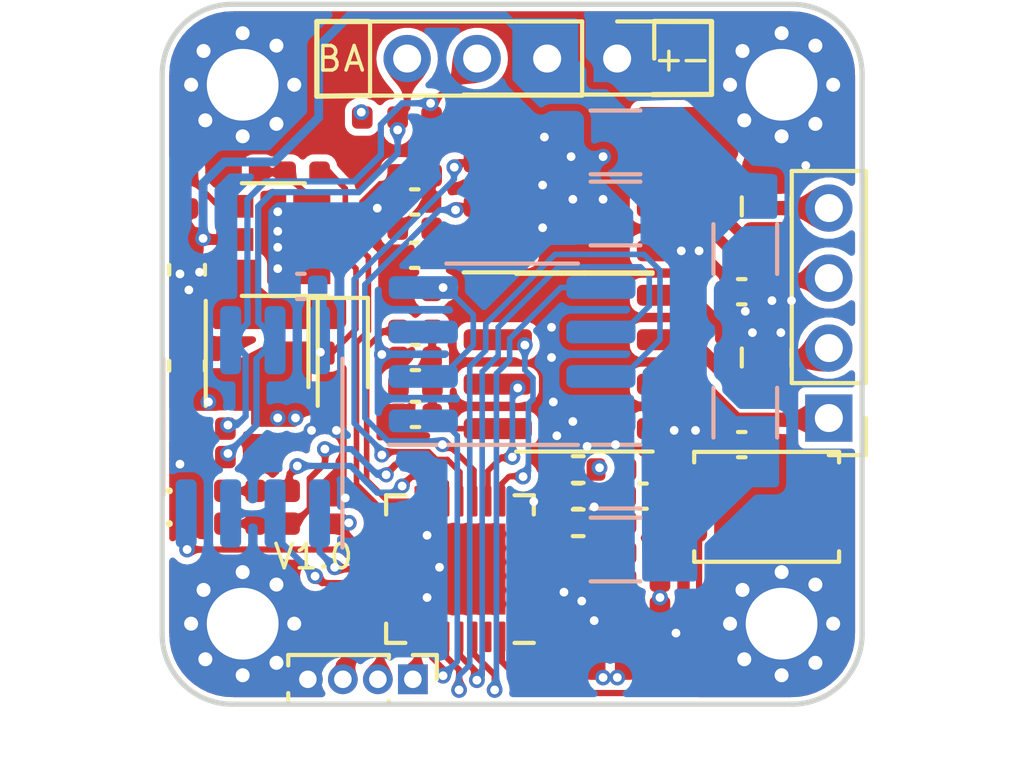
<source format=kicad_pcb>
(kicad_pcb (version 20211014) (generator pcbnew)
  (title_block (title "Stepper Motor") (date "2022-01-04") (rev "1"))
  (layers (0 "F.Cu" signal "Top_Signal") (1 "In1.Cu" signal) (2 "In2.Cu" signal) (31 "B.Cu" signal "Bottom_Signal") (34 "B.Paste" user) (35 "F.Paste" user) (36 "B.SilkS" user "B.Silkscreen") (37 "F.SilkS" user "F.Silkscreen") (38 "B.Mask" user) (39 "F.Mask" user) (44 "Edge.Cuts" user))
  (net 0 "")
  (net 1 "GND")
  (net 2 "VCC")
  (net 3 "Net-(C11-Pad2)")
  (net 4 "Net-(C12-Pad2)")
  (net 5 "V_SUPPLY")
  (net 6 "Net-(C15-Pad2)")
  (net 7 "Net-(C16-Pad2)")
  (net 8 "/ADC_TEMP")
  (net 9 "/ADC_POWER")
  (net 10 "Net-(D1-Pad2)")
  (net 11 "Net-(D2-Pad2)")
  (net 12 "/RS485/RS485_B")
  (net 13 "/RS485/RS485_A")
  (net 14 "SWCLK")
  (net 15 "SWDIO")
  (net 16 "Net-(J3-Pad4)")
  (net 17 "Net-(J3-Pad3)")
  (net 18 "Net-(J3-Pad2)")
  (net 19 "Net-(J3-Pad1)")
  (net 20 "/LED_GREEN")
  (net 21 "/LED_RED")
  (net 22 "Net-(R4-Pad1)")
  (net 23 "/IN_PWM_A")
  (net 24 "/IN_PWM_B")
  (net 25 "Net-(R10-Pad1)")
  (net 26 "Net-(R11-Pad1)")
  (net 27 "Net-(R13-Pad2)")
  (net 28 "Net-(R12-Pad2)")
  (net 29 "/BTN1")
  (net 30 "/SPI1_SCK")
  (net 31 "/SPI1_MISO")
  (net 32 "/SPI1_MOSI")
  (net 33 "/MT6816_CS")
  (net 34 "/485_RE")
  (net 35 "/IN_AP")
  (net 36 "/IN_AM")
  (net 37 "/IN_BP")
  (net 38 "/IN_BM")
  (net 41 "/UART0_TX")
  (net 42 "/UART0_RX")
  (net 46 "Net-(C3-Pad2)")
  (net 47 "Net-(C8-Pad1)")
  (net 48 "Net-(D3-Pad1)")
  (footprint "Capacitor_SMD:C_0402_1005Metric" (layer "F.Cu") (at 124.339 166.9188 180)
    (fp_text reference "C3" hide)
    (fp_text value "100n")
  )
  (footprint "Capacitor_SMD:C_0402_1005Metric" (layer "F.Cu") (at 117.8136 157.0636)
    (fp_text reference "C4" hide)
    (fp_text value "2.2u")
  )
  (footprint "Capacitor_SMD:C_0402_1005Metric" (layer "F.Cu") (at 115.7308 167.0712)
    (fp_text reference "C5" hide)
    (fp_text value "2.2u")
  )
  (footprint "Capacitor_SMD:C_0402_1005Metric" (layer "F.Cu") (at 115.5784 163.2612 -90)
    (fp_text reference "C6" hide)
    (fp_text value "2.2u")
  )
  (footprint "Capacitor_SMD:C_0402_1005Metric" (layer "F.Cu") (at 122.4872 167.884)
    (fp_text reference "C7" hide)
    (fp_text value "2.2u")
  )
  (footprint "Capacitor_SMD:C_0402_1005Metric" (layer "F.Cu") (at 124.339 164.582)
    (fp_text reference "C8" hide)
    (fp_text value "100n")
  )
  (footprint "Capacitor_SMD:C_0402_1005Metric" (layer "F.Cu") (at 124.316 167.884 180)
    (fp_text reference "C9" hide)
    (fp_text value "2.2u")
  )
  (footprint "Capacitor_SMD:C_0402_1005Metric" (layer "F.Cu") (at 115.8324 152.136)
    (fp_text reference "C10" hide)
    (fp_text value "2.2u")
  )
  (footprint "Capacitor_SMD:C_0402_1005Metric" (layer "F.Cu") (at 117.8342 158.994)
    (fp_text reference "C12" hide)
    (fp_text value "100n")
  )
  (footprint "Capacitor_SMD:C_0402_1005Metric" (layer "F.Cu") (at 117.8366 160.6196)
    (fp_text reference "C16" hide)
    (fp_text value "100n")
  )
  (footprint "Capacitor_SMD:C_0402_1005Metric" (layer "F.Cu") (at 127.1608 161.4832 180)
    (fp_text reference "C19" hide)
    (fp_text value "100n")
  )
  (footprint "Capacitor_SMD:C_0402_1005Metric" (layer "F.Cu") (at 127.1608 157.1144 180)
    (fp_text reference "C20" hide)
    (fp_text value "100n")
  )
  (footprint "Capacitor_SMD:C_0603_1608Metric" (layer "F.Cu") (at 111.3112 159.2304 -90)
    (fp_text reference "C24" hide)
    (fp_text value "10uf")
  )
  (footprint "Capacitor_SMD:C_0402_1005Metric" (layer "F.Cu") (at 124.339 162.9564 180)
    (fp_text reference "C26" hide)
    (fp_text value "100n")
  )
  (footprint "LED_SMD:LED_0402_1005Metric" (layer "F.Cu") (at 111.893 163.741)
    (fp_text reference "D1" hide)
    (fp_text value "GREEN")
  )
  (footprint "LED_SMD:LED_0402_1005Metric" (layer "F.Cu") (at 111.893 162.804)
    (fp_text reference "D2" hide)
    (fp_text value "RED")
  )
  (footprint "Diode_SMD:D_SOD-323" (layer "F.Cu") (at 115.6292 158.7908 -90)
    (fp_text reference "D3" hide)
    (fp_text value "1N5819")
  )
  (footprint "misc:MountingHole_2.0mm_Pad_Via" (layer "F.Cu") (at 128.3 166.6)
    (fp_text reference "H1" hide)
    (fp_text value "MountingHole_Pad")
  )
  (footprint "misc:MountingHole_2.0mm_Pad_Via" (layer "F.Cu") (at 112.9 151.2)
    (fp_text reference "H2" hide)
    (fp_text value "MountingHole_Pad")
  )
  (footprint "misc:MountingHole_2.0mm_Pad_Via" (layer "F.Cu") (at 128.3 151.2)
    (fp_text reference "H3" hide)
    (fp_text value "MountingHole_Pad")
  )
  (footprint "Connector_PinHeader_1.00mm:PinHeader_1x04_P1.00mm_Vertical" (layer "F.Cu") (at 117.7628 168.1888 -90)
    (fp_text reference "J2" hide)
    (fp_text value "SWD")
  )
  (footprint "Connector_PinHeader_2.00mm:PinHeader_1x04_P2.00mm_Vertical" (layer "F.Cu") (at 129.65 160.724 180)
    (fp_text reference "J3" hide)
    (fp_text value "MOTOR")
  )
  (footprint "Inductor_SMD:L_Taiyo-Yuden_MD-3030" (layer "F.Cu") (at 113.4448 158.8748 -90)
    (fp_text reference "L1" hide)
    (fp_text value "22uH")
  )
  (footprint "Resistor_SMD:R_0402_1005Metric" (layer "F.Cu") (at 113.756 162.804)
    (fp_text reference "R2" hide)
    (fp_text value "1k")
  )
  (footprint "Resistor_SMD:R_0402_1005Metric" (layer "F.Cu") (at 124.339 166.1418 180)
    (fp_text reference "R3" hide)
    (fp_text value "10k")
  )
  (footprint "Resistor_SMD:R_0402_1005Metric" (layer "F.Cu") (at 122.4872 166.9188)
    (fp_text reference "R4" hide)
    (fp_text value "10k")
  )
  (footprint "Resistor_SMD:R_0402_1005Metric" (layer "F.Cu") (at 124.339 165.37)
    (fp_text reference "R5" hide)
    (fp_text value "0Ω")
  )
  (footprint "Resistor_SMD:R_0402_1005Metric" (layer "F.Cu") (at 117.8366 158.232)
    (fp_text reference "R7" hide)
    (fp_text value "1k")
  )
  (footprint "Resistor_SMD:R_0402_1005Metric" (layer "F.Cu") (at 117.8366 159.8068)
    (fp_text reference "R9" hide)
    (fp_text value "1k")
  )
  (footprint "Resistor_SMD:R_0805_2012Metric" (layer "F.Cu") (at 127.872 154.676 90)
    (fp_text reference "R10" hide)
    (fp_text value "0.1Ω")
  )
  (footprint "Resistor_SMD:R_0805_2012Metric" (layer "F.Cu") (at 127.872 158.994 90)
    (fp_text reference "R11" hide)
    (fp_text value "0.1Ω")
  )
  (footprint "Resistor_SMD:R_0402_1005Metric" (layer "F.Cu") (at 111.3112 154.252 90)
    (fp_text reference "R12" hide)
    (fp_text value "200k")
  )
  (footprint "Resistor_SMD:R_0402_1005Metric" (layer "F.Cu") (at 112.886 153.7108)
    (fp_text reference "R13" hide)
    (fp_text value "33k")
  )
  (footprint "Resistor_SMD:R_0402_1005Metric" (layer "F.Cu") (at 114.6132 153.7108)
    (fp_text reference "R14" hide)
    (fp_text value "100k")
  )
  (footprint "Resistor_SMD:R_0402_1005Metric" (layer "F.Cu") (at 124.339 162.1944 180)
    (fp_text reference "R15" hide)
    (fp_text value "10k")
  )
  (footprint "Resistor_SMD:R_0402_1005Metric" (layer "F.Cu") (at 117.8136 152.136 180)
    (fp_text reference "R18" hide)
    (fp_text value "120R")
  )
  (footprint "Resistor_SMD:R_0402_1005Metric" (layer "F.Cu") (at 111.9208 161.026)
    (fp_text reference "R19" hide)
    (fp_text value "4.7k")
  )
  (footprint "Package_DFN_QFN:QFN-28-1EP_4x4mm_P0.4mm_EP2.6x2.6mm" (layer "F.Cu") (at 119.109 165.0392 180)
    (fp_text reference "U2" hide)
    (fp_text value "GD32F150G8U6TR")
  )
  (footprint "Package_SO:SOIC-8-1EP_3.9x4.9mm_P1.27mm_EP2.41x3.3mm" (layer "F.Cu") (at 122.663 154.041)
    (fp_text reference "U3" hide)
    (fp_text value "TB67H450FNG")
  )
  (footprint "Package_SO:SOIC-8-1EP_3.9x4.9mm_P1.27mm_EP2.41x3.3mm" (layer "F.Cu") (at 122.665 159.121)
    (fp_text reference "U4" hide)
    (fp_text value "TB67H450FNG")
  )
  (footprint "Package_TO_SOT_SMD:SOT-23-6" (layer "F.Cu") (at 113.775 155.6236 180)
    (fp_text reference "U5" hide)
    (fp_text value "TX4137")
  )
  (footprint "misc:MountingHole_2.0mm_Pad_Via" (layer "F.Cu") (at 112.9 166.6)
    (fp_text reference "H4" hide)
    (fp_text value "MountingHole_Pad")
  )
  (footprint "Resistor_SMD:R_0402_1005Metric" (layer "F.Cu") (at 124.339 163.7184 180)
    (fp_text reference "R16" hide)
    (fp_text value "1k")
  )
  (footprint "Resistor_SMD:R_0402_1005Metric" (layer "F.Cu") (at 122.4872 163.7184)
    (fp_text reference "R17" hide)
    (fp_text value "3.3k")
  )
  (footprint "Resistor_SMD:R_0402_1005Metric" (layer "F.Cu") (at 113.756 163.741)
    (fp_text reference "R1" hide)
    (fp_text value "1k")
  )
  (footprint "Resistor_SMD:R_0402_1005Metric" (layer "F.Cu") (at 111.9208 161.8388 180)
    (fp_text reference "R20" hide)
    (fp_text value "4.7k")
  )
  (footprint "Resistor_SMD:R_0402_1005Metric" (layer "F.Cu") (at 117.816 153.787)
    (fp_text reference "R6" hide)
    (fp_text value "1k")
  )
  (footprint "Connector_PinHeader_2.00mm:PinHeader_1x04_P2.00mm_Vertical" (layer "F.Cu") (at 123.6 150.4508 -90)
    (fp_text reference "J1" hide)
    (fp_text value "CON")
  )
  (footprint "Resistor_SMD:R_0402_1005Metric" (layer "F.Cu") (at 117.816 155.311)
    (fp_text reference "R8" hide)
    (fp_text value "1k")
  )
  (footprint "Capacitor_SMD:C_0402_1005Metric" (layer "F.Cu") (at 117.816 156.073)
    (fp_text reference "C15" hide)
    (fp_text value "100n")
  )
  (footprint "Capacitor_SMD:C_0402_1005Metric" (layer "F.Cu") (at 117.816 154.549)
    (fp_text reference "C11" hide)
    (fp_text value "100n")
  )
  (footprint "Button_Switch_SMD:SW_Push_SPST_NO_Alps_SKRK" (layer "F.Cu") (at 127.872 163.2612)
    (fp_text reference "SW1" hide)
    (fp_text value "SW_Push")
  )
  (footprint "Capacitor_SMD:C_0402_1005Metric" (layer "F.Cu") (at 122.4672 162.9564)
    (fp_text reference "C27" hide)
    (fp_text value "2.2u")
  )
  (footprint "Resistor_SMD:R_0402_1005Metric" (layer "F.Cu") (at 122.4872 162.1944 180)
    (fp_text reference "NTC1" hide)
    (fp_text value "NTC 10k")
  )
  (footprint "Capacitor_SMD:C_0603_1608Metric" (layer "F.Cu") (at 111.3112 156.4872 90)
    (fp_text reference "C23" hide)
    (fp_text value "10uf")
  )
  (footprint "Capacitor_SMD:C_1206_3216Metric" (layer "B.Cu") (at 123.554 154.8792)
    (fp_text reference "C13" hide)
    (fp_text value "22uF, 25V")
  )
  (footprint "Capacitor_SMD:C_1206_3216Metric" (layer "B.Cu") (at 127.2624 160.5688 -90)
    (fp_text reference "C14" hide)
    (fp_text value "22uF, 25V")
  )
  (footprint "Capacitor_SMD:C_1206_3216Metric" (layer "B.Cu") (at 123.554 152.8472)
    (fp_text reference "C17" hide)
    (fp_text value "22uF, 25V")
  )
  (footprint "Capacitor_SMD:C_1206_3216Metric" (layer "B.Cu") (at 123.554 164.4804)
    (fp_text reference "C18" hide)
    (fp_text value "22uF, 25V")
  )
  (footprint "Capacitor_SMD:C_1206_3216Metric" (layer "B.Cu") (at 127.2624 155.8952 90)
    (fp_text reference "C21" hide)
    (fp_text value "22uF, 25V")
  )
  (footprint "Capacitor_SMD:C_1206_3216Metric" (layer "B.Cu") (at 123.554 162.3976)
    (fp_text reference "C22" hide)
    (fp_text value "22uF, 25V")
  )
  (footprint "Package_SO:SOP-8_3.76x4.96mm_P1.27mm" (layer "B.Cu") (at 120.6 158.9)
    (fp_text reference "U1" hide)
    (fp_text value "MT6816")
  )
  (footprint "Package_SO:SOIC-8_3.9x4.9mm_P1.27mm" (layer "B.Cu") (at 113.1908 160.9752 90)
    (fp_text reference "U6" hide)
    (fp_text value "SP3485EP")
  )
  (footprint "Capacitor_SMD:C_0402_1005Metric" (layer "B.Cu") (at 114.5624 156.962 180)
    (fp_text reference "C28" hide)
    (fp_text value "100n")
  )
  (gr_line (start 115.0196 149.3928) (end 115.0196 151.5264) (layer "F.SilkS") (width 0.15))
  (gr_line (start 124.66 149.3908) (end 126.2972 149.3928) (layer "F.SilkS") (width 0.15))
  (gr_line (start 116.4928 149.3928) (end 115.0196 149.3928) (layer "F.SilkS") (width 0.15))
  (gr_line (start 126.2972 149.3928) (end 126.2972 151.4756) (layer "F.SilkS") (width 0.15))
  (gr_line (start 126.2972 151.4756) (end 124.613 151.481) (layer "F.SilkS") (width 0.15))
  (gr_line (start 115.0196 151.5264) (end 116.54 151.5108) (layer "F.SilkS") (width 0.15))
  (gr_line (start 110.6 150.9) (end 110.6 166.9) (layer "Edge.Cuts") (width 0.15))
  (gr_arc (start 128.6 148.9) (mid 130.014214 149.485786) (end 130.6 150.9) (layer "Edge.Cuts") (width 0.15))
  (gr_arc (start 112.6 168.9) (mid 111.185786 168.314214) (end 110.6 166.9) (layer "Edge.Cuts") (width 0.15))
  (gr_arc (start 130.6 166.9) (mid 130.014214 168.314214) (end 128.6 168.9) (layer "Edge.Cuts") (width 0.15))
  (gr_line (start 112.6 168.9) (end 128.6 168.9) (layer "Edge.Cuts") (width 0.15))
  (gr_line (start 130.6 166.9) (end 130.6 150.9) (layer "Edge.Cuts") (width 0.15))
  (gr_line (start 128.6 148.9) (end 112.6 148.9) (layer "Edge.Cuts") (width 0.15))
  (gr_arc (start 110.6 150.9) (mid 111.185786 149.485786) (end 112.6 148.9) (layer "Edge.Cuts") (width 0.15))
  (gr_text "+" (at 125.078 150.4596) (layer "F.SilkS") (effects (font (size 0.7 0.7) (thickness 0.1))))
  (gr_text "B" (at 115.3752 150.4596) (layer "F.SilkS") (effects (font (size 0.7 0.7) (thickness 0.1))))
  (gr_text "V1.0" (at 114.918 164.6836) (layer "F.SilkS") (effects (font (size 0.7 0.7) (thickness 0.1))))
  (gr_text "-" (at 125.84 150.4596) (layer "F.SilkS") (effects (font (size 0.7 0.7) (thickness 0.1))))
  (gr_text "A" (at 116.0864 150.4596) (layer "F.SilkS") (effects (font (size 0.7 0.7) (thickness 0.1))))
  (segment (start 122.9472 162.9564) (end 122.9472 163.2584) (width 0.1778) (layer "F.Cu") (net 1))
  (segment (start 122.9444 163.2612) (end 122.9444 163.6656) (width 0.1778) (layer "F.Cu") (net 1))
  (segment (start 116.8765 158.907538) (end 116.863538 158.907538) (width 0.16) (layer "F.Cu") (net 1))
  (segment (start 116.8765 158.907538) (end 116.962962 158.994) (width 0.16) (layer "F.Cu") (net 1))
  (segment (start 111.4358 161.8388) (end 111.4358 163.7132) (width 0.1778) (layer "F.Cu") (net 1))
  (segment (start 122.9472 163.2584) (end 122.9444 163.2612) (width 0.1778) (layer "F.Cu") (net 1))
  (segment (start 116.7468 155.692) (end 116.7468 154.7268) (width 0.16) (layer "F.Cu") (net 1))
  (segment (start 124.824 164.4908) (end 124.824 162.9614) (width 0.1778) (layer "F.Cu") (net 1))
  (segment (start 125.2812 166.868) (end 125.2304 166.9188) (width 0.1778) (layer "F.Cu") (net 1))
  (segment (start 124.824 162.9614) (end 124.819 162.9564) (width 0.1778) (layer "F.Cu") (net 1))
  (segment (start 116.8765 158.907538) (end 116.7976 158.986438) (width 0.16) (layer "F.Cu") (net 1))
  (segment (start 122.9444 163.6656) (end 122.9972 163.7184) (width 0.1778) (layer "F.Cu") (net 1))
  (segment (start 116.9246 154.549) (end 116.7468 154.7268) (width 0.16) (layer "F.Cu") (net 1))
  (segment (start 117.1278 156.073) (end 116.7468 155.692) (width 0.16) (layer "F.Cu") (net 1))
  (segment (start 116.7976 158.986438) (end 116.7976 160.3148) (width 0.16) (layer "F.Cu") (net 1))
  (segment (start 111.4358 163.7132) (end 111.408 163.741) (width 0.1778) (layer "F.Cu") (net 1))
  (segment (start 117.1024 160.6196) (end 117.3566 160.6196) (width 0.16) (layer "F.Cu") (net 1))
  (segment (start 125.2812 166.868) (end 125.586 166.5632) (width 0.1778) (layer "F.Cu") (net 1))
  (segment (start 117.336 154.549) (end 116.9246 154.549) (width 0.16) (layer "F.Cu") (net 1))
  (segment (start 117.336 156.073) (end 117.1278 156.073) (width 0.16) (layer "F.Cu") (net 1))
  (segment (start 116.7976 160.3148) (end 117.1024 160.6196) (width 0.16) (layer "F.Cu") (net 1))
  (segment (start 116.962962 158.994) (end 117.3542 158.994) (width 0.16) (layer "F.Cu") (net 1))
  (segment (start 125.586 166.5632) (end 125.586 164.836) (width 0.1778) (layer "F.Cu") (net 1))
  (segment (start 125.2408 164.4908) (end 124.824 164.4908) (width 0.1778) (layer "F.Cu") (net 1))
  (segment (start 125.2304 166.9188) (end 124.824 166.9188) (width 0.1778) (layer "F.Cu") (net 1))
  (segment (start 125.586 164.836) (end 125.2408 164.4908) (width 0.1778) (layer "F.Cu") (net 1))
  (segment (start 116.863538 158.907538) (end 116.7976 158.8416) (width 0.16) (layer "F.Cu") (net 1))
  (via (at 114.8672 161.0768) (size 0.45) (drill 0.25) (layers "F.Cu" "B.Cu") (net 1))
  (via (at 113.902 155.3872) (size 0.45) (drill 0.25) (layers "F.Cu" "B.Cu") (net 1))
  (via (at 121.4712 155.2856) (size 0.45) (drill 0.25) (layers "F.Cu" "B.Cu") (net 1))
  (via (at 113.902 155.8444) (size 0.45) (drill 0.25) (layers "F.Cu" "B.Cu") (net 1))
  (via (at 116.7468 154.7268) (size 0.45) (drill 0.25) (layers "F.Cu" "B.Cu") (net 1))
  (via (at 118.5248 164.9884) (size 0.45) (drill 0.25) (layers "F.Cu" "B.Cu") (net 1))
  (via (at 122.7412 161.534) (size 0.45) (drill 0.25) (layers "F.Cu" "B.Cu") (net 1))
  (via (at 121.7252 158.1304) (size 0.45) (drill 0.25) (layers "F.Cu" "B.Cu") (net 1))
  (via (at 128.9896 153.5076) (size 0.45) (drill 0.25) (layers "F.Cu" "B.Cu") (net 1))
  (via (at 122.284 153.2536) (size 0.45) (drill 0.25) (layers "F.Cu" "B.Cu") (net 1))
  (via (at 127.4656 158.2828) (size 0.45) (drill 0.25) (layers "F.Cu" "B.Cu") (net 1))
  (via (at 122.3348 154.4728) (size 0.45) (drill 0.25) (layers "F.Cu" "B.Cu") (net 1))
  (via (at 113.902 154.8284) (size 0.45) (drill 0.25) (layers "F.Cu" "B.Cu") (net 1))
  (via (at 122.9444 166.5124) (size 0.45) (drill 0.25) (layers "F.Cu" "B.Cu") (net 1))
  (via (at 121.4712 154.0664) (size 0.45) (drill 0.25) (layers "F.Cu" "B.Cu") (net 1))
  (via (at 122.0808 165.6996) (size 0.45) (drill 0.25) (layers "F.Cu" "B.Cu") (net 1))
  (via (at 125.2812 166.868) (size 0.45) (drill 0.25) (layers "F.Cu" "B.Cu") (net 1))
  (via (at 111.108 162.042) (size 0.45) (drill 0.25) (layers "F.Cu" "B.Cu") (net 1))
  (via (at 128.0244 157.3684) (size 0.45) (drill 0.25) (layers "F.Cu" "B.Cu") (net 1))
  (via (at 128.2784 158.2828) (size 0.45) (drill 0.25) (layers "F.Cu" "B.Cu") (net 1))
  (via (at 115.8324 163.0072) (size 0.45) (drill 0.25) (layers "F.Cu" "B.Cu") (net 1))
  (via (at 118.1692 165.852) (size 0.45) (drill 0.25) (layers "F.Cu" "B.Cu") (net 1))
  (via (at 111.108 156.6064) (size 0.45) (drill 0.25) (layers "F.Cu" "B.Cu") (net 1))
  (via (at 122.9444 163.2612) (size 0.45) (drill 0.25) (layers "F.Cu" "B.Cu") (net 1))
  (via (at 113.902 156.454) (size 0.45) (drill 0.25) (layers "F.Cu" "B.Cu") (net 1))
  (via (at 121.2172 163.1088) (size 0.45) (drill 0.25) (layers "F.Cu" "B.Cu") (net 1))
  (via (at 123.1984 154.4728) (size 0.45) (drill 0.25) (layers "F.Cu" "B.Cu") (net 1))
  (via (at 121.776 160.264) (size 0.45) (drill 0.25) (layers "F.Cu" "B.Cu") (net 1))
  (via (at 121.522 152.6948) (size 0.45) (drill 0.25) (layers "F.Cu" "B.Cu") (net 1))
  (via (at 123.1984 153.2536) (size 0.45) (drill 0.25) (layers "F.Cu" "B.Cu") (net 1))
  (via (at 115.5784 161.0768) (size 0.45) (drill 0.25) (layers "F.Cu" "B.Cu") (net 1))
  (via (at 111.6668 156.5556) (size 0.45) (drill 0.25) (layers "F.Cu" "B.Cu") (net 1))
  (via (at 122.5888 165.9536) (size 0.45) (drill 0.25) (layers "F.Cu" "B.Cu") (net 1))
  (via (at 123.554 161.4832) (size 0.45) (drill 0.25) (layers "F.Cu" "B.Cu") (net 1))
  (via (at 127.2624 157.6732) (size 0.45) (drill 0.25) (layers "F.Cu" "B.Cu") (net 1))
  (via (at 116.8765 158.907538) (size 0.45) (drill 0.25) (layers "F.Cu" "B.Cu") (net 1))
  (via (at 122.3348 160.8228) (size 0.45) (drill 0.25) (layers "F.Cu" "B.Cu") (net 1))
  (via (at 111.362 157.0636) (size 0.45) (drill 0.25) (layers "F.Cu" "B.Cu") (net 1))
  (via (at 121.8776 161.2292) (size 0.45) (drill 0.25) (layers "F.Cu" "B.Cu") (net 1))
  (via (at 128.5832 157.3684) (size 0.45) (drill 0.25) (layers "F.Cu" "B.Cu") (net 1))
  (via (at 121.7252 158.994) (size 0.45) (drill 0.25) (layers "F.Cu" "B.Cu") (net 1))
  (via (at 118.1692 164.074) (size 0.45) (drill 0.25) (layers "F.Cu" "B.Cu") (net 1))
  (segment (start 111.4358 160.13) (end 111.3112 160.0054) (width 0.1778) (layer "F.Cu") (net 2))
  (segment (start 115.8693 164.0371) (end 115.5784 163.7462) (width 0.1778) (layer "F.Cu") (net 2))
  (segment (start 115.473078 158.8416) (end 115.1212 158.8416) (width 0.16) (layer "F.Cu") (net 2))
  (segment (start 116.0714 164.2392) (end 115.8693 164.0371) (width 0.1778) (layer "F.Cu") (net 2))
  (segment (start 124.824 166.1418) (end 124.824 165.852) (width 0.1778) (layer "F.Cu") (net 2))
  (segment (start 115.7628 167.8012) (end 116.2158 167.3482) (width 0.4064) (layer "F.Cu") (net 2))
  (segment (start 115.8324 156.1492) (end 116.1372 156.454) (width 0.16) (layer "F.Cu") (net 2))
  (segment (start 115.3752 153.7108) (end 115.8324 154.168) (width 0.16) (layer "F.Cu") (net 2))
  (segment (start 111.4358 161.026) (end 111.4358 160.13) (width 0.1778) (layer "F.Cu") (net 2))
  (segment (start 115.0982 153.7108) (end 115.3752 153.7108) (width 0.16) (layer "F.Cu") (net 2))
  (segment (start 116.1372 158.177478) (end 115.473078 158.8416) (width 0.16) (layer "F.Cu") (net 2))
  (segment (start 117.1715 164.2392) (end 116.0714 164.2392) (width 0.1778) (layer "F.Cu") (net 2))
  (segment (start 115.8324 154.168) (end 115.8324 156.1492) (width 0.16) (layer "F.Cu") (net 2))
  (segment (start 116.1372 156.454) (end 116.1372 158.177478) (width 0.16) (layer "F.Cu") (net 2))
  (segment (start 116.2158 167.3482) (end 116.2158 167.0712) (width 0.4064) (layer "F.Cu") (net 2))
  (segment (start 115.7628 168.1888) (end 115.7628 167.8012) (width 0.4064) (layer "F.Cu") (net 2))
  (segment (start 113.4448 159.9748) (end 114.339878 159.9748) (width 0.16) (layer "F.Cu") (net 2))
  (segment (start 124.824 165.2678) (end 124.824 165.852) (width 0.1778) (layer "F.Cu") (net 2))
  (via (at 123.6048 168.138) (size 0.45) (drill 0.25) (layers "F.Cu" "B.Cu") (net 2))
  (via (at 113.902 160.7212) (size 0.45) (drill 0.25) (layers "F.Cu" "B.Cu") (net 2))
  (via (at 116.2896 151.9836) (size 0.45) (drill 0.25) (layers "F.Cu" "B.Cu") (net 2))
  (via (at 123.1984 168.138) (size 0.45) (drill 0.25) (layers "F.Cu" "B.Cu") (net 2))
  (via (at 115.934 163.7184) (size 0.45) (drill 0.25) (layers "F.Cu" "B.Cu") (net 2))
  (via (at 118.6264 156.995) (size 0.45) (drill 0.25) (layers "F.Cu" "B.Cu") (net 2))
  (via (at 124.824 165.852) (size 0.45) (drill 0.25) (layers "F.Cu" "B.Cu") (net 2))
  (via (at 115.1212 158.8416) (size 0.45) (drill 0.25) (layers "F.Cu" "B.Cu") (net 2))
  (via (at 114.409769 160.72102) (size 0.45) (drill 0.25) (layers "F.Cu" "B.Cu") (net 2))
  (via (at 111.9208 160.264) (size 0.45) (drill 0.25) (layers "F.Cu" "B.Cu") (net 2))
  (via (at 123.0968 162.1436) (size 0.45) (drill 0.25) (layers "F.Cu" "B.Cu") (net 2))
  (segment (start 118.5934 159.535) (end 118.0625 159.535) (width 0.16) (layer "B.Cu") (net 2))
  (segment (start 115.0958 157.0154) (end 115.0424 156.962) (width 0.4064) (layer "B.Cu") (net 2))
  (segment (start 118.6264 156.995) (end 118.0625 156.995) (width 0.16) (layer "B.Cu") (net 2))
  (segment (start 118.6264 156.995) (end 118.7102 156.995) (width 0.16) (layer "B.Cu") (net 2))
  (segment (start 115.0958 158.5002) (end 115.0958 157.0154) (width 0.4064) (layer "B.Cu") (net 2))
  (segment (start 118.7102 156.995) (end 119.49 157.7748) (width 0.16) (layer "B.Cu") (net 2))
  (segment (start 119.49 158.6384) (end 118.5934 159.535) (width 0.16) (layer "B.Cu") (net 2))
  (segment (start 119.49 157.7748) (end 119.49 158.6384) (width 0.16) (layer "B.Cu") (net 2))
  (segment (start 117.391709 155.311) (end 118.153709 154.549) (width 0.16) (layer "F.Cu") (net 3))
  (segment (start 118.301 154.544) (end 118.296 154.549) (width 0.16) (layer "F.Cu") (net 3))
  (segment (start 117.331 155.311) (end 117.391709 155.311) (width 0.16) (layer "F.Cu") (net 3))
  (segment (start 118.153709 154.549) (end 118.296 154.549) (width 0.16) (layer "F.Cu") (net 3))
  (segment (start 118.301 153.787) (end 118.301 154.544) (width 0.16) (layer "F.Cu") (net 3))
  (segment (start 118.3142 158.994) (end 118.3142 158.2394) (width 0.16) (layer "F.Cu") (net 4))
  (segment (start 118.2406 158.994) (end 118.3142 158.994) (width 0.16) (layer "F.Cu") (net 4))
  (segment (start 118.3142 158.2394) (end 118.3216 158.232) (width 0.16) (layer "F.Cu") (net 4))
  (segment (start 117.4278 159.8068) (end 118.2406 158.994) (width 0.16) (layer "F.Cu") (net 4))
  (segment (start 117.3516 159.8068) (end 117.4278 159.8068) (width 0.16) (layer "F.Cu") (net 4))
  (segment (start 124.824 162.1944) (end 124.824 161.342) (width 0.1778) (layer "F.Cu") (net 5))
  (segment (start 111.8016 155.6236) (end 111.7684 155.5904) (width 0.16) (layer "F.Cu") (net 5))
  (segment (start 125.9416 155.946) (end 126.6808 156.6852) (width 0.3048) (layer "F.Cu") (net 5))
  (segment (start 126.2464 161.4832) (end 125.84 161.0768) (width 0.3048) (layer "F.Cu") (net 5))
  (segment (start 126.6808 156.6852) (end 126.6808 157.0642) (width 0.3048) (layer "F.Cu") (net 5))
  (segment (start 124.824 161.342) (end 125.14 161.026) (width 0.1778) (layer "F.Cu") (net 5))
  (segment (start 111.3112 154.737) (end 111.3112 155.7122) (width 0.16) (layer "F.Cu") (net 5))
  (segment (start 111.433 155.5904) (end 111.3112 155.7122) (width 0.16) (layer "F.Cu") (net 5))
  (segment (start 111.7684 155.5904) (end 111.433 155.5904) (width 0.16) (layer "F.Cu") (net 5))
  (segment (start 112.675 155.6236) (end 111.8016 155.6236) (width 0.3) (layer "F.Cu") (net 5))
  (segment (start 126.6808 161.4832) (end 126.2464 161.4832) (width 0.3048) (layer "F.Cu") (net 5))
  (via (at 125.2304 161.0768) (size 0.45) (drill 0.25) (layers "F.Cu" "B.Cu") (net 5))
  (via (at 125.84 161.0768) (size 0.45) (drill 0.25) (layers "F.Cu" "B.Cu") (net 5))
  (via (at 111.7684 155.5904) (size 0.45) (drill 0.25) (layers "F.Cu" "B.Cu") (net 5))
  (via (at 125.4336 155.946) (size 0.45) (drill 0.25) (layers "F.Cu" "B.Cu") (net 5))
  (via (at 125.9416 155.946) (size 0.45) (drill 0.25) (layers "F.Cu" "B.Cu") (net 5))
  (segment (start 111.7684 154.0156) (end 111.7684 155.5904) (width 0.254) (layer "B.Cu") (net 5))
  (segment (start 120.3896 149.2404) (end 115.934 149.2404) (width 0.254) (layer "B.Cu") (net 5))
  (segment (start 115.0704 150.104) (end 115.0704 152.136) (width 0.254) (layer "B.Cu") (net 5))
  (segment (start 115.0704 152.136) (end 113.8004 153.406) (width 0.254) (layer "B.Cu") (net 5))
  (segment (start 115.934 149.2404) (end 115.0704 150.104) (width 0.254) (layer "B.Cu") (net 5))
  (segment (start 112.378 153.406) (end 111.7684 154.0156) (width 0.254) (layer "B.Cu") (net 5))
  (segment (start 121.6 150.4508) (end 120.3896 149.2404) (width 0.254) (layer "B.Cu") (net 5))
  (segment (start 113.8004 153.406) (end 112.378 153.406) (width 0.254) (layer "B.Cu") (net 5))
  (segment (start 118.301 155.311) (end 118.301 156.068) (width 0.16) (layer "F.Cu") (net 6))
  (segment (start 118.301 156.068) (end 118.296 156.073) (width 0.16) (layer "F.Cu") (net 6))
  (segment (start 120.061 156.073) (end 120.188 155.946) (width 0.16) (layer "F.Cu") (net 6))
  (segment (start 118.296 156.073) (end 120.061 156.073) (width 0.16) (layer "F.Cu") (net 6))
  (segment (start 118.723 161.026) (end 120.19 161.026) (width 0.16) (layer "F.Cu") (net 7))
  (segment (start 118.3166 160.6196) (end 118.723 161.026) (width 0.16) (layer "F.Cu") (net 7))
  (segment (start 118.3216 160.6146) (end 118.3166 160.6196) (width 0.16) (layer "F.Cu") (net 7))
  (segment (start 118.3216 159.8068) (end 118.3216 160.6146) (width 0.16) (layer "F.Cu") (net 7))
  (segment (start 121.8564 163.8392) (end 121.9772 163.7184) (width 0.1778) (layer "F.Cu") (net 8))
  (segment (start 121.0465 163.8392) (end 121.8564 163.8392) (width 0.1778) (layer "F.Cu") (net 8))
  (segment (start 121.9772 162.1944) (end 121.9772 163.7184) (width 0.1778) (layer "F.Cu") (net 8))
  (segment (start 121.0465 164.2392) (end 121.6364 164.2392) (width 0.1778) (layer "F.Cu") (net 9))
  (segment (start 121.6364 164.2392) (end 121.7252 164.328) (width 0.1778) (layer "F.Cu") (net 9))
  (segment (start 123.2444 164.328) (end 123.854 163.7184) (width 0.1778) (layer "F.Cu") (net 9))
  (segment (start 121.7252 164.328) (end 123.2444 164.328) (width 0.1778) (layer "F.Cu") (net 9))
  (segment (start 123.854 162.1944) (end 123.854 163.7184) (width 0.1778) (layer "F.Cu") (net 9))
  (segment (start 112.378 163.741) (end 113.271 163.741) (width 0.1778) (layer "F.Cu") (net 10))
  (segment (start 112.378 162.804) (end 113.271 162.804) (width 0.1778) (layer "F.Cu") (net 11))
  (segment (start 117.3286 152.136) (end 117.6 151.8646) (width 0.1778) (layer "F.Cu") (net 12))
  (segment (start 117.6 151.8646) (end 117.6 150.4508) (width 0.1778) (layer "F.Cu") (net 12))
  (via (at 117.3286 152.4916) (size 0.45) (drill 0.25) (layers "F.Cu" "B.Cu") (net 12))
  (via (at 112.4796 161.7372) (size 0.45) (drill 0.25) (layers "F.Cu" "B.Cu") (net 12))
  (segment (start 112.4796 161.7372) (end 113.2924 160.9244) (width 0.1778) (layer "B.Cu") (net 12))
  (segment (start 113.3432 154.676) (end 113.7496 154.2696) (width 0.1778) (layer "B.Cu") (net 12))
  (segment (start 113.2924 160.9244) (end 113.2924 159.0336) (width 0.1778) (layer "B.Cu") (net 12))
  (segment (start 113.8258 158.5002) (end 113.8258 158.4606) (width 0.1778) (layer "B.Cu") (net 12))
  (segment (start 116.216895 154.2696) (end 117.3286 153.157895) (width 0.1778) (layer "B.Cu") (net 12))
  (segment (start 113.7496 154.2696) (end 116.216895 154.2696) (width 0.1778) (layer "B.Cu") (net 12))
  (segment (start 117.3286 153.157895) (end 117.3286 152.4916) (width 0.1778) (layer "B.Cu") (net 12))
  (segment (start 113.2924 159.0336) (end 113.8258 158.5002) (width 0.1778) (layer "B.Cu") (net 12))
  (segment (start 113.3462 157.981) (end 113.3462 157.4222) (width 0.1778) (layer "B.Cu") (net 12))
  (segment (start 113.3432 157.4192) (end 113.3432 154.676) (width 0.1778) (layer "B.Cu") (net 12))
  (segment (start 113.3462 157.4222) (end 113.3432 157.4192) (width 0.1778) (layer "B.Cu") (net 12))
  (segment (start 113.8258 158.4606) (end 113.3462 157.981) (width 0.1778) (layer "B.Cu") (net 12))
  (segment (start 118.2986 152.136) (end 118.2986 151.7522) (width 0.1778) (layer "F.Cu") (net 13))
  (segment (start 118.2986 151.7522) (end 119.6 150.4508) (width 0.1778) (layer "F.Cu") (net 13))
  (via (at 118.2708 151.7296) (size 0.45) (drill 0.25) (layers "F.Cu" "B.Cu") (net 13))
  (via (at 112.4796 160.9244) (size 0.45) (drill 0.25) (layers "F.Cu" "B.Cu") (net 13))
  (segment (start 112.7336 160.9244) (end 112.9846 160.6734) (width 0.1778) (layer "B.Cu") (net 13))
  (segment (start 113.0354 154.4758) (end 113.5494 153.9618) (width 0.1778) (layer "B.Cu") (net 13))
  (segment (start 112.9846 158.929) (end 112.5558 158.5002) (width 0.1778) (layer "B.Cu") (net 13))
  (segment (start 116.8484 152.898) (end 116.8484 152.3392) (width 0.1778) (layer "B.Cu") (net 13))
  (segment (start 119.6 150.4512) (end 119.6 150.4508) (width 0.1778) (layer "B.Cu") (net 13))
  (segment (start 113.5494 153.9618) (end 116.0894 153.9618) (width 0.1778) (layer "B.Cu") (net 13))
  (segment (start 113.0384 157.549695) (end 113.0354 157.546695) (width 0.1778) (layer "B.Cu") (net 13))
  (segment (start 116.8484 152.3392) (end 117.1024 152.0852) (width 0.1778) (layer "B.Cu") (net 13))
  (segment (start 117.458 151.7296) (end 118.2708 151.7296) (width 0.1778) (layer "B.Cu") (net 13))
  (segment (start 116.8484 153.2028) (end 116.8484 152.898) (width 0.1778) (layer "B.Cu") (net 13))
  (segment (start 112.4796 160.9244) (end 112.7336 160.9244) (width 0.1778) (layer "B.Cu") (net 13))
  (segment (start 112.9846 160.6734) (end 112.9846 158.929) (width 0.1778) (layer "B.Cu") (net 13))
  (segment (start 117.1024 152.0852) (end 117.458 151.7296) (width 0.1778) (layer "B.Cu") (net 13))
  (segment (start 113.0354 157.546695) (end 113.0354 154.4758) (width 0.1778) (layer "B.Cu") (net 13))
  (segment (start 112.5558 158.5002) (end 113.0384 158.0176) (width 0.1778) (layer "B.Cu") (net 13))
  (segment (start 116.0894 153.9618) (end 116.8484 153.2028) (width 0.1778) (layer "B.Cu") (net 13))
  (segment (start 113.0384 158.0176) (end 113.0384 157.549695) (width 0.1778) (layer "B.Cu") (net 13))
  (segment (start 117.909 168.1202) (end 117.8404 168.1888) (width 0.16) (layer "F.Cu") (net 14))
  (segment (start 117.909 166.9767) (end 117.909 168.1202) (width 0.16) (layer "F.Cu") (net 14))
  (segment (start 116.8404 166.5703) (end 116.8404 168.1888) (width 0.16) (layer "F.Cu") (net 15))
  (segment (start 117.1715 166.2392) (end 116.8404 166.5703) (width 0.16) (layer "F.Cu") (net 15))
  (segment (start 125.84 152.136) (end 126.856 153.152) (width 0.4064) (layer "F.Cu") (net 16))
  (segment (start 126.856 154.3204) (end 127.2624 154.7268) (width 0.3048) (layer "F.Cu") (net 16))
  (segment (start 125.138 152.136) (end 125.84 152.136) (width 0.3048) (layer "F.Cu") (net 16))
  (segment (start 126.856 153.152) (end 126.856 154.3204) (width 0.3048) (layer "F.Cu") (net 16))
  (segment (start 127.2652 154.724) (end 129.65 154.724) (width 0.4064) (layer "F.Cu") (net 16))
  (segment (start 125.138 154.676) (end 125.586 154.676) (width 0.3048) (layer "F.Cu") (net 17))
  (segment (start 125.586 154.676) (end 126.8052 155.8952) (width 0.3048) (layer "F.Cu") (net 17))
  (segment (start 127.11 156.4032) (end 128.126 156.4032) (width 0.3048) (layer "F.Cu") (net 17))
  (segment (start 128.126 156.4032) (end 128.4468 156.724) (width 0.3048) (layer "F.Cu") (net 17))
  (segment (start 128.4468 156.724) (end 129.65 156.724) (width 0.3048) (layer "F.Cu") (net 17))
  (segment (start 126.8052 156.0984) (end 127.11 156.4032) (width 0.3048) (layer "F.Cu") (net 17))
  (segment (start 126.8052 155.8952) (end 126.8052 156.0984) (width 0.3048) (layer "F.Cu") (net 17))
  (segment (start 127.2116 159.06) (end 129.314 159.06) (width 0.4064) (layer "F.Cu") (net 18))
  (segment (start 125.14 157.216) (end 125.6368 157.216) (width 0.4064) (layer "F.Cu") (net 18))
  (segment (start 125.6368 157.216) (end 126.602 158.1812) (width 0.4064) (layer "F.Cu") (net 18))
  (segment (start 126.602 158.4504) (end 127.2116 159.06) (width 0.4064) (layer "F.Cu") (net 18))
  (segment (start 129.314 159.06) (end 129.65 158.724) (width 0.4064) (layer "F.Cu") (net 18))
  (segment (start 126.602 158.1812) (end 126.602 158.4504) (width 0.4064) (layer "F.Cu") (net 18))
  (segment (start 125.14 159.756) (end 125.9924 159.756) (width 0.4064) (layer "F.Cu") (net 19))
  (segment (start 125.9924 159.756) (end 127.0084 160.772) (width 0.4064) (layer "F.Cu") (net 19))
  (segment (start 127.0084 160.772) (end 129.602 160.772) (width 0.4064) (layer "F.Cu") (net 19))
  (segment (start 129.602 160.772) (end 129.65 160.724) (width 0.4064) (layer "F.Cu") (net 19))
  (segment (start 116.999263 162.345721) (end 117.302984 162.042) (width 0.1778) (layer "F.Cu") (net 20))
  (segment (start 115.2482 162.0166) (end 114.8164 162.4484) (width 0.1778) (layer "F.Cu") (net 20))
  (segment (start 115.2482 161.6102) (end 115.2482 162.0166) (width 0.1778) (layer "F.Cu") (net 20))
  (segment (start 118.334299 162.207099) (end 118.709 162.5818) (width 0.1778) (layer "F.Cu") (net 20))
  (segment (start 118.143351 162.042) (end 118.30845 162.207099) (width 0.1778) (layer "F.Cu") (net 20))
  (segment (start 118.709 162.5818) (end 118.709 163.1017) (width 0.1778) (layer "F.Cu") (net 20))
  (segment (start 114.8164 162.4484) (end 114.8164 163.312) (width 0.1778) (layer "F.Cu") (net 20))
  (segment (start 118.30845 162.207099) (end 118.334299 162.207099) (width 0.1778) (layer "F.Cu") (net 20))
  (segment (start 117.302984 162.042) (end 118.143351 162.042) (width 0.1778) (layer "F.Cu") (net 20))
  (segment (start 114.3874 163.741) (end 114.241 163.741) (width 0.1778) (layer "F.Cu") (net 20))
  (segment (start 114.8164 163.312) (end 114.3874 163.741) (width 0.1778) (layer "F.Cu") (net 20))
  (via (at 115.2482 161.6102) (size 0.45) (drill 0.25) (layers "F.Cu" "B.Cu") (net 20))
  (via (at 116.999263 162.345721) (size 0.43) (drill 0.25) (layers "F.Cu" "B.Cu") (net 20))
  (segment (start 116.999263 162.345721) (end 116.745721 162.345721) (width 0.1778) (layer "B.Cu") (net 20))
  (segment (start 116.745721 162.345721) (end 116.0102 161.6102) (width 0.1778) (layer "B.Cu") (net 20))
  (segment (start 115.3244 161.534) (end 115.2482 161.6102) (width 0.1778) (layer "B.Cu") (net 20))
  (segment (start 116.0102 161.6102) (end 115.2482 161.6102) (width 0.1778) (layer "B.Cu") (net 20))
  (segment (start 115.2482 161.6102) (end 115.2228 161.6356) (width 0.1778) (layer "B.Cu") (net 20))
  (segment (start 118.309 162.617094) (end 118.309 163.1017) (width 0.1778) (layer "F.Cu") (net 21))
  (segment (start 118.180955 162.514899) (end 118.206805 162.514899) (width 0.1778) (layer "F.Cu") (net 21))
  (segment (start 118.063656 162.3976) (end 118.180955 162.514899) (width 0.1778) (layer "F.Cu") (net 21))
  (segment (start 114.241 162.3126) (end 114.4608 162.0928) (width 0.1778) (layer "F.Cu") (net 21))
  (segment (start 114.241 162.804) (end 114.241 162.3126) (width 0.1778) (layer "F.Cu") (net 21))
  (segment (start 117.457249 162.667112) (end 117.726761 162.3976) (width 0.1778) (layer "F.Cu") (net 21))
  (segment (start 117.726761 162.3976) (end 118.063656 162.3976) (width 0.1778) (layer "F.Cu") (net 21))
  (segment (start 118.206805 162.514899) (end 118.309 162.617094) (width 0.1778) (layer "F.Cu") (net 21))
  (via (at 117.457249 162.667112) (size 0.43) (drill 0.25) (layers "F.Cu" "B.Cu") (net 21))
  (via (at 114.4608 162.0928) (size 0.45) (drill 0.25) (layers "F.Cu" "B.Cu") (net 21))
  (segment (start 117.457249 162.667112) (end 117.391688 162.667112) (width 0.1778) (layer "B.Cu") (net 21))
  (segment (start 117.204 162.8548) (end 116.7468 162.8548) (width 0.1778) (layer "B.Cu") (net 21))
  (segment (start 115.9848 162.0928) (end 115.5276 162.0928) (width 0.1778) (layer "B.Cu") (net 21))
  (segment (start 115.5276 162.0928) (end 114.4608 162.0928) (width 0.1778) (layer "B.Cu") (net 21))
  (segment (start 116.7468 162.8548) (end 116.5944 162.7024) (width 0.1778) (layer "B.Cu") (net 21))
  (segment (start 117.391688 162.667112) (end 117.204 162.8548) (width 0.1778) (layer "B.Cu") (net 21))
  (segment (start 116.5944 162.7024) (end 115.9848 162.0928) (width 0.1778) (layer "B.Cu") (net 21))
  (segment (start 121.7568 166.2392) (end 122.0022 166.4846) (width 0.1778) (layer "F.Cu") (net 22))
  (segment (start 121.0465 166.2392) (end 121.7568 166.2392) (width 0.1778) (layer "F.Cu") (net 22))
  (segment (start 122.0022 166.4846) (end 122.0022 166.9188) (width 0.1778) (layer "F.Cu") (net 22))
  (segment (start 116.152 162.6156) (end 117.1715 163.6351) (width 0.16) (layer "F.Cu") (net 23))
  (segment (start 116.4928 158.232) (end 116.152 158.5728) (width 0.16) (layer "F.Cu") (net 23))
  (segment (start 116.3118 155.944661) (end 116.4928 156.125661) (width 0.16) (layer "F.Cu") (net 23))
  (segment (start 116.829417 154.029) (end 116.3118 154.546617) (width 0.16) (layer "F.Cu") (net 23))
  (segment (start 116.152 158.5728) (end 116.152 162.6156) (width 0.16) (layer "F.Cu") (net 23))
  (segment (start 117.331 153.787) (end 117.089 154.029) (width 0.16) (layer "F.Cu") (net 23))
  (segment (start 116.4928 156.125661) (end 116.4928 158.232) (width 0.16) (layer "F.Cu") (net 23))
  (segment (start 117.1715 163.6351) (end 117.1715 163.8392) (width 0.16) (layer "F.Cu") (net 23))
  (segment (start 116.3118 154.546617) (end 116.3118 155.944661) (width 0.16) (layer "F.Cu") (net 23))
  (segment (start 117.089 154.029) (end 116.829417 154.029) (width 0.16) (layer "F.Cu") (net 23))
  (segment (start 116.442 162.495478) (end 117.048222 163.1017) (width 0.16) (layer "F.Cu") (net 24))
  (segment (start 117.3516 158.232) (end 116.9246 158.232) (width 0.16) (layer "F.Cu") (net 24))
  (segment (start 116.9246 158.232) (end 116.442 158.7146) (width 0.16) (layer "F.Cu") (net 24))
  (segment (start 117.048222 163.1017) (end 117.909 163.1017) (width 0.16) (layer "F.Cu") (net 24))
  (segment (start 116.442 158.7146) (end 116.442 162.495478) (width 0.16) (layer "F.Cu") (net 24))
  (segment (start 126.3954 154.2154) (end 126.3954 154.7234) (width 0.3048) (layer "F.Cu") (net 25))
  (segment (start 125.586 153.406) (end 126.3954 154.2154) (width 0.3048) (layer "F.Cu") (net 25))
  (segment (start 126.3954 154.7234) (end 127.4125 155.7405) (width 0.3048) (layer "F.Cu") (net 25))
  (segment (start 127.4125 155.7405) (end 127.872 155.7405) (width 0.3048) (layer "F.Cu") (net 25))
  (segment (start 125.138 153.406) (end 125.586 153.406) (width 0.3048) (layer "F.Cu") (net 25))
  (segment (start 125.14 158.486) (end 125.6876 158.486) (width 0.4064) (layer "F.Cu") (net 26))
  (segment (start 127.1331 159.9315) (end 127.872 159.9315) (width 0.4064) (layer "F.Cu") (net 26))
  (segment (start 125.6876 158.486) (end 127.1331 159.9315) (width 0.4064) (layer "F.Cu") (net 26))
  (segment (start 114.875 154.6736) (end 114.875 154.4806) (width 0.16) (layer "F.Cu") (net 27))
  (segment (start 114.0876 153.6932) (end 113.5234 153.6932) (width 0.16) (layer "F.Cu") (net 27))
  (segment (start 114.875 154.4806) (end 114.0876 153.6932) (width 0.16) (layer "F.Cu") (net 27))
  (segment (start 112.2178 154.6736) (end 111.3112 153.767) (width 0.16) (layer "F.Cu") (net 28))
  (segment (start 112.675 154.6736) (end 112.2178 154.6736) (width 0.16) (layer "F.Cu") (net 28))
  (segment (start 125.3961 168.5819) (end 125.9416 168.0364) (width 0.1778) (layer "F.Cu") (net 29))
  (segment (start 125.9416 168.0364) (end 125.9416 163.4308) (width 0.1778) (layer "F.Cu") (net 29))
  (segment (start 122.3215 168.5819) (end 125.3961 168.5819) (width 0.1778) (layer "F.Cu") (net 29))
  (segment (start 122.2332 168.4936) (end 122.3215 168.5819) (width 0.1778) (layer "F.Cu") (net 29))
  (segment (start 121.1156 168.4936) (end 122.2332 168.4936) (width 0.1778) (layer "F.Cu") (net 29))
  (segment (start 120.309 166.9767) (end 120.309 167.687) (width 0.1778) (layer "F.Cu") (net 29))
  (segment (start 120.309 167.687) (end 121.1156 168.4936) (width 0.1778) (layer "F.Cu") (net 29))
  (segment (start 125.9416 163.4308) (end 125.772 163.2612) (width 0.1778) (layer "F.Cu") (net 29))
  (segment (start 119.0836 167.91663) (end 118.709 167.54203) (width 0.1778) (layer "F.Cu") (net 30))
  (segment (start 119.0836 168.4936) (end 119.0836 167.91663) (width 0.1778) (layer "F.Cu") (net 30))
  (segment (start 118.709 167.54203) (end 118.709 166.9767) (width 0.1778) (layer "F.Cu") (net 30))
  (via (at 119.0836 168.4936) (size 0.45) (drill 0.25) (layers "F.Cu" "B.Cu") (net 30))
  (segment (start 124.824 156.5048) (end 124.824 158.486) (width 0.16) (layer "B.Cu") (net 30))
  (segment (start 119.0836 168.083863) (end 119.3884 167.779063) (width 0.16) (layer "B.Cu") (net 30))
  (segment (start 119.8456 158.7908) (end 119.8456 158.0288) (width 0.16) (layer "B.Cu") (net 30))
  (segment (start 119.3884 159.248) (end 119.8456 158.7908) (width 0.16) (layer "B.Cu") (net 30))
  (segment (start 124.824 158.486) (end 123.775 159.535) (width 0.16) (layer "B.Cu") (net 30))
  (segment (start 119.8456 158.0288) (end 121.8268 156.0476) (width 0.16) (layer "B.Cu") (net 30))
  (segment (start 119.3884 167.779063) (end 119.3884 159.248) (width 0.16) (layer "B.Cu") (net 30))
  (segment (start 119.0836 168.4936) (end 119.0836 168.083863) (width 0.16) (layer "B.Cu") (net 30))
  (segment (start 123.775 159.535) (end 123.1375 159.535) (width 0.16) (layer "B.Cu") (net 30))
  (segment (start 124.3668 156.0476) (end 124.824 156.5048) (width 0.16) (layer "B.Cu") (net 30))
  (segment (start 121.8268 156.0476) (end 124.3668 156.0476) (width 0.16) (layer "B.Cu") (net 30))
  (segment (start 119.109 167.506736) (end 119.109 166.9767) (width 0.1778) (layer "F.Cu") (net 31))
  (segment (start 119.591601 168.214749) (end 119.591601 167.989337) (width 0.1778) (layer "F.Cu") (net 31))
  (segment (start 119.591601 167.989337) (end 119.109 167.506736) (width 0.1778) (layer "F.Cu") (net 31))
  (via (at 119.591601 168.214749) (size 0.45) (drill 0.25) (layers "F.Cu" "B.Cu") (net 31))
  (segment (start 119.744 168.06235) (end 119.744 159.4004) (width 0.16) (layer "B.Cu") (net 31))
  (segment (start 119.744 159.4004) (end 120.2012 158.9432) (width 0.16) (layer "B.Cu") (net 31))
  (segment (start 124.5192 156.6572) (end 124.5192 157.5208) (width 0.16) (layer "B.Cu") (net 31))
  (segment (start 124.2652 156.4032) (end 124.5192 156.6572) (width 0.16) (layer "B.Cu") (net 31))
  (segment (start 124.5192 157.5208) (end 123.775 158.265) (width 0.16) (layer "B.Cu") (net 31))
  (segment (start 120.2012 158.1304) (end 121.9284 156.4032) (width 0.16) (layer "B.Cu") (net 31))
  (segment (start 119.591601 168.214749) (end 119.744 168.06235) (width 0.16) (layer "B.Cu") (net 31))
  (segment (start 121.9284 156.4032) (end 124.2652 156.4032) (width 0.16) (layer "B.Cu") (net 31))
  (segment (start 123.775 158.265) (end 123.1375 158.265) (width 0.16) (layer "B.Cu") (net 31))
  (segment (start 120.2012 158.9432) (end 120.2012 158.1304) (width 0.16) (layer "B.Cu") (net 31))
  (segment (start 120.0996 168.062042) (end 120.0996 168.4936) (width 0.1778) (layer "F.Cu") (net 32))
  (segment (start 119.509 167.471442) (end 120.0996 168.062042) (width 0.1778) (layer "F.Cu") (net 32))
  (segment (start 119.509 166.9767) (end 119.509 167.471442) (width 0.1778) (layer "F.Cu") (net 32))
  (via (at 120.0996 168.4936) (size 0.45) (drill 0.25) (layers "F.Cu" "B.Cu") (net 32))
  (segment (start 123.1375 156.995) (end 121.991417 156.995) (width 0.16) (layer "B.Cu") (net 32))
  (segment (start 121.991417 156.995) (end 120.5282 158.458217) (width 0.16) (layer "B.Cu") (net 32))
  (segment (start 120.5282 158.458217) (end 120.5282 159.0734) (width 0.16) (layer "B.Cu") (net 32))
  (segment (start 120.5282 159.0734) (end 120.1504 159.4512) (width 0.16) (layer "B.Cu") (net 32))
  (segment (start 120.1504 159.4512) (end 120.1504 168.4428) (width 0.16) (layer "B.Cu") (net 32))
  (segment (start 120.1504 168.4428) (end 120.0996 168.4936) (width 0.16) (layer "B.Cu") (net 32))
  (segment (start 118.309 167.5666) (end 118.309 166.9767) (width 0.16) (layer "F.Cu") (net 33))
  (segment (start 118.6264 167.884) (end 118.309 167.5666) (width 0.16) (layer "F.Cu") (net 33))
  (segment (start 118.6264 168.0872) (end 118.6264 167.884) (width 0.16) (layer "F.Cu") (net 33))
  (via (at 118.6264 168.0872) (size 0.45) (drill 0.25) (layers "F.Cu" "B.Cu") (net 33))
  (segment (start 119.0328 161.2292) (end 119.0328 167.6808) (width 0.16) (layer "B.Cu") (net 33))
  (segment (start 118.6086 160.805) (end 119.0328 161.2292) (width 0.16) (layer "B.Cu") (net 33))
  (segment (start 119.0328 167.6808) (end 118.6264 168.0872) (width 0.16) (layer "B.Cu") (net 33))
  (segment (start 118.0625 160.805) (end 118.6086 160.805) (width 0.16) (layer "B.Cu") (net 33))
  (segment (start 117.1715 165.4392) (end 115.1656 165.4392) (width 0.1778) (layer "F.Cu") (net 34))
  (segment (start 115.1656 165.4392) (end 114.9688 165.2424) (width 0.1778) (layer "F.Cu") (net 34))
  (via (at 114.9688 165.2424) (size 0.45) (drill 0.25) (layers "F.Cu" "B.Cu") (net 34))
  (segment (start 113.8258 164.0994) (end 114.9688 165.2424) (width 0.1778) (layer "B.Cu") (net 34))
  (segment (start 113.8258 163.4502) (end 113.8258 164.0994) (width 0.1778) (layer "B.Cu") (net 34))
  (segment (start 112.505 163.4502) (end 113.775 163.4502) (width 0.1778) (layer "B.Cu") (net 34))
  (segment (start 119.097691 153.406) (end 120.188 153.406) (width 0.16) (layer "F.Cu") (net 35))
  (segment (start 118.432259 161.9082) (end 118.7466 161.9082) (width 0.16) (layer "F.Cu") (net 35))
  (segment (start 116.969356 161.6864) (end 118.210459 161.6864) (width 0.16) (layer "F.Cu") (net 35))
  (segment (start 116.8765 161.779256) (end 116.969356 161.6864) (width 0.16) (layer "F.Cu") (net 35))
  (segment (start 118.7466 161.9082) (end 119.109 162.2706) (width 0.16) (layer "F.Cu") (net 35))
  (segment (start 118.947144 153.556547) (end 119.097691 153.406) (width 0.16) (layer "F.Cu") (net 35))
  (segment (start 118.210459 161.6864) (end 118.432259 161.9082) (width 0.16) (layer "F.Cu") (net 35))
  (segment (start 119.109 162.2706) (end 119.109 163.1017) (width 0.16) (layer "F.Cu") (net 35))
  (via (at 118.947144 153.556547) (size 0.45) (drill 0.25) (layers "F.Cu" "B.Cu") (net 35))
  (via (at 116.8765 161.779256) (size 0.43) (drill 0.25) (layers "F.Cu" "B.Cu") (net 35))
  (segment (start 116.8992 161.6864) (end 116.0864 160.8736) (width 0.16) (layer "B.Cu") (net 35))
  (segment (start 116.8765 161.779256) (end 116.8992 161.756556) (width 0.16) (layer "B.Cu") (net 35))
  (segment (start 116.0864 156.7588) (end 118.947144 153.898056) (width 0.16) (layer "B.Cu") (net 35))
  (segment (start 118.947144 153.898056) (end 118.947144 153.556547) (width 0.16) (layer "B.Cu") (net 35))
  (segment (start 116.8992 161.756556) (end 116.8992 161.6864) (width 0.16) (layer "B.Cu") (net 35))
  (segment (start 116.0864 160.8736) (end 116.0864 156.7588) (width 0.16) (layer "B.Cu") (net 35))
  (segment (start 118.982 154.7776) (end 119.0836 154.676) (width 0.16) (layer "F.Cu") (net 36))
  (segment (start 118.7788 161.4832) (end 119.509 162.2134) (width 0.16) (layer "F.Cu") (net 36))
  (segment (start 118.6083 161.4832) (end 118.7788 161.4832) (width 0.16) (layer "F.Cu") (net 36))
  (segment (start 119.0836 154.676) (end 120.188 154.676) (width 0.16) (layer "F.Cu") (net 36))
  (segment (start 119.509 162.2134) (end 119.509 163.1017) (width 0.16) (layer "F.Cu") (net 36))
  (via (at 118.982 154.7776) (size 0.45) (drill 0.25) (layers "F.Cu" "B.Cu") (net 36))
  (via (at 118.6083 161.4832) (size 0.43) (drill 0.25) (layers "F.Cu" "B.Cu") (net 36))
  (segment (start 118.5248 154.7776) (end 118.982 154.7776) (width 0.16) (layer "B.Cu") (net 36))
  (segment (start 116.3912 160.7212) (end 116.3912 156.9112) (width 0.16) (layer "B.Cu") (net 36))
  (segment (start 118.6083 161.4832) (end 118.5067 161.3816) (width 0.16) (layer "B.Cu") (net 36))
  (segment (start 117.0516 161.3816) (end 116.3912 160.7212) (width 0.16) (layer "B.Cu") (net 36))
  (segment (start 116.3912 156.9112) (end 118.5248 154.7776) (width 0.16) (layer "B.Cu") (net 36))
  (segment (start 118.5067 161.3816) (end 117.0516 161.3816) (width 0.16) (layer "B.Cu") (net 36))
  (segment (start 120.9124 162.3976) (end 120.506 162.3976) (width 0.16) (layer "F.Cu") (net 37))
  (segment (start 120.309 162.5946) (end 120.309 163.1017) (width 0.16) (layer "F.Cu") (net 37))
  (segment (start 120.506 162.3976) (end 120.309 162.5946) (width 0.16) (layer "F.Cu") (net 37))
  (via (at 120.9632 158.6384) (size 0.45) (drill 0.25) (layers "F.Cu" "B.Cu") (net 37))
  (via (at 120.9124 162.3976) (size 0.45) (drill 0.25) (layers "F.Cu" "B.Cu") (net 37))
  (segment (start 121.0648 162.2452) (end 120.9124 162.3976) (width 0.16) (layer "B.Cu") (net 37))
  (segment (start 121.1664 160.2132) (end 121.0648 160.3148) (width 0.16) (layer "B.Cu") (net 37))
  (segment (start 121.1664 159.5528) (end 121.195 159.5814) (width 0.16) (layer "B.Cu") (net 37))
  (segment (start 121.0648 160.3148) (end 121.0648 162.1436) (width 0.16) (layer "B.Cu") (net 37))
  (segment (start 120.9632 159.3496) (end 121.1664 159.5528) (width 0.16) (layer "B.Cu") (net 37))
  (segment (start 120.9632 158.6384) (end 120.9632 159.3496) (width 0.16) (layer "B.Cu") (net 37))
  (segment (start 121.195 159.5814) (end 121.195 160.1846) (width 0.16) (layer "B.Cu") (net 37))
  (segment (start 121.0648 162.1436) (end 121.0648 162.2452) (width 0.16) (layer "B.Cu") (net 37))
  (segment (start 121.195 160.1846) (end 121.1664 160.2132) (width 0.16) (layer "B.Cu") (net 37))
  (segment (start 120.3028 161.8388) (end 120.6076 161.8388) (width 0.16) (layer "F.Cu") (net 38))
  (segment (start 119.909 162.2326) (end 120.3028 161.8388) (width 0.16) (layer "F.Cu") (net 38))
  (segment (start 119.909 163.1017) (end 119.909 162.2326) (width 0.16) (layer "F.Cu") (net 38))
  (via (at 120.6076 161.8388) (size 0.45) (drill 0.25) (layers "F.Cu" "B.Cu") (net 38))
  (via (at 120.7605 159.8656) (size 0.45) (drill 0.25) (layers "F.Cu" "B.Cu") (net 38))
  (segment (start 120.7605 159.8656) (end 120.6076 160.0185) (width 0.16) (layer "B.Cu") (net 38))
  (segment (start 120.6076 160.0185) (end 120.6076 161.8388) (width 0.16) (layer "B.Cu") (net 38))
  (segment (start 115.7308 164.4804) (end 111.3112 164.4804) (width 0.1778) (layer "F.Cu") (net 41))
  (segment (start 117.1715 164.6392) (end 115.8896 164.6392) (width 0.1778) (layer "F.Cu") (net 41))
  (segment (start 115.8896 164.6392) (end 115.7308 164.4804) (width 0.1778) (layer "F.Cu") (net 41))
  (via (at 111.3112 164.4804) (size 0.45) (drill 0.25) (layers "F.Cu" "B.Cu") (net 41))
  (segment (start 115.5276 164.9884) (end 115.5784 165.0392) (width 0.1778) (layer "F.Cu") (net 42))
  (segment (start 115.5784 165.0392) (end 117.1715 165.0392) (width 0.1778) (layer "F.Cu") (net 42))
  (via (at 115.5276 164.9884) (size 0.45) (drill 0.25) (layers "F.Cu" "B.Cu") (net 42))
  (segment (start 115.0958 164.5566) (end 115.0958 163.4502) (width 0.1778) (layer "B.Cu") (net 42))
  (segment (start 115.5276 164.9884) (end 115.0958 164.5566) (width 0.1778) (layer "B.Cu") (net 42))
  (segment (start 121.0465 165.0392) (end 122.538 165.0392) (width 0.1778) (layer "F.Cu") (net 46))
  (segment (start 123.6406 166.1418) (end 123.854 166.1418) (width 0.1778) (layer "F.Cu") (net 46))
  (segment (start 123.854 166.1418) (end 123.854 166.9188) (width 0.1778) (layer "F.Cu") (net 46))
  (segment (start 122.538 165.0392) (end 123.6406 166.1418) (width 0.1778) (layer "F.Cu") (net 46))
  (segment (start 123.854 165.344) (end 123.854 164.582) (width 0.1778) (layer "F.Cu") (net 47))
  (segment (start 123.7968 164.6392) (end 123.854 164.582) (width 0.1778) (layer "F.Cu") (net 47))
  (segment (start 121.0465 164.6392) (end 123.7968 164.6392) (width 0.1778) (layer "F.Cu") (net 47))
  (zone (net 31) (net_name "/SPI1_MISO") (layer "F.Cu") (priority 16962) (connect_pads yes (clearance 0)) (min_thickness 0.0254) (fill yes (thermal_gap 0.508) (thermal_bridge_width 0.508))
    (polygon (pts (xy 119.366396 167.889856) (xy 119.387735 167.913479) (xy 119.403685 167.936173) (xy 119.414679 167.958208) (xy 119.421147 167.979853) (xy 119.423521 168.001379) (xy 119.422233 168.023057) (xy 119.417716 168.045154) (xy 119.4104 168.067943) (xy 119.400717 168.091693) (xy 119.389101 168.116674) (xy 119.591601 168.327249) (xy 119.7507 168.05565) (xy 119.719235 168.023263) (xy 119.692875 167.9944) (xy 119.670172 167.968008) (xy 119.64968 167.943036) (xy 119.629951 167.918432) (xy 119.609538 167.893144) (xy 119.586996 167.866122) (xy 119.560876 167.836314) (xy 119.529733 167.802667) (xy 119.49212 167.764132)))
  )
  (zone (net 26) (net_name "Net-(R11-Pad1)") (layer "F.Cu") (priority 16962) (connect_pads yes (clearance 0)) (min_thickness 0.0254) (fill yes (thermal_gap 0.508) (thermal_bridge_width 0.508))
    (polygon (pts (xy 126.820701 159.906469) (xy 126.902692 159.979028) (xy 126.980029 160.030765) (xy 127.053512 160.066523) (xy 127.123944 160.091144) (xy 127.192123 160.109471) (xy 127.258853 160.126348) (xy 127.324933 160.146618) (xy 127.391164 160.175123) (xy 127.458348 160.216708) (xy 127.527286 160.276214) (xy 128.11575 159.9315) (xy 127.659504 159.49275) (xy 127.598209 159.526511) (xy 127.540361 159.564319) (xy 127.485179 159.602894) (xy 127.431884 159.63896) (xy 127.379695 159.669238) (xy 127.327834 159.690452) (xy 127.27552 159.699322) (xy 127.221975 159.692572) (xy 127.166417 159.666924) (xy 127.108069 159.619101)))
  )
  (zone (net 9) (net_name "/ADC_POWER") (layer "F.Cu") (priority 16962) (connect_pads yes (clearance 0)) (min_thickness 0.0254) (fill yes (thermal_gap 0.508) (thermal_bridge_width 0.508))
    (polygon (pts (xy 123.503206 164.194918) (xy 123.552436 164.149191) (xy 123.597184 164.114505) (xy 123.638759 164.088882) (xy 123.678469 164.070342) (xy 123.717621 164.056908) (xy 123.757524 164.0466) (xy 123.799487 164.03744) (xy 123.844816 164.027449) (xy 123.894822 164.014649) (xy 123.950811 163.997061) (xy 123.958298 163.614102) (xy 123.575339 163.621589) (xy 123.55775 163.677577) (xy 123.54495 163.727583) (xy 123.534959 163.772912) (xy 123.525799 163.814875) (xy 123.515491 163.854778) (xy 123.502057 163.89393) (xy 123.483517 163.93364) (xy 123.457894 163.975215) (xy 123.423208 164.019963) (xy 123.377482 164.069194)))
  )
  (zone (net 5) (net_name "V_SUPPLY") (layer "F.Cu") (priority 16962) (connect_pads yes (clearance 0)) (min_thickness 0.0254) (fill yes (thermal_gap 0.508) (thermal_bridge_width 0.508))
    (polygon (pts (xy 111.7684 155.5104) (xy 111.759939 155.510331) (xy 111.751669 155.510143) (xy 111.743752 155.509859) (xy 111.736349 155.509503) (xy 111.729623 155.509101) (xy 111.723735 155.508676) (xy 111.718848 155.508252) (xy 111.715123 155.507854) (xy 111.712723 155.507506) (xy 111.71181 155.507234) (xy 111.094293 155.771999) (xy 111.760246 155.682924) (xy 111.760269 155.682518) (xy 111.760371 155.681535) (xy 111.760588 155.680119) (xy 111.760957 155.678418) (xy 111.761515 155.676577) (xy 111.762297 155.674743) (xy 111.76334 155.673062) (xy 111.764681 155.67168) (xy 111.766355 155.670744) (xy 111.7684 155.6704)))
  )
  (zone (net 4) (net_name "Net-(C12-Pad2)") (layer "F.Cu") (priority 16962) (connect_pads yes (clearance 0)) (min_thickness 0.0254) (fill yes (thermal_gap 0.508) (thermal_bridge_width 0.508))
    (polygon (pts (xy 118.3942 158.8244) (xy 118.396867 158.756578) (xy 118.404528 158.700026) (xy 118.416667 158.65236) (xy 118.43277 158.611193) (xy 118.452322 158.574142) (xy 118.474809 158.538821) (xy 118.499717 158.502846) (xy 118.52653 158.463833) (xy 118.554736 158.419396) (xy 118.583819 158.367151) (xy 118.325269 158.084546) (xy 118.052984 158.353943) (xy 118.079904 158.408432) (xy 118.106353 158.454717) (xy 118.131773 158.495253) (xy 118.155609 158.532498) (xy 118.177305 158.568906) (xy 118.196303 158.606937) (xy 118.212048 158.649044) (xy 118.223984 158.697686) (xy 118.231553 158.755319) (xy 118.2342 158.8244)))
  )
  (zone (net 13) (net_name "/RS485/RS485_A") (layer "F.Cu") (priority 16962) (connect_pads yes (clearance 0)) (min_thickness 0.0254) (fill yes (thermal_gap 0.508) (thermal_bridge_width 0.508))
    (polygon (pts (xy 118.385079 151.539998) (xy 118.338961 151.5887) (xy 118.302439 151.63224) (xy 118.273297 151.671723) (xy 118.249321 151.708255) (xy 118.228299 151.742942) (xy 118.208017 151.77689) (xy 118.186259 151.811204) (xy 118.160814 151.84699) (xy 118.129467 151.885355) (xy 118.090004 151.927404) (xy 118.2986 152.2835) (xy 118.5641 152.007413) (xy 118.543612 151.968743) (xy 118.522019 151.932409) (xy 118.500998 151.89791) (xy 118.482226 151.864744) (xy 118.467382 151.832412) (xy 118.458143 151.800412) (xy 118.456188 151.768243) (xy 118.463194 151.735406) (xy 118.480839 151.701398) (xy 118.510802 151.665721)))
  )
  (zone (net 20) (net_name "/LED_GREEN") (layer "F.Cu") (priority 16962) (connect_pads yes (clearance 0)) (min_thickness 0.0254) (fill yes (thermal_gap 0.508) (thermal_bridge_width 0.508))
    (polygon (pts (xy 114.660413 163.342263) (xy 114.617011 163.381979) (xy 114.576811 163.411379) (xy 114.538773 163.431886) (xy 114.501857 163.444924) (xy 114.465021 163.451916) (xy 114.427225 163.454287) (xy 114.387429 163.453461) (xy 114.344592 163.450861) (xy 114.297674 163.447912) (xy 114.245635 163.446037) (xy 114.107257 163.803199) (xy 114.469554 163.927514) (xy 114.509822 163.874964) (xy 114.541582 163.827536) (xy 114.567307 163.783859) (xy 114.58947 163.742562) (xy 114.610544 163.702274) (xy 114.633002 163.661625) (xy 114.659318 163.619242) (xy 114.691963 163.573755) (xy 114.733412 163.523794) (xy 114.786137 163.467987)))
  )
  (zone (net 3) (net_name "Net-(C11-Pad2)") (layer "F.Cu") (priority 16962) (connect_pads yes (clearance 0)) (min_thickness 0.0254) (fill yes (thermal_gap 0.508) (thermal_bridge_width 0.508))
    (polygon (pts (xy 118.381 154.372) (xy 118.383692 154.304525) (xy 118.391398 154.248303) (xy 118.403558 154.200933) (xy 118.419615 154.160015) (xy 118.439009 154.123148) (xy 118.461182 154.087933) (xy 118.485577 154.05197) (xy 118.511633 154.012858) (xy 118.538794 153.968196) (xy 118.5665 153.915587) (xy 118.301 153.6395) (xy 118.0355 153.915587) (xy 118.063205 153.968196) (xy 118.090366 154.012858) (xy 118.116422 154.05197) (xy 118.140817 154.087933) (xy 118.16299 154.123148) (xy 118.182384 154.160015) (xy 118.198441 154.200933) (xy 118.210601 154.248303) (xy 118.218307 154.304525) (xy 118.221 154.372)))
  )
  (zone (net 10) (net_name "Net-(D1-Pad2)") (layer "F.Cu") (priority 16962) (connect_pads yes (clearance 0)) (min_thickness 0.0254) (fill yes (thermal_gap 0.508) (thermal_bridge_width 0.508))
    (polygon (pts (xy 112.963 163.6521) (xy 112.895854 163.649622) (xy 112.839686 163.642507) (xy 112.792169 163.631227) (xy 112.750981 163.616257) (xy 112.713796 163.598072) (xy 112.678292 163.577144) (xy 112.642142 163.553949) (xy 112.603025 163.528961) (xy 112.558614 163.502653) (xy 112.506587 163.4755) (xy 112.2305 163.741) (xy 112.506587 164.0065) (xy 112.558614 163.979346) (xy 112.603025 163.953038) (xy 112.642142 163.92805) (xy 112.678292 163.904855) (xy 112.713796 163.883927) (xy 112.750981 163.865742) (xy 112.792169 163.850772) (xy 112.839686 163.839492) (xy 112.895854 163.832377) (xy 112.963 163.8299)))
  )
  (zone (net 9) (net_name "/ADC_POWER") (layer "F.Cu") (priority 16962) (connect_pads yes (clearance 0)) (min_thickness 0.0254) (fill yes (thermal_gap 0.508) (thermal_bridge_width 0.508))
    (polygon (pts (xy 123.9429 162.7794) (xy 123.945377 162.712254) (xy 123.952492 162.656086) (xy 123.963772 162.608569) (xy 123.978742 162.567381) (xy 123.996927 162.530196) (xy 124.017855 162.494692) (xy 124.04105 162.458542) (xy 124.066038 162.419425) (xy 124.092346 162.375014) (xy 124.1195 162.322987) (xy 123.854 162.0469) (xy 123.5885 162.322987) (xy 123.615653 162.375014) (xy 123.641961 162.419425) (xy 123.666949 162.458542) (xy 123.690144 162.494692) (xy 123.711072 162.530196) (xy 123.729257 162.567381) (xy 123.744227 162.608569) (xy 123.755507 162.656086) (xy 123.762622 162.712254) (xy 123.7651 162.7794)))
  )
  (zone (net 6) (net_name "Net-(C15-Pad2)") (layer "F.Cu") (priority 16962) (connect_pads yes (clearance 0)) (min_thickness 0.0254) (fill yes (thermal_gap 0.508) (thermal_bridge_width 0.508))
    (polygon (pts (xy 118.846 155.993) (xy 118.782798 155.990518) (xy 118.730073 155.983411) (xy 118.685598 155.972186) (xy 118.647143 155.957353) (xy 118.61248 155.939418) (xy 118.57938 155.918889) (xy 118.545616 155.896275) (xy 118.508958 155.872084) (xy 118.467178 155.846822) (xy 118.418049 155.821) (xy 118.156 156.073) (xy 118.418049 156.325) (xy 118.467178 156.299177) (xy 118.508958 156.273915) (xy 118.545616 156.249724) (xy 118.57938 156.22711) (xy 118.61248 156.206581) (xy 118.647143 156.188646) (xy 118.685598 156.173813) (xy 118.730073 156.162588) (xy 118.782798 156.155481) (xy 118.846 156.153)))
  )
  (zone (net 33) (net_name "/MT6816_CS") (layer "F.Cu") (priority 16962) (connect_pads yes (clearance 0)) (min_thickness 0.0254) (fill yes (thermal_gap 0.508) (thermal_bridge_width 0.508))
    (polygon (pts (xy 118.389 167.1667) (xy 118.388848 167.145661) (xy 118.388504 167.126466) (xy 118.388137 167.108956) (xy 118.387914 167.092973) (xy 118.388003 167.07836) (xy 118.388571 167.064956) (xy 118.389787 167.052606) (xy 118.391819 167.04115) (xy 118.394834 167.03043) (xy 118.399 167.020288) (xy 118.309 166.9267) (xy 118.219 167.020288) (xy 118.223165 167.03043) (xy 118.22618 167.04115) (xy 118.228212 167.052606) (xy 118.229428 167.064956) (xy 118.229996 167.07836) (xy 118.230085 167.092973) (xy 118.229862 167.108956) (xy 118.229495 167.126466) (xy 118.229151 167.145661) (xy 118.229 167.1667)))
  )
  (zone (net 4) (net_name "Net-(C12-Pad2)") (layer "F.Cu") (priority 16962) (connect_pads yes (clearance 0)) (min_thickness 0.0254) (fill yes (thermal_gap 0.508) (thermal_bridge_width 0.508))
    (polygon (pts (xy 117.749532 159.37193) (xy 117.702495 159.41511) (xy 117.659323 159.447096) (xy 117.618795 159.469682) (xy 117.57969 159.484661) (xy 117.540789 159.493827) (xy 117.500871 159.498975) (xy 117.458717 159.501897) (xy 117.413105 159.504387) (xy 117.362816 159.508239) (xy 117.30663 159.515248) (xy 117.230203 159.890579) (xy 117.608234 159.952278) (xy 117.637782 159.895758) (xy 117.660099 159.845077) (xy 117.677554 159.798862) (xy 117.692518 159.755739) (xy 117.707359 159.714336) (xy 117.724448 159.67328) (xy 117.746154 159.631198) (xy 117.774847 159.586717) (xy 117.812895 159.538465) (xy 117.86267 159.485068)))
  )
  (zone (net 26) (net_name "Net-(R11-Pad1)") (layer "F.Cu") (priority 16962) (connect_pads yes (clearance 0)) (min_thickness 0.0254) (fill yes (thermal_gap 0.508) (thermal_bridge_width 0.508))
    (polygon (pts (xy 125.868336 158.379369) (xy 125.812087 158.33462) (xy 125.75546 158.309206) (xy 125.698982 158.298727) (xy 125.643181 158.298782) (xy 125.588584 158.304969) (xy 125.53572 158.312888) (xy 125.485114 158.318139) (xy 125.437296 158.316319) (xy 125.392793 158.303029) (xy 125.352132 158.273868) (xy 124.99 158.486) (xy 125.270766 158.756) (xy 125.300728 158.738622) (xy 125.330562 158.717118) (xy 125.360405 158.69374) (xy 125.390392 158.670738) (xy 125.42066 158.650366) (xy 125.451344 158.634873) (xy 125.482581 158.626512) (xy 125.514507 158.627535) (xy 125.547257 158.640192) (xy 125.580969 158.666736)))
  )
  (zone (net 2) (net_name "VCC") (layer "F.Cu") (priority 16962) (connect_pads yes (clearance 0)) (min_thickness 0.0254) (fill yes (thermal_gap 0.508) (thermal_bridge_width 0.508))
    (polygon (pts (xy 124.7351 165.407) (xy 124.733712 165.457365) (xy 124.72966 165.500006) (xy 124.723113 165.536514) (xy 124.714238 165.568479) (xy 124.703202 165.597491) (xy 124.690175 165.62514) (xy 124.675323 165.653018) (xy 124.658814 165.682714) (xy 124.640817 165.71582) (xy 124.6215 165.753925) (xy 124.824 165.9645) (xy 125.0265 165.753925) (xy 125.007182 165.71582) (xy 124.989185 165.682714) (xy 124.972676 165.653018) (xy 124.957824 165.62514) (xy 124.944797 165.597491) (xy 124.933761 165.568479) (xy 124.924886 165.536514) (xy 124.918339 165.500006) (xy 124.914287 165.457365) (xy 124.9129 165.407)))
  )
  (zone (net 28) (net_name "Net-(R12-Pad2)") (layer "F.Cu") (priority 16962) (connect_pads yes (clearance 0)) (min_thickness 0.0254) (fill yes (thermal_gap 0.508) (thermal_bridge_width 0.508))
    (polygon (pts (xy 112.021366 154.590303) (xy 112.074141 154.639978) (xy 112.12147 154.678893) (xy 112.16453 154.709552) (xy 112.204497 154.734461) (xy 112.242546 154.756123) (xy 112.279853 154.777044) (xy 112.317595 154.799729) (xy 112.356948 154.826681) (xy 112.399088 154.860406) (xy 112.445191 154.903409) (xy 112.8375 154.6736) (xy 112.533336 154.3811) (xy 112.487175 154.40655) (xy 112.444295 154.434793) (xy 112.403988 154.463462) (xy 112.365547 154.490188) (xy 112.328265 154.512604) (xy 112.291435 154.528342) (xy 112.254351 154.535035) (xy 112.216306 154.530315) (xy 112.176592 154.511815) (xy 112.134503 154.477166)))
  )
  (zone (net 5) (net_name "V_SUPPLY") (layer "F.Cu") (priority 16962) (connect_pads yes (clearance 0)) (min_thickness 0.0254) (fill yes (thermal_gap 0.508) (thermal_bridge_width 0.508))
    (polygon (pts (xy 111.2312 154.8222) (xy 111.22606 154.926543) (xy 111.211481 155.012395) (xy 111.188722 155.083777) (xy 111.159043 155.144711) (xy 111.123704 155.199216) (xy 111.083965 155.251313) (xy 111.041085 155.305025) (xy 110.996324 155.364371) (xy 110.950942 155.433372) (xy 110.9062 155.51605) (xy 111.3112 155.9372) (xy 111.7162 155.51605) (xy 111.671457 155.433372) (xy 111.626075 155.364371) (xy 111.581314 155.305025) (xy 111.538434 155.251313) (xy 111.498695 155.199216) (xy 111.463356 155.144711) (xy 111.433677 155.083777) (xy 111.410918 155.012395) (xy 111.396339 154.926543) (xy 111.3912 154.8222)))
  )
  (zone (net 30) (net_name "/SPI1_SCK") (layer "F.Cu") (priority 16962) (connect_pads yes (clearance 0)) (min_thickness 0.0254) (fill yes (thermal_gap 0.508) (thermal_bridge_width 0.508))
    (polygon (pts (xy 118.7979 167.1667) (xy 118.797845 167.144987) (xy 118.79771 167.123988) (xy 118.797539 167.104024) (xy 118.797376 167.085417) (xy 118.797264 167.068489) (xy 118.797246 167.053561) (xy 118.797367 167.040956) (xy 118.797671 167.030994) (xy 118.7982 167.023997) (xy 118.799 167.020288) (xy 118.709 166.9267) (xy 118.619 167.020288) (xy 118.619799 167.023997) (xy 118.620328 167.030994) (xy 118.620632 167.040956) (xy 118.620753 167.053561) (xy 118.620735 167.068489) (xy 118.620623 167.085417) (xy 118.62046 167.104024) (xy 118.620289 167.123988) (xy 118.620154 167.144987) (xy 118.6201 167.1667)))
  )
  (zone (net 18) (net_name "Net-(J3-Pad2)") (layer "F.Cu") (priority 16962) (connect_pads yes (clearance 0)) (min_thickness 0.0254) (fill yes (thermal_gap 0.508) (thermal_bridge_width 0.508))
    (polygon (pts (xy 128.389 159.2632) (xy 128.563733 159.267002) (xy 128.711487 159.277323) (xy 128.838328 159.292532) (xy 128.950318 159.311001) (xy 129.053522 159.3311) (xy 129.154004 159.351198) (xy 129.257829 159.369667) (xy 129.371061 159.384876) (xy 129.499763 159.395197) (xy 129.65 159.399) (xy 129.942785 158.556123) (xy 129.092577 158.343338) (xy 129.033492 158.432605) (xy 128.980395 158.515083) (xy 128.9301 158.590158) (xy 128.879423 158.657215) (xy 128.825179 158.715641) (xy 128.764184 158.76482) (xy 128.693253 158.80414) (xy 128.609202 158.832986) (xy 128.508845 158.850744) (xy 128.389 158.8568)))
  )
  (zone (net 22) (net_name "Net-(R4-Pad1)") (layer "F.Cu") (priority 16962) (connect_pads yes (clearance 0)) (min_thickness 0.0254) (fill yes (thermal_gap 0.508) (thermal_bridge_width 0.508))
    (polygon (pts (xy 121.2365 166.1503) (xy 121.214787 166.150354) (xy 121.193788 166.150489) (xy 121.173824 166.15066) (xy 121.155217 166.150823) (xy 121.138289 166.150935) (xy 121.123361 166.150953) (xy 121.110756 166.150832) (xy 121.100794 166.150528) (xy 121.093797 166.149999) (xy 121.090088 166.1492) (xy 120.9965 166.2392) (xy 121.090088 166.3292) (xy 121.093797 166.3284) (xy 121.100794 166.327871) (xy 121.110756 166.327567) (xy 121.123361 166.327446) (xy 121.138289 166.327464) (xy 121.155217 166.327576) (xy 121.173824 166.327739) (xy 121.193788 166.32791) (xy 121.214787 166.328045) (xy 121.2365 166.3281)))
  )
  (zone (net 41) (net_name "/UART0_TX") (layer "F.Cu") (priority 16962) (connect_pads yes (clearance 0)) (min_thickness 0.0254) (fill yes (thermal_gap 0.508) (thermal_bridge_width 0.508))
    (polygon (pts (xy 111.7562 164.3915) (xy 111.705834 164.390112) (xy 111.663193 164.38606) (xy 111.626685 164.379513) (xy 111.59472 164.370638) (xy 111.565708 164.359602) (xy 111.538059 164.346575) (xy 111.510181 164.331723) (xy 111.480485 164.315214) (xy 111.447379 164.297217) (xy 111.409275 164.2779) (xy 111.1987 164.4804) (xy 111.409275 164.6829) (xy 111.447379 164.663582) (xy 111.480485 164.645585) (xy 111.510181 164.629076) (xy 111.538059 164.614224) (xy 111.565708 164.601197) (xy 111.59472 164.590161) (xy 111.626685 164.581286) (xy 111.663193 164.574739) (xy 111.705834 164.570687) (xy 111.7562 164.5693)))
  )
  (zone (net 30) (net_name "/SPI1_SCK") (layer "F.Cu") (priority 16962) (connect_pads yes (clearance 0)) (min_thickness 0.0254) (fill yes (thermal_gap 0.508) (thermal_bridge_width 0.508))
    (polygon (pts (xy 118.9947 168.0486) (xy 118.993312 168.098965) (xy 118.98926 168.141606) (xy 118.982713 168.178114) (xy 118.973838 168.210079) (xy 118.962802 168.239091) (xy 118.949775 168.26674) (xy 118.934923 168.294618) (xy 118.918414 168.324314) (xy 118.900417 168.35742) (xy 118.8811 168.395525) (xy 119.0836 168.6061) (xy 119.2861 168.395525) (xy 119.266782 168.35742) (xy 119.248785 168.324314) (xy 119.232276 168.294618) (xy 119.217424 168.26674) (xy 119.204397 168.239091) (xy 119.193361 168.210079) (xy 119.184486 168.178114) (xy 119.177939 168.141606) (xy 119.173887 168.098965) (xy 119.1725 168.0486)))
  )
  (zone (net 38) (net_name "/IN_BM") (layer "F.Cu") (priority 16962) (connect_pads yes (clearance 0)) (min_thickness 0.0254) (fill yes (thermal_gap 0.508) (thermal_bridge_width 0.508))
    (polygon (pts (xy 120.253162 162.001575) (xy 120.279965 161.979109) (xy 120.305576 161.9659) (xy 120.330344 161.960679) (xy 120.35462 161.962178) (xy 120.378753 161.96913) (xy 120.403094 161.980266) (xy 120.427991 161.994319) (xy 120.453796 162.010021) (xy 120.480857 162.026104) (xy 120.509525 162.0413) (xy 120.7201 161.8388) (xy 120.448501 161.679701) (xy 120.416385 161.709024) (xy 120.38634 161.731488) (xy 120.357696 161.748961) (xy 120.329782 161.763311) (xy 120.301925 161.776406) (xy 120.273456 161.790114) (xy 120.243702 161.806304) (xy 120.211993 161.826842) (xy 120.177658 161.853597) (xy 120.140025 161.888438)))
  )
  (zone (net 18) (net_name "Net-(J3-Pad2)") (layer "F.Cu") (priority 16962) (connect_pads yes (clearance 0)) (min_thickness 0.0254) (fill yes (thermal_gap 0.508) (thermal_bridge_width 0.508))
    (polygon (pts (xy 125.853457 157.14529) (xy 125.798099 157.10001) (xy 125.742801 157.072064) (xy 125.687974 157.057546) (xy 125.634033 157.052552) (xy 125.581391 157.053175) (xy 125.530461 157.055511) (xy 125.481657 157.055653) (xy 125.435391 157.049697) (xy 125.392078 157.033737) (xy 125.352132 157.003868) (xy 124.99 157.216) (xy 125.270766 157.486) (xy 125.298816 157.470673) (xy 125.32708 157.452934) (xy 125.3556 157.434519) (xy 125.384421 157.417167) (xy 125.413587 157.402614) (xy 125.443139 157.392598) (xy 125.473122 157.388857) (xy 125.503579 157.393128) (xy 125.534554 157.407149) (xy 125.56609 157.432657)))
  )
  (zone (net 37) (net_name "/IN_BP") (layer "F.Cu") (priority 16962) (connect_pads yes (clearance 0)) (min_thickness 0.0254) (fill yes (thermal_gap 0.508) (thermal_bridge_width 0.508))
    (polygon (pts (xy 120.528203 162.488533) (xy 120.559446 162.463745) (xy 120.588445 162.453013) (xy 120.615821 162.454061) (xy 120.642198 162.464613) (xy 120.668198 162.482395) (xy 120.694443 162.50513) (xy 120.721555 162.530543) (xy 120.750158 162.55636) (xy 120.780874 162.580303) (xy 120.814325 162.6001) (xy 121.0249 162.3976) (xy 120.753301 162.238501) (xy 120.720829 162.265335) (xy 120.688657 162.282205) (xy 120.65656 162.291752) (xy 120.624313 162.296617) (xy 120.59169 162.299442) (xy 120.558467 162.302867) (xy 120.524418 162.309534) (xy 120.489319 162.322083) (xy 120.452943 162.343157) (xy 120.415067 162.375397)))
  )
  (zone (net 5) (net_name "V_SUPPLY") (layer "F.Cu") (priority 16962) (connect_pads yes (clearance 0)) (min_thickness 0.0254) (fill yes (thermal_gap 0.508) (thermal_bridge_width 0.508))
    (polygon (pts (xy 124.916484 161.375239) (xy 124.946833 161.347155) (xy 124.97509 161.325636) (xy 125.001915 161.309936) (xy 125.027968 161.29931) (xy 125.053907 161.293013) (xy 125.080393 161.290299) (xy 125.108085 161.290422) (xy 125.137643 161.292636) (xy 125.169726 161.296198) (xy 125.204994 161.30036) (xy 125.336539 161.03951) (xy 125.070746 160.918259) (xy 125.036052 160.954605) (xy 125.00737 160.98731) (xy 124.983003 161.01747) (xy 124.961254 161.046184) (xy 124.940428 161.074548) (xy 124.918828 161.103658) (xy 124.894757 161.134613) (xy 124.86652 161.16851) (xy 124.83242 161.206445) (xy 124.790761 161.249516)))
  )
  (zone (net 24) (net_name "/IN_PWM_B") (layer "F.Cu") (priority 16962) (connect_pads yes (clearance 0)) (min_thickness 0.0254) (fill yes (thermal_gap 0.508) (thermal_bridge_width 0.508))
    (polygon (pts (xy 116.862375 158.407362) (xy 116.900512 158.376061) (xy 116.936493 158.359557) (xy 116.970954 158.355661) (xy 117.004529 158.362182) (xy 117.037856 158.376933) (xy 117.07157 158.397723) (xy 117.106306 158.422364) (xy 117.142702 158.448666) (xy 117.181392 158.474441) (xy 117.223013 158.4975) (xy 117.4991 158.232) (xy 117.143004 158.023404) (xy 117.101115 158.061849) (xy 117.062292 158.091328) (xy 117.025595 158.114256) (xy 116.990082 158.133048) (xy 116.954815 158.15012) (xy 116.918851 158.167887) (xy 116.881252 158.188766) (xy 116.841077 158.215171) (xy 116.797386 158.249519) (xy 116.749238 158.294225)))
  )
  (zone (net 46) (net_name "Net-(C3-Pad2)") (layer "F.Cu") (priority 16962) (connect_pads yes (clearance 0)) (min_thickness 0.0254) (fill yes (thermal_gap 0.508) (thermal_bridge_width 0.508))
    (polygon (pts (xy 123.7651 166.3338) (xy 123.762622 166.400945) (xy 123.755507 166.457113) (xy 123.744227 166.50463) (xy 123.729257 166.545818) (xy 123.711072 166.583003) (xy 123.690144 166.618507) (xy 123.666949 166.654657) (xy 123.641961 166.693774) (xy 123.615653 166.738185) (xy 123.5885 166.790213) (xy 123.854 167.0663) (xy 124.1195 166.790213) (xy 124.092346 166.738185) (xy 124.066038 166.693774) (xy 124.04105 166.654657) (xy 124.017855 166.618507) (xy 123.996927 166.583003) (xy 123.978742 166.545818) (xy 123.963772 166.50463) (xy 123.952492 166.457113) (xy 123.945377 166.400945) (xy 123.9429 166.3338)))
  )
  (zone (net 32) (net_name "/SPI1_MOSI") (layer "F.Cu") (priority 16962) (connect_pads yes (clearance 0)) (min_thickness 0.0254) (fill yes (thermal_gap 0.508) (thermal_bridge_width 0.508))
    (polygon (pts (xy 119.5979 167.1667) (xy 119.597845 167.144987) (xy 119.59771 167.123988) (xy 119.597539 167.104024) (xy 119.597376 167.085417) (xy 119.597264 167.068489) (xy 119.597246 167.053561) (xy 119.597367 167.040956) (xy 119.597671 167.030994) (xy 119.5982 167.023997) (xy 119.599 167.020288) (xy 119.509 166.9267) (xy 119.419 167.020288) (xy 119.419799 167.023997) (xy 119.420328 167.030994) (xy 119.420632 167.040956) (xy 119.420753 167.053561) (xy 119.420735 167.068489) (xy 119.420623 167.085417) (xy 119.42046 167.104024) (xy 119.420289 167.123988) (xy 119.420154 167.144987) (xy 119.4201 167.1667)))
  )
  (zone (net 36) (net_name "/IN_AM") (layer "F.Cu") (priority 16962) (connect_pads yes (clearance 0)) (min_thickness 0.0254) (fill yes (thermal_gap 0.508) (thermal_bridge_width 0.508))
    (polygon (pts (xy 119.429 162.9117) (xy 119.429151 162.932738) (xy 119.429495 162.951933) (xy 119.429862 162.969443) (xy 119.430085 162.985426) (xy 119.429996 163.000039) (xy 119.429428 163.013443) (xy 119.428212 163.025793) (xy 119.42618 163.037249) (xy 119.423165 163.047969) (xy 119.419 163.058112) (xy 119.509 163.1517) (xy 119.599 163.058112) (xy 119.594834 163.047969) (xy 119.591819 163.037249) (xy 119.589787 163.025793) (xy 119.588571 163.013443) (xy 119.588003 163.000039) (xy 119.587914 162.985426) (xy 119.588137 162.969443) (xy 119.588504 162.951933) (xy 119.588848 162.932738) (xy 119.589 162.9117)))
  )
  (zone (net 12) (net_name "/RS485/RS485_B") (layer "F.Cu") (priority 16962) (connect_pads yes (clearance 0)) (min_thickness 0.0254) (fill yes (thermal_gap 0.508) (thermal_bridge_width 0.508))
    (polygon (pts (xy 117.5111 151.653418) (xy 117.507058 151.699833) (xy 117.495487 151.736357) (xy 117.47722 151.76453) (xy 117.45309 151.785893) (xy 117.423928 151.801987) (xy 117.390568 151.814352) (xy 117.353841 151.824529) (xy 117.314581 151.834059) (xy 117.273619 151.844482) (xy 117.231789 151.857339) (xy 117.224302 152.240298) (xy 117.6236 152.136) (xy 117.625428 152.078362) (xy 117.630391 152.029069) (xy 117.637704 151.985772) (xy 117.646585 151.946124) (xy 117.65625 151.907778) (xy 117.665914 151.868386) (xy 117.674795 151.825602) (xy 117.682108 151.777077) (xy 117.687071 151.720465) (xy 117.6889 151.653418)))
  )
  (zone (net 27) (net_name "Net-(R13-Pad2)") (layer "F.Cu") (priority 16962) (connect_pads yes (clearance 0)) (min_thickness 0.0254) (fill yes (thermal_gap 0.508) (thermal_bridge_width 0.508))
    (polygon (pts (xy 113.5326 153.7732) (xy 113.600029 153.775868) (xy 113.656263 153.783554) (xy 113.703645 153.795779) (xy 113.744518 153.812067) (xy 113.781226 153.831939) (xy 113.816113 153.854916) (xy 113.851521 153.880522) (xy 113.889795 153.908278) (xy 113.933278 153.937707) (xy 113.984314 153.96833) (xy 114.275447 153.719421) (xy 114.015351 153.438239) (xy 113.959032 153.463729) (xy 113.911201 153.488973) (xy 113.869344 153.513399) (xy 113.830949 153.536431) (xy 113.793504 153.557495) (xy 113.754496 153.576017) (xy 113.711414 153.591423) (xy 113.661746 153.603138) (xy 113.602978 153.610588) (xy 113.5326 153.6132)))
  )
  (zone (net 21) (net_name "/LED_RED") (layer "F.Cu") (priority 16962) (connect_pads yes (clearance 0)) (min_thickness 0.0254) (fill yes (thermal_gap 0.508) (thermal_bridge_width 0.508))
    (polygon (pts (xy 118.2201 162.9117) (xy 118.220154 162.933412) (xy 118.220289 162.954411) (xy 118.22046 162.974375) (xy 118.220623 162.992982) (xy 118.220735 163.00991) (xy 118.220753 163.024838) (xy 118.220632 163.037443) (xy 118.220328 163.047405) (xy 118.219799 163.054402) (xy 118.219 163.058112) (xy 118.309 163.1517) (xy 118.399 163.058112) (xy 118.3982 163.054402) (xy 118.397671 163.047405) (xy 118.397367 163.037443) (xy 118.397246 163.024838) (xy 118.397264 163.00991) (xy 118.397376 162.992982) (xy 118.397539 162.974375) (xy 118.39771 162.954411) (xy 118.397845 162.933412) (xy 118.3979 162.9117)))
  )
  (zone (net 31) (net_name "/SPI1_MISO") (layer "F.Cu") (priority 16962) (connect_pads yes (clearance 0)) (min_thickness 0.0254) (fill yes (thermal_gap 0.508) (thermal_bridge_width 0.508))
    (polygon (pts (xy 119.1979 167.1667) (xy 119.197845 167.144987) (xy 119.19771 167.123988) (xy 119.197539 167.104024) (xy 119.197376 167.085417) (xy 119.197264 167.068489) (xy 119.197246 167.053561) (xy 119.197367 167.040956) (xy 119.197671 167.030994) (xy 119.1982 167.023997) (xy 119.199 167.020288) (xy 119.109 166.9267) (xy 119.019 167.020288) (xy 119.019799 167.023997) (xy 119.020328 167.030994) (xy 119.020632 167.040956) (xy 119.020753 167.053561) (xy 119.020735 167.068489) (xy 119.020623 167.085417) (xy 119.02046 167.104024) (xy 119.020289 167.123988) (xy 119.020154 167.144987) (xy 119.0201 167.1667)))
  )
  (zone (net 15) (net_name "SWDIO") (layer "F.Cu") (priority 16962) (connect_pads yes (clearance 0)) (min_thickness 0.0254) (fill yes (thermal_gap 0.508) (thermal_bridge_width 0.508))
    (polygon (pts (xy 117.093719 166.430118) (xy 117.108487 166.415134) (xy 117.121817 166.401318) (xy 117.133939 166.388677) (xy 117.145082 166.377218) (xy 117.155478 166.366947) (xy 117.165357 166.357872) (xy 117.17495 166.349999) (xy 117.184487 166.343334) (xy 117.194199 166.337886) (xy 117.204317 166.333661) (xy 117.206855 166.203845) (xy 117.077039 166.206383) (xy 117.072813 166.2165) (xy 117.067365 166.226212) (xy 117.0607 166.235749) (xy 117.052827 166.245342) (xy 117.043752 166.255221) (xy 117.033481 166.265617) (xy 117.022022 166.27676) (xy 117.009381 166.288882) (xy 116.995565 166.302212) (xy 116.980582 166.316981)))
  )
  (zone (net 47) (net_name "Net-(C8-Pad1)") (layer "F.Cu") (priority 16962) (connect_pads yes (clearance 0)) (min_thickness 0.0254) (fill yes (thermal_gap 0.508) (thermal_bridge_width 0.508))
    (polygon (pts (xy 123.2618 164.7281) (xy 123.335216 164.730394) (xy 123.396855 164.736877) (xy 123.449317 164.746942) (xy 123.4952 164.759988) (xy 123.537104 164.775409) (xy 123.577627 164.792602) (xy 123.61937 164.810963) (xy 123.664932 164.829888) (xy 123.716911 164.848774) (xy 123.777908 164.867017) (xy 123.998841 164.554124) (xy 123.677552 164.345588) (xy 123.633502 164.380177) (xy 123.595458 164.412479) (xy 123.561374 164.442176) (xy 123.529203 164.468948) (xy 123.496899 164.492477) (xy 123.462418 164.512442) (xy 123.423714 164.528526) (xy 123.378739 164.54041) (xy 123.32545 164.547774) (xy 123.2618 164.5503)))
  )
  (zone (net 5) (net_name "V_SUPPLY") (layer "F.Cu") (priority 16962) (connect_pads yes (clearance 0)) (min_thickness 0.0254) (fill yes (thermal_gap 0.508) (thermal_bridge_width 0.508))
    (polygon (pts (xy 124.7351 161.6094) (xy 124.732622 161.676545) (xy 124.725507 161.732713) (xy 124.714227 161.78023) (xy 124.699257 161.821418) (xy 124.681072 161.858603) (xy 124.660144 161.894107) (xy 124.636949 161.930257) (xy 124.611961 161.969374) (xy 124.585653 162.013785) (xy 124.5585 162.065813) (xy 124.824 162.3419) (xy 125.0895 162.065813) (xy 125.062346 162.013785) (xy 125.036038 161.969374) (xy 125.01105 161.930257) (xy 124.987855 161.894107) (xy 124.966927 161.858603) (xy 124.948742 161.821418) (xy 124.933772 161.78023) (xy 124.922492 161.732713) (xy 124.915377 161.676545) (xy 124.9129 161.6094)))
  )
  (zone (net 5) (net_name "V_SUPPLY") (layer "F.Cu") (priority 16962) (connect_pads yes (clearance 0)) (min_thickness 0.0254) (fill yes (thermal_gap 0.508) (thermal_bridge_width 0.508))
    (polygon (pts (xy 126.364025 156.152898) (xy 126.329105 156.118007) (xy 126.298418 156.08708) (xy 126.271538 156.059198) (xy 126.248038 156.033444) (xy 126.227492 156.008898) (xy 126.209473 155.984643) (xy 126.193554 155.95976) (xy 126.17931 155.93333) (xy 126.166313 155.904437) (xy 126.154138 155.872161) (xy 125.862051 155.866451) (xy 125.867761 156.158538) (xy 125.900037 156.170713) (xy 125.92893 156.18371) (xy 125.95536 156.197954) (xy 125.980243 156.213873) (xy 126.004498 156.231892) (xy 126.029044 156.252438) (xy 126.054798 156.275938) (xy 126.08268 156.302818) (xy 126.113607 156.333505) (xy 126.148498 156.368425)))
  )
  (zone (net 13) (net_name "/RS485/RS485_A") (layer "F.Cu") (priority 16962) (connect_pads yes (clearance 0)) (min_thickness 0.0254) (fill yes (thermal_gap 0.508) (thermal_bridge_width 0.508))
    (polygon (pts (xy 118.3875 152.136) (xy 118.38825 152.093842) (xy 118.390502 152.056491) (xy 118.394257 152.023251) (xy 118.399516 151.993422) (xy 118.406281 151.966306) (xy 118.414553 151.941206) (xy 118.424334 151.917424) (xy 118.435624 151.894262) (xy 118.448425 151.871022) (xy 118.462739 151.847006) (xy 118.25745 151.617896) (xy 118.111937 151.888934) (xy 118.129414 151.90696) (xy 118.145396 151.925098) (xy 118.159803 151.943861) (xy 118.172553 151.963766) (xy 118.183565 151.985326) (xy 118.192756 152.009058) (xy 118.200047 152.035476) (xy 118.205355 152.065095) (xy 118.2086 152.098431) (xy 118.2097 152.136)))
  )
  (zone (net 46) (net_name "Net-(C3-Pad2)") (layer "F.Cu") (priority 16962) (connect_pads yes (clearance 0)) (min_thickness 0.0254) (fill yes (thermal_gap 0.508) (thermal_bridge_width 0.508))
    (polygon (pts (xy 123.291361 165.918285) (xy 123.344698 165.973808) (xy 123.387776 166.022819) (xy 123.422948 166.066735) (xy 123.452566 166.10697) (xy 123.478983 166.144941) (xy 123.504552 166.182064) (xy 123.531626 166.219755) (xy 123.562557 166.25943) (xy 123.599699 166.302505) (xy 123.645404 166.350396) (xy 123.996503 166.179865) (xy 123.798287 165.852109) (xy 123.751851 165.86171) (xy 123.709404 165.870999) (xy 123.670143 165.878795) (xy 123.633265 165.88392) (xy 123.597967 165.885195) (xy 123.563447 165.881441) (xy 123.528901 165.87148) (xy 123.493528 165.854132) (xy 123.456523 165.828218) (xy 123.417085 165.792561)))
  )
  (zone (net 6) (net_name "Net-(C15-Pad2)") (layer "F.Cu") (priority 16962) (connect_pads yes (clearance 0)) (min_thickness 0.0254) (fill yes (thermal_gap 0.508) (thermal_bridge_width 0.508))
    (polygon (pts (xy 118.381 155.896) (xy 118.383692 155.828525) (xy 118.391398 155.772303) (xy 118.403558 155.724933) (xy 118.419615 155.684015) (xy 118.439009 155.647148) (xy 118.461182 155.611933) (xy 118.485577 155.57597) (xy 118.511633 155.536858) (xy 118.538794 155.492196) (xy 118.5665 155.439587) (xy 118.301 155.1635) (xy 118.0355 155.439587) (xy 118.063205 155.492196) (xy 118.090366 155.536858) (xy 118.116422 155.57597) (xy 118.140817 155.611933) (xy 118.16299 155.647148) (xy 118.182384 155.684015) (xy 118.198441 155.724933) (xy 118.210601 155.772303) (xy 118.218307 155.828525) (xy 118.221 155.896)))
  )
  (zone (net 47) (net_name "Net-(C8-Pad1)") (layer "F.Cu") (priority 16962) (connect_pads yes (clearance 0)) (min_thickness 0.0254) (fill yes (thermal_gap 0.508) (thermal_bridge_width 0.508))
    (polygon (pts (xy 123.7651 164.779) (xy 123.762651 164.846935) (xy 123.755607 164.903805) (xy 123.744425 164.951953) (xy 123.729559 164.993718) (xy 123.711464 165.031443) (xy 123.690596 165.067469) (xy 123.66741 165.104137) (xy 123.642362 165.14379) (xy 123.615907 165.188768) (xy 123.5885 165.241413) (xy 123.854 165.5175) (xy 124.1195 165.241413) (xy 124.092092 165.188768) (xy 124.065637 165.14379) (xy 124.040589 165.104137) (xy 124.017403 165.067469) (xy 123.996535 165.031443) (xy 123.97844 164.993718) (xy 123.963574 164.951953) (xy 123.952392 164.903805) (xy 123.945348 164.846935) (xy 123.9429 164.779)))
  )
  (zone (net 9) (net_name "/ADC_POWER") (layer "F.Cu") (priority 16962) (connect_pads yes (clearance 0)) (min_thickness 0.0254) (fill yes (thermal_gap 0.508) (thermal_bridge_width 0.508))
    (polygon (pts (xy 123.7651 163.1334) (xy 123.762622 163.200545) (xy 123.755507 163.256713) (xy 123.744227 163.30423) (xy 123.729257 163.345418) (xy 123.711072 163.382603) (xy 123.690144 163.418107) (xy 123.666949 163.454257) (xy 123.641961 163.493374) (xy 123.615653 163.537785) (xy 123.5885 163.589813) (xy 123.854 163.8659) (xy 124.1195 163.589813) (xy 124.092346 163.537785) (xy 124.066038 163.493374) (xy 124.04105 163.454257) (xy 124.017855 163.418107) (xy 123.996927 163.382603) (xy 123.978742 163.345418) (xy 123.963772 163.30423) (xy 123.952492 163.256713) (xy 123.945377 163.200545) (xy 123.9429 163.1334)))
  )
  (zone (net 24) (net_name "/IN_PWM_B") (layer "F.Cu") (priority 16962) (connect_pads yes (clearance 0)) (min_thickness 0.0254) (fill yes (thermal_gap 0.508) (thermal_bridge_width 0.508))
    (polygon (pts (xy 117.719 163.1817) (xy 117.740038 163.181548) (xy 117.759233 163.181204) (xy 117.776743 163.180837) (xy 117.792726 163.180614) (xy 117.807339 163.180703) (xy 117.820743 163.181271) (xy 117.833093 163.182487) (xy 117.844549 163.184519) (xy 117.855269 163.187534) (xy 117.865412 163.1917) (xy 117.959 163.1017) (xy 117.865412 163.0117) (xy 117.855269 163.015865) (xy 117.844549 163.01888) (xy 117.833093 163.020912) (xy 117.820743 163.022128) (xy 117.807339 163.022696) (xy 117.792726 163.022785) (xy 117.776743 163.022562) (xy 117.759233 163.022195) (xy 117.740038 163.021851) (xy 117.719 163.0217)))
  )
  (zone (net 5) (net_name "V_SUPPLY") (layer "F.Cu") (priority 16962) (connect_pads yes (clearance 0)) (min_thickness 0.0254) (fill yes (thermal_gap 0.508) (thermal_bridge_width 0.508))
    (polygon (pts (xy 126.480406 156.700332) (xy 126.5058 156.731173) (xy 126.520142 156.760962) (xy 126.52503 156.789957) (xy 126.522062 156.818416) (xy 126.512837 156.846597) (xy 126.498953 156.874757) (xy 126.482009 156.903154) (xy 126.463604 156.932047) (xy 126.445334 156.961693) (xy 126.4288 156.992351) (xy 126.6808 157.2544) (xy 126.878789 156.916411) (xy 126.846709 156.877366) (xy 126.826007 156.837759) (xy 126.813566 156.797459) (xy 126.806269 156.756331) (xy 126.800998 156.714246) (xy 126.794635 156.671069) (xy 126.784065 156.626668) (xy 126.766169 156.580913) (xy 126.73783 156.533669) (xy 126.695932 156.484806)))
  )
  (zone (net 11) (net_name "Net-(D2-Pad2)") (layer "F.Cu") (priority 16962) (connect_pads yes (clearance 0)) (min_thickness 0.0254) (fill yes (thermal_gap 0.508) (thermal_bridge_width 0.508))
    (polygon (pts (xy 112.686 162.8929) (xy 112.753145 162.895377) (xy 112.809313 162.902492) (xy 112.85683 162.913772) (xy 112.898018 162.928742) (xy 112.935203 162.946927) (xy 112.970707 162.967855) (xy 113.006857 162.99105) (xy 113.045974 163.016038) (xy 113.090385 163.042346) (xy 113.142413 163.0695) (xy 113.4185 162.804) (xy 113.142413 162.5385) (xy 113.090385 162.565653) (xy 113.045974 162.591961) (xy 113.006857 162.616949) (xy 112.970707 162.640144) (xy 112.935203 162.661072) (xy 112.898018 162.679257) (xy 112.85683 162.694227) (xy 112.809313 162.705507) (xy 112.753145 162.712622) (xy 112.686 162.7151)))
  )
  (zone (net 41) (net_name "/UART0_TX") (layer "F.Cu") (priority 16962) (connect_pads yes (clearance 0)) (min_thickness 0.0254) (fill yes (thermal_gap 0.508) (thermal_bridge_width 0.508))
    (polygon (pts (xy 116.9815 164.7281) (xy 117.003212 164.728045) (xy 117.024211 164.72791) (xy 117.044175 164.727739) (xy 117.062782 164.727576) (xy 117.07971 164.727464) (xy 117.094638 164.727446) (xy 117.107243 164.727567) (xy 117.117205 164.727871) (xy 117.124202 164.7284) (xy 117.127912 164.7292) (xy 117.2215 164.6392) (xy 117.127912 164.5492) (xy 117.124202 164.549999) (xy 117.117205 164.550528) (xy 117.107243 164.550832) (xy 117.094638 164.550953) (xy 117.07971 164.550935) (xy 117.062782 164.550823) (xy 117.044175 164.55066) (xy 117.024211 164.550489) (xy 117.003212 164.550354) (xy 116.9815 164.5503)))
  )
  (zone (net 25) (net_name "Net-(R10-Pad1)") (layer "F.Cu") (priority 16962) (connect_pads yes (clearance 0)) (min_thickness 0.0254) (fill yes (thermal_gap 0.508) (thermal_bridge_width 0.508))
    (polygon (pts (xy 125.801243 153.405718) (xy 125.749584 153.360759) (xy 125.700142 153.3295) (xy 125.65263 153.308786) (xy 125.606764 153.295459) (xy 125.562257 153.286362) (xy 125.518824 153.27834) (xy 125.476181 153.268237) (xy 125.434041 153.252894) (xy 125.39212 153.229157) (xy 125.350132 153.193868) (xy 124.988 153.406) (xy 125.268766 153.676) (xy 125.302593 153.657824) (xy 125.335095 153.63794) (xy 125.366591 153.618048) (xy 125.397401 153.599845) (xy 125.427843 153.585031) (xy 125.458236 153.575305) (xy 125.488902 153.572364) (xy 125.520157 153.577907) (xy 125.552323 153.593634) (xy 125.585718 153.621243)))
  )
  (zone (net 8) (net_name "/ADC_TEMP") (layer "F.Cu") (priority 16962) (connect_pads yes (clearance 0)) (min_thickness 0.0254) (fill yes (thermal_gap 0.508) (thermal_bridge_width 0.508))
    (polygon (pts (xy 122.0661 162.7244) (xy 122.06821 162.663925) (xy 122.074289 162.613188) (xy 122.083957 162.570139) (xy 122.096833 162.532731) (xy 122.112538 162.498917) (xy 122.130692 162.46665) (xy 122.150915 162.433881) (xy 122.172827 162.398563) (xy 122.196049 162.358648) (xy 122.2202 162.31209) (xy 121.9772 162.0594) (xy 121.7342 162.31209) (xy 121.75835 162.358648) (xy 121.781572 162.398563) (xy 121.803484 162.433881) (xy 121.823707 162.46665) (xy 121.841861 162.498917) (xy 121.857566 162.532731) (xy 121.870442 162.570139) (xy 121.88011 162.613188) (xy 121.886189 162.663925) (xy 121.8883 162.7244)))
  )
  (zone (net 4) (net_name "Net-(C12-Pad2)") (layer "F.Cu") (priority 16962) (connect_pads yes (clearance 0)) (min_thickness 0.0254) (fill yes (thermal_gap 0.508) (thermal_bridge_width 0.508))
    (polygon (pts (xy 117.936545 159.411192) (xy 117.981271 159.369989) (xy 118.022282 159.339228) (xy 118.060743 159.317256) (xy 118.097822 159.302421) (xy 118.134683 159.293072) (xy 118.172494 159.287555) (xy 118.212422 159.284219) (xy 118.255633 159.281412) (xy 118.303293 159.277481) (xy 118.356569 159.270775) (xy 118.429514 158.914613) (xy 118.070773 158.855642) (xy 118.042514 158.909236) (xy 118.020894 158.957211) (xy 118.003716 159.000896) (xy 117.988785 159.041617) (xy 117.973905 159.080703) (xy 117.95688 159.11948) (xy 117.935513 159.159276) (xy 117.907609 159.201419) (xy 117.870973 159.247236) (xy 117.823408 159.298055)))
  )
  (zone (net 14) (net_name "SWCLK") (layer "F.Cu") (priority 16962) (connect_pads yes (clearance 0)) (min_thickness 0.0254) (fill yes (thermal_gap 0.508) (thermal_bridge_width 0.508))
    (polygon (pts (xy 117.829 167.3552) (xy 117.824242 167.442861) (xy 117.810468 167.51488) (xy 117.788421 167.574235) (xy 117.758847 167.623908) (xy 117.722492 167.666878) (xy 117.6801 167.706127) (xy 117.632416 167.744635) (xy 117.580186 167.785382) (xy 117.524156 167.831349) (xy 117.46507 167.885516) (xy 117.691211 168.388878) (xy 118.18535 168.143237) (xy 118.170576 168.046116) (xy 118.150272 167.964331) (xy 118.126105 167.893657) (xy 118.099745 167.82987) (xy 118.072861 167.768746) (xy 118.047122 167.70606) (xy 118.024197 167.637586) (xy 118.005756 167.559101) (xy 117.993467 167.466381) (xy 117.989 167.3552)))
  )
  (zone (net 5) (net_name "V_SUPPLY") (layer "F.Cu") (priority 16962) (connect_pads yes (clearance 0)) (min_thickness 0.0254) (fill yes (thermal_gap 0.508) (thermal_bridge_width 0.508))
    (polygon (pts (xy 124.9129 161.495108) (xy 124.917915 161.445793) (xy 124.932178 161.408895) (xy 124.954516 161.382319) (xy 124.983757 161.363971) (xy 125.018726 161.351756) (xy 125.058251 161.34358) (xy 125.10116 161.337349) (xy 125.146278 161.330969) (xy 125.192433 161.322346) (xy 125.238452 161.309385) (xy 125.246066 160.919934) (xy 124.84 161.026) (xy 124.837062 161.082749) (xy 124.82909 161.130891) (xy 124.817341 161.172831) (xy 124.803075 161.21098) (xy 124.78755 161.247745) (xy 124.772024 161.285535) (xy 124.757758 161.326757) (xy 124.746009 161.373821) (xy 124.738037 161.429135) (xy 124.7351 161.495108)))
  )
  (zone (net 37) (net_name "/IN_BP") (layer "F.Cu") (priority 16962) (connect_pads yes (clearance 0)) (min_thickness 0.0254) (fill yes (thermal_gap 0.508) (thermal_bridge_width 0.508))
    (polygon (pts (xy 120.229 162.9117) (xy 120.229151 162.932738) (xy 120.229495 162.951933) (xy 120.229862 162.969443) (xy 120.230085 162.985426) (xy 120.229996 163.000039) (xy 120.229428 163.013443) (xy 120.228212 163.025793) (xy 120.22618 163.037249) (xy 120.223165 163.047969) (xy 120.219 163.058112) (xy 120.309 163.1517) (xy 120.399 163.058112) (xy 120.394834 163.047969) (xy 120.391819 163.037249) (xy 120.389787 163.025793) (xy 120.388571 163.013443) (xy 120.388003 163.000039) (xy 120.387914 162.985426) (xy 120.388137 162.969443) (xy 120.388504 162.951933) (xy 120.388848 162.932738) (xy 120.389 162.9117)))
  )
  (zone (net 34) (net_name "/485_RE") (layer "F.Cu") (priority 16962) (connect_pads yes (clearance 0)) (min_thickness 0.0254) (fill yes (thermal_gap 0.508) (thermal_bridge_width 0.508))
    (polygon (pts (xy 116.9815 165.5281) (xy 117.003212 165.528045) (xy 117.024211 165.52791) (xy 117.044175 165.527739) (xy 117.062782 165.527576) (xy 117.07971 165.527464) (xy 117.094638 165.527446) (xy 117.107243 165.527567) (xy 117.117205 165.527871) (xy 117.124202 165.5284) (xy 117.127912 165.5292) (xy 117.2215 165.4392) (xy 117.127912 165.3492) (xy 117.124202 165.349999) (xy 117.117205 165.350528) (xy 117.107243 165.350832) (xy 117.094638 165.350953) (xy 117.07971 165.350935) (xy 117.062782 165.350823) (xy 117.044175 165.35066) (xy 117.024211 165.350489) (xy 117.003212 165.350354) (xy 116.9815 165.3503)))
  )
  (zone (net 36) (net_name "/IN_AM") (layer "F.Cu") (priority 16962) (connect_pads yes (clearance 0)) (min_thickness 0.0254) (fill yes (thermal_gap 0.508) (thermal_bridge_width 0.508))
    (polygon (pts (xy 119.029822 161.621085) (xy 118.991446 161.582137) (xy 118.95935 161.54849) (xy 118.932132 161.518985) (xy 118.908388 161.492464) (xy 118.886716 161.46777) (xy 118.865712 161.443745) (xy 118.843974 161.41923) (xy 118.820099 161.393069) (xy 118.792684 161.364102) (xy 118.760327 161.331173) (xy 118.502873 161.462194) (xy 118.662397 161.691282) (xy 118.69255 161.683394) (xy 118.720379 161.67652) (xy 118.74636 161.671295) (xy 118.770972 161.668354) (xy 118.794694 161.668331) (xy 118.818004 161.671862) (xy 118.841379 161.679582) (xy 118.865299 161.692125) (xy 118.890241 161.710127) (xy 118.916685 161.734222)))
  )
  (zone (net 42) (net_name "/UART0_RX") (layer "F.Cu") (priority 16962) (connect_pads yes (clearance 0)) (min_thickness 0.0254) (fill yes (thermal_gap 0.508) (thermal_bridge_width 0.508))
    (polygon (pts (xy 116.9815 165.1281) (xy 117.003212 165.128045) (xy 117.024211 165.12791) (xy 117.044175 165.127739) (xy 117.062782 165.127576) (xy 117.07971 165.127464) (xy 117.094638 165.127446) (xy 117.107243 165.127567) (xy 117.117205 165.127871) (xy 117.124202 165.1284) (xy 117.127912 165.1292) (xy 117.2215 165.0392) (xy 117.127912 164.9492) (xy 117.124202 164.949999) (xy 117.117205 164.950528) (xy 117.107243 164.950832) (xy 117.094638 164.950953) (xy 117.07971 164.950935) (xy 117.062782 164.950823) (xy 117.044175 164.95066) (xy 117.024211 164.950489) (xy 117.003212 164.950354) (xy 116.9815 164.9503)))
  )
  (zone (net 11) (net_name "Net-(D2-Pad2)") (layer "F.Cu") (priority 16962) (connect_pads yes (clearance 0)) (min_thickness 0.0254) (fill yes (thermal_gap 0.508) (thermal_bridge_width 0.508))
    (polygon (pts (xy 112.963 162.7151) (xy 112.895854 162.712622) (xy 112.839686 162.705507) (xy 112.792169 162.694227) (xy 112.750981 162.679257) (xy 112.713796 162.661072) (xy 112.678292 162.640144) (xy 112.642142 162.616949) (xy 112.603025 162.591961) (xy 112.558614 162.565653) (xy 112.506587 162.5385) (xy 112.2305 162.804) (xy 112.506587 163.0695) (xy 112.558614 163.042346) (xy 112.603025 163.016038) (xy 112.642142 162.99105) (xy 112.678292 162.967855) (xy 112.713796 162.946927) (xy 112.750981 162.928742) (xy 112.792169 162.913772) (xy 112.839686 162.902492) (xy 112.895854 162.895377) (xy 112.963 162.8929)))
  )
  (zone (net 27) (net_name "Net-(R13-Pad2)") (layer "F.Cu") (priority 16962) (connect_pads yes (clearance 0)) (min_thickness 0.0254) (fill yes (thermal_gap 0.508) (thermal_bridge_width 0.508))
    (polygon (pts (xy 113.9684 153.6132) (xy 113.897796 153.610599) (xy 113.838829 153.603174) (xy 113.78898 153.591495) (xy 113.745733 153.576127) (xy 113.706571 153.55764) (xy 113.668978 153.536601) (xy 113.630435 153.513577) (xy 113.588426 153.489137) (xy 113.540435 153.463848) (xy 113.483944 153.438278) (xy 113.22375 153.71937) (xy 113.514796 153.96838) (xy 113.56603 153.937681) (xy 113.609694 153.908206) (xy 113.648138 153.880427) (xy 113.68371 153.854817) (xy 113.71876 153.83185) (xy 113.755637 153.811997) (xy 113.79669 153.795733) (xy 113.844269 153.78353) (xy 113.900722 153.775861) (xy 113.9684 153.7732)))
  )
  (zone (net 35) (net_name "/IN_AP") (layer "F.Cu") (priority 16962) (connect_pads yes (clearance 0)) (min_thickness 0.0254) (fill yes (thermal_gap 0.508) (thermal_bridge_width 0.508))
    (polygon (pts (xy 119.342691 153.326) (xy 119.288063 153.326155) (xy 119.241643 153.326576) (xy 119.201608 153.327198) (xy 119.166136 153.327952) (xy 119.133407 153.328773) (xy 119.101599 153.329594) (xy 119.06889 153.330348) (xy 119.033459 153.33097) (xy 118.993484 153.331391) (xy 118.947144 153.331547) (xy 118.862804 153.630997) (xy 119.154681 153.643456) (xy 119.166357 153.615828) (xy 119.177827 153.590389) (xy 119.189762 153.567307) (xy 119.202832 153.546753) (xy 119.217709 153.528896) (xy 119.235064 153.513905) (xy 119.255569 153.501951) (xy 119.279894 153.493202) (xy 119.308711 153.487828) (xy 119.342691 153.486)))
  )
  (zone (net 13) (net_name "/RS485/RS485_A") (layer "F.Cu") (priority 16962) (connect_pads yes (clearance 0)) (min_thickness 0.0254) (fill yes (thermal_gap 0.508) (thermal_bridge_width 0.508))
    (polygon (pts (xy 118.711804 151.464719) (xy 118.830325 151.358104) (xy 118.939288 151.282829) (xy 119.041648 151.232891) (xy 119.14036 151.202285) (xy 119.23838 151.185008) (xy 119.338661 151.175056) (xy 119.444161 151.166424) (xy 119.557833 151.15311) (xy 119.682634 151.129108) (xy 119.821518 151.088416) (xy 119.838648 150.212152) (xy 118.962384 150.229282) (xy 118.921691 150.368165) (xy 118.897689 150.492966) (xy 118.884375 150.606638) (xy 118.875743 150.712138) (xy 118.865791 150.812419) (xy 118.848514 150.910439) (xy 118.817908 151.009151) (xy 118.76797 151.111511) (xy 118.692695 151.220474) (xy 118.586081 151.338996)))
  )
  (zone (net 2) (net_name "VCC") (layer "F.Cu") (priority 1) (connect_pads yes (clearance 0.2)) (min_thickness 0.2) (fill yes (thermal_gap 0.508) (thermal_bridge_width 0.508))
    (polygon (pts (xy 115.5276 159.1972) (xy 114.8672 159.1972) (xy 114.8672 160.9752) (xy 113.14 160.9752) (xy 113.14 160.518) (xy 110.8032 160.518) (xy 110.8032 159.2988) (xy 112.2764 159.2988) (xy 113.7496 158.5368) (xy 115.5276 158.5368)))
  )
  (zone (net 8) (net_name "/ADC_TEMP") (layer "F.Cu") (priority 16962) (connect_pads yes (clearance 0)) (min_thickness 0.0254) (fill yes (thermal_gap 0.508) (thermal_bridge_width 0.508))
    (polygon (pts (xy 121.4564 163.9281) (xy 121.528579 163.929775) (xy 121.589663 163.934324) (xy 121.642131 163.941033) (xy 121.688466 163.949186) (xy 121.731148 163.958069) (xy 121.772659 163.966965) (xy 121.81548 163.975162) (xy 121.862092 163.981943) (xy 121.914977 163.986593) (xy 121.976617 163.988399) (xy 122.098826 163.659818) (xy 121.76572 163.550543) (xy 121.738363 163.585953) (xy 121.713825 163.618436) (xy 121.690752 163.647803) (xy 121.667788 163.673865) (xy 121.643577 163.696435) (xy 121.616765 163.715324) (xy 121.585996 163.730343) (xy 121.549916 163.741304) (xy 121.507169 163.748019) (xy 121.4564 163.7503)))
  )
  (zone (net 2) (net_name "VCC") (layer "F.Cu") (priority 16962) (connect_pads yes (clearance 0)) (min_thickness 0.0254) (fill yes (thermal_gap 0.508) (thermal_bridge_width 0.508))
    (polygon (pts (xy 115.962062 167.31457) (xy 115.88857 167.390131) (xy 115.827661 167.456658) (xy 115.776576 167.516023) (xy 115.732556 167.570098) (xy 115.692841 167.620754) (xy 115.654672 167.669864) (xy 115.615291 167.7193) (xy 115.571938 167.770933) (xy 115.521854 167.826635) (xy 115.46228 167.88828) (xy 115.741937 168.400273) (xy 116.16164 168.041997) (xy 116.14459 167.992597) (xy 116.131482 167.9461) (xy 116.122989 167.901866) (xy 116.119786 167.859256) (xy 116.122547 167.817632) (xy 116.131947 167.776355) (xy 116.148661 167.734785) (xy 116.173363 167.692285) (xy 116.206728 167.648215) (xy 116.24943 167.601938)))
  )
  (zone (net 8) (net_name "/ADC_TEMP") (layer "F.Cu") (priority 16962) (connect_pads yes (clearance 0)) (min_thickness 0.0254) (fill yes (thermal_gap 0.508) (thermal_bridge_width 0.508))
    (polygon (pts (xy 121.8883 163.1884) (xy 121.886189 163.248874) (xy 121.88011 163.299611) (xy 121.870442 163.34266) (xy 121.857566 163.380068) (xy 121.841861 163.413882) (xy 121.823707 163.446149) (xy 121.803484 163.478918) (xy 121.781572 163.514236) (xy 121.75835 163.554151) (xy 121.7342 163.60071) (xy 121.9772 163.8534) (xy 122.2202 163.60071) (xy 122.196049 163.554151) (xy 122.172827 163.514236) (xy 122.150915 163.478918) (xy 122.130692 163.446149) (xy 122.112538 163.413882) (xy 122.096833 163.380068) (xy 122.083957 163.34266) (xy 122.074289 163.299611) (xy 122.06821 163.248874) (xy 122.0661 163.1884)))
  )
  (zone (net 17) (net_name "Net-(J3-Pad3)") (layer "F.Cu") (priority 16962) (connect_pads yes (clearance 0)) (min_thickness 0.0254) (fill yes (thermal_gap 0.508) (thermal_bridge_width 0.508))
    (polygon (pts (xy 128.231699 156.724424) (xy 128.33991 156.81964) (xy 128.441605 156.88606) (xy 128.538051 156.930523) (xy 128.630515 156.959866) (xy 128.720266 156.980925) (xy 128.808572 157.00054) (xy 128.8967 157.025547) (xy 128.98592 157.062783) (xy 129.077498 157.119087) (xy 129.172703 157.201297) (xy 129.9875 156.724) (xy 129.355775 156.1165) (xy 129.24554 156.182577) (xy 129.14595 156.263027) (xy 129.054626 156.350223) (xy 128.969194 156.436539) (xy 128.887276 156.514349) (xy 128.806496 156.576027) (xy 128.724477 156.613947) (xy 128.638843 156.620483) (xy 128.547217 156.588009) (xy 128.447224 156.508899)))
  )
  (zone (net 7) (net_name "Net-(C16-Pad2)") (layer "F.Cu") (priority 16962) (connect_pads yes (clearance 0)) (min_thickness 0.0254) (fill yes (thermal_gap 0.508) (thermal_bridge_width 0.508))
    (polygon (pts (xy 118.762076 160.951939) (xy 118.71914 160.905493) (xy 118.686884 160.863186) (xy 118.663372 160.8238) (xy 118.646669 160.78612) (xy 118.634841 160.748927) (xy 118.625952 160.711007) (xy 118.618067 160.671141) (xy 118.609252 160.628115) (xy 118.597572 160.58071) (xy 118.581092 160.527711) (xy 118.217606 160.520606) (xy 118.224711 160.884092) (xy 118.27771 160.900572) (xy 118.325115 160.912252) (xy 118.368141 160.921067) (xy 118.408007 160.928952) (xy 118.445927 160.937841) (xy 118.48312 160.949669) (xy 118.5208 160.966372) (xy 118.560186 160.989884) (xy 118.602493 161.02214) (xy 118.648939 161.065076)))
  )
  (zone (net 5) (net_name "V_SUPPLY") (layer "F.Cu") (priority 16962) (connect_pads yes (clearance 0)) (min_thickness 0.0254) (fill yes (thermal_gap 0.508) (thermal_bridge_width 0.508))
    (polygon (pts (xy 111.3912 155.322) (xy 111.393892 155.254525) (xy 111.401598 155.198303) (xy 111.413758 155.150933) (xy 111.429815 155.110015) (xy 111.449209 155.073148) (xy 111.471382 155.037933) (xy 111.495777 155.00197) (xy 111.521833 154.962858) (xy 111.548994 154.918196) (xy 111.5767 154.865587) (xy 111.3112 154.5895) (xy 111.0457 154.865587) (xy 111.073405 154.918196) (xy 111.100566 154.962858) (xy 111.126622 155.00197) (xy 111.151017 155.037933) (xy 111.17319 155.073148) (xy 111.192584 155.110015) (xy 111.208641 155.150933) (xy 111.220801 155.198303) (xy 111.228507 155.254525) (xy 111.2312 155.322)))
  )
  (zone (net 5) (net_name "V_SUPPLY") (layer "F.Cu") (priority 16962) (connect_pads yes (clearance 0)) (min_thickness 0.0254) (fill yes (thermal_gap 0.508) (thermal_bridge_width 0.508))
    (polygon (pts (xy 111.404999 155.731538) (xy 111.433029 155.708505) (xy 111.459626 155.696133) (xy 111.485202 155.692854) (xy 111.51017 155.697102) (xy 111.534943 155.707309) (xy 111.559933 155.721909) (xy 111.585554 155.739335) (xy 111.612217 155.75802) (xy 111.640337 155.776397) (xy 111.670325 155.7929) (xy 111.8809 155.5904) (xy 111.609301 155.431301) (xy 111.577185 155.459767) (xy 111.54653 155.480516) (xy 111.516819 155.495629) (xy 111.487535 155.507186) (xy 111.458162 155.51727) (xy 111.428182 155.52796) (xy 111.397078 155.541337) (xy 111.364335 155.559482) (xy 111.329435 155.584476) (xy 111.291862 155.618401)))
  )
  (zone (net 16) (net_name "Net-(J3-Pad4)") (layer "F.Cu") (priority 16962) (connect_pads yes (clearance 0)) (min_thickness 0.0254) (fill yes (thermal_gap 0.508) (thermal_bridge_width 0.508))
    (polygon (pts (xy 128.305 154.9272) (xy 128.459492 154.932843) (xy 128.588768 154.949061) (xy 128.698166 154.974787) (xy 128.793023 155.008955) (xy 128.878679 155.050498) (xy 128.960471 155.098349) (xy 129.043739 155.151441) (xy 129.133819 155.208708) (xy 129.236052 155.269083) (xy 129.355775 155.3315) (xy 129.9875 154.724) (xy 129.355775 154.1165) (xy 129.236052 154.178916) (xy 129.133819 154.239291) (xy 129.043739 154.296558) (xy 128.960471 154.34965) (xy 128.878679 154.397501) (xy 128.793023 154.439044) (xy 128.698166 154.473212) (xy 128.588768 154.498938) (xy 128.459492 154.515156) (xy 128.305 154.5208)))
  )
  (zone (net 27) (net_name "Net-(R13-Pad2)") (layer "F.Cu") (priority 16962) (connect_pads yes (clearance 0)) (min_thickness 0.0254) (fill yes (thermal_gap 0.508) (thermal_bridge_width 0.508))
    (polygon (pts (xy 114.557825 154.050287) (xy 114.517116 154.005541) (xy 114.487523 153.964419) (xy 114.467059 153.925808) (xy 114.453738 153.888594) (xy 114.445573 153.851666) (xy 114.440579 153.813911) (xy 114.436768 153.774216) (xy 114.432156 153.731469) (xy 114.424756 153.684557) (xy 114.412582 153.632368) (xy 114.030926 153.599922) (xy 114.013421 153.982554) (xy 114.066193 154.002228) (xy 114.113765 154.015634) (xy 114.157283 154.024988) (xy 114.197894 154.032512) (xy 114.236743 154.040421) (xy 114.274977 154.050937) (xy 114.313742 154.066276) (xy 114.354185 154.088658) (xy 114.397451 154.120301) (xy 114.444687 154.163425)))
  )
  (zone (net 13) (net_name "/RS485/RS485_A") (layer "F.Cu") (priority 16962) (connect_pads yes (clearance 0)) (min_thickness 0.0254) (fill yes (thermal_gap 0.508) (thermal_bridge_width 0.508))
    (polygon (pts (xy 118.5504 151.374677) (xy 118.515589 151.407441) (xy 118.483903 151.433074) (xy 118.454412 151.452631) (xy 118.426185 151.467168) (xy 118.398294 151.47774) (xy 118.369808 151.485404) (xy 118.339797 151.491215) (xy 118.307333 151.496229) (xy 118.271485 151.501503) (xy 118.231323 151.508091) (xy 118.179725 151.795641) (xy 118.469073 151.835961) (xy 118.490009 151.795091) (xy 118.507094 151.758762) (xy 118.521752 151.725878) (xy 118.53541 151.695348) (xy 118.549491 151.666079) (xy 118.565421 151.636977) (xy 118.584624 151.606952) (xy 118.608525 151.574909) (xy 118.63855 151.539755) (xy 118.676123 151.5004)))
  )
  (zone (net 8) (net_name "/ADC_TEMP") (layer "F.Cu") (priority 16962) (connect_pads yes (clearance 0)) (min_thickness 0.0254) (fill yes (thermal_gap 0.508) (thermal_bridge_width 0.508))
    (polygon (pts (xy 121.2365 163.7503) (xy 121.214787 163.750354) (xy 121.193788 163.750489) (xy 121.173824 163.75066) (xy 121.155217 163.750823) (xy 121.138289 163.750935) (xy 121.123361 163.750953) (xy 121.110756 163.750832) (xy 121.100794 163.750528) (xy 121.093797 163.749999) (xy 121.090088 163.7492) (xy 120.9965 163.8392) (xy 121.090088 163.9292) (xy 121.093797 163.9284) (xy 121.100794 163.927871) (xy 121.110756 163.927567) (xy 121.123361 163.927446) (xy 121.138289 163.927464) (xy 121.155217 163.927576) (xy 121.173824 163.927739) (xy 121.193788 163.92791) (xy 121.214787 163.928045) (xy 121.2365 163.9281)))
  )
  (zone (net 38) (net_name "/IN_BM") (layer "F.Cu") (priority 16962) (connect_pads yes (clearance 0)) (min_thickness 0.0254) (fill yes (thermal_gap 0.508) (thermal_bridge_width 0.508))
    (polygon (pts (xy 119.829 162.9117) (xy 119.829151 162.932738) (xy 119.829495 162.951933) (xy 119.829862 162.969443) (xy 119.830085 162.985426) (xy 119.829996 163.000039) (xy 119.829428 163.013443) (xy 119.828212 163.025793) (xy 119.82618 163.037249) (xy 119.823165 163.047969) (xy 119.819 163.058112) (xy 119.909 163.1517) (xy 119.999 163.058112) (xy 119.994834 163.047969) (xy 119.991819 163.037249) (xy 119.989787 163.025793) (xy 119.988571 163.013443) (xy 119.988003 163.000039) (xy 119.987914 162.985426) (xy 119.988137 162.969443) (xy 119.988504 162.951933) (xy 119.988848 162.932738) (xy 119.989 162.9117)))
  )
  (zone (net 35) (net_name "/IN_AP") (layer "F.Cu") (priority 16962) (connect_pads yes (clearance 0)) (min_thickness 0.0254) (fill yes (thermal_gap 0.508) (thermal_bridge_width 0.508))
    (polygon (pts (xy 119.029 162.9117) (xy 119.029151 162.932738) (xy 119.029495 162.951933) (xy 119.029862 162.969443) (xy 119.030085 162.985426) (xy 119.029996 163.000039) (xy 119.029428 163.013443) (xy 119.028212 163.025793) (xy 119.02618 163.037249) (xy 119.023165 163.047969) (xy 119.019 163.058112) (xy 119.109 163.1517) (xy 119.199 163.058112) (xy 119.194834 163.047969) (xy 119.191819 163.037249) (xy 119.189787 163.025793) (xy 119.188571 163.013443) (xy 119.188003 163.000039) (xy 119.187914 162.985426) (xy 119.188137 162.969443) (xy 119.188504 162.951933) (xy 119.188848 162.932738) (xy 119.189 162.9117)))
  )
  (zone (net 20) (net_name "/LED_GREEN") (layer "F.Cu") (priority 16962) (connect_pads yes (clearance 0)) (min_thickness 0.0254) (fill yes (thermal_gap 0.508) (thermal_bridge_width 0.508))
    (polygon (pts (xy 117.308457 161.9531) (xy 117.260468 161.958073) (xy 117.222034 161.971572) (xy 117.190996 161.991466) (xy 117.165192 162.015622) (xy 117.14246 162.04191) (xy 117.12064 162.068198) (xy 117.097572 162.092354) (xy 117.071093 162.112248) (xy 117.039044 162.125747) (xy 116.999263 162.130721) (xy 116.92325 162.421734) (xy 117.202355 162.416278) (xy 117.211285 162.379301) (xy 117.214688 162.340794) (xy 117.214776 162.302032) (xy 117.213762 162.264294) (xy 117.213859 162.228858) (xy 117.217279 162.196999) (xy 117.226236 162.169997) (xy 117.242943 162.149128) (xy 117.269612 162.135669) (xy 117.308457 162.1309)))
  )
  (zone (net 21) (net_name "/LED_RED") (layer "F.Cu") (priority 16962) (connect_pads yes (clearance 0)) (min_thickness 0.0254) (fill yes (thermal_gap 0.508) (thermal_bridge_width 0.508))
    (polygon (pts (xy 117.780613 162.3087) (xy 117.73254 162.312715) (xy 117.693149 162.323614) (xy 117.660495 162.339676) (xy 117.632634 162.359181) (xy 117.607622 162.380406) (xy 117.583514 162.40163) (xy 117.558367 162.421135) (xy 117.530237 162.437197) (xy 117.497179 162.448096) (xy 117.457249 162.452112) (xy 117.381236 162.743125) (xy 117.660341 162.737669) (xy 117.669159 162.704124) (xy 117.674037 162.669652) (xy 117.676718 162.635302) (xy 117.67895 162.602125) (xy 117.682475 162.571171) (xy 117.689041 162.543489) (xy 117.700393 162.520132) (xy 117.718275 162.502147) (xy 117.744433 162.490586) (xy 117.780613 162.4865)))
  )
  (zone (net 7) (net_name "Net-(C16-Pad2)") (layer "F.Cu") (priority 16962) (connect_pads yes (clearance 0)) (min_thickness 0.0254) (fill yes (thermal_gap 0.508) (thermal_bridge_width 0.508))
    (polygon (pts (xy 119.6 161.106) (xy 119.668027 161.108794) (xy 119.724639 161.116779) (xy 119.772275 161.12936) (xy 119.813373 161.145939) (xy 119.850371 161.16592) (xy 119.88571 161.188708) (xy 119.921826 161.213706) (xy 119.96116 161.240318) (xy 120.00615 161.267948) (xy 120.059234 161.296) (xy 120.34 161.026) (xy 120.059234 160.756) (xy 120.00615 160.784051) (xy 119.96116 160.811681) (xy 119.921826 160.838293) (xy 119.88571 160.863291) (xy 119.850371 160.886079) (xy 119.813373 160.90606) (xy 119.772275 160.922639) (xy 119.724639 160.93522) (xy 119.668027 160.943205) (xy 119.6 160.946)))
  )
  (zone (net 16) (net_name "Net-(J3-Pad4)") (layer "F.Cu") (priority 16962) (connect_pads yes (clearance 0)) (min_thickness 0.0254) (fill yes (thermal_gap 0.508) (thermal_bridge_width 0.508))
    (polygon (pts (xy 125.728 151.9836) (xy 125.662133 151.982529) (xy 125.605538 151.979272) (xy 125.5564 151.973756) (xy 125.512904 151.965912) (xy 125.473235 151.955668) (xy 125.435577 151.942956) (xy 125.398117 151.927703) (xy 125.359038 151.90984) (xy 125.316526 151.889295) (xy 125.268766 151.866) (xy 124.988 152.136) (xy 125.268766 152.406) (xy 125.316526 152.382704) (xy 125.359038 152.362159) (xy 125.398117 152.344296) (xy 125.435577 152.329043) (xy 125.473235 152.316331) (xy 125.512904 152.306087) (xy 125.5564 152.298243) (xy 125.605538 152.292727) (xy 125.662133 152.28947) (xy 125.728 152.2884)))
  )
  (zone (net 10) (net_name "Net-(D1-Pad2)") (layer "F.Cu") (priority 16962) (connect_pads yes (clearance 0)) (min_thickness 0.0254) (fill yes (thermal_gap 0.508) (thermal_bridge_width 0.508))
    (polygon (pts (xy 112.686 163.8299) (xy 112.753145 163.832377) (xy 112.809313 163.839492) (xy 112.85683 163.850772) (xy 112.898018 163.865742) (xy 112.935203 163.883927) (xy 112.970707 163.904855) (xy 113.006857 163.92805) (xy 113.045974 163.953038) (xy 113.090385 163.979346) (xy 113.142413 164.0065) (xy 113.4185 163.741) (xy 113.142413 163.4755) (xy 113.090385 163.502653) (xy 113.045974 163.528961) (xy 113.006857 163.553949) (xy 112.970707 163.577144) (xy 112.935203 163.598072) (xy 112.898018 163.616257) (xy 112.85683 163.631227) (xy 112.809313 163.642507) (xy 112.753145 163.649622) (xy 112.686 163.6521)))
  )
  (zone (net 34) (net_name "/485_RE") (layer "F.Cu") (priority 16962) (connect_pads yes (clearance 0)) (min_thickness 0.0254) (fill yes (thermal_gap 0.508) (thermal_bridge_width 0.508))
    (polygon (pts (xy 115.342282 165.3503) (xy 115.309178 165.347795) (xy 115.282125 165.340586) (xy 115.260273 165.329132) (xy 115.242769 165.313889) (xy 115.22876 165.295318) (xy 115.217396 165.273876) (xy 115.207823 165.250021) (xy 115.199191 165.224211) (xy 115.190646 165.196905) (xy 115.181338 165.168561) (xy 114.889251 165.162851) (xy 114.9688 165.4674) (xy 115.012522 165.469099) (xy 115.050118 165.473712) (xy 115.083355 165.480511) (xy 115.113997 165.488766) (xy 115.143812 165.49775) (xy 115.174565 165.506733) (xy 115.208022 165.514988) (xy 115.24595 165.521787) (xy 115.290114 165.5264) (xy 115.342282 165.5281)))
  )
  (zone (net 2) (net_name "VCC") (layer "F.Cu") (priority 16962) (connect_pads yes (clearance 0)) (min_thickness 0.0254) (fill yes (thermal_gap 0.508) (thermal_bridge_width 0.508))
    (polygon (pts (xy 124.7351 165.547) (xy 124.732668 165.615436) (xy 124.725671 165.672751) (xy 124.71455 165.721298) (xy 124.69975 165.763428) (xy 124.681713 165.801495) (xy 124.660883 165.837851) (xy 124.637703 165.874848) (xy 124.612617 165.914839) (xy 124.586068 165.960176) (xy 124.5585 166.013213) (xy 124.824 166.2893) (xy 125.0895 166.013213) (xy 125.061931 165.960176) (xy 125.035382 165.914839) (xy 125.010296 165.874848) (xy 124.987116 165.837851) (xy 124.966286 165.801495) (xy 124.948249 165.763428) (xy 124.933449 165.721298) (xy 124.922328 165.672751) (xy 124.915331 165.615436) (xy 124.9129 165.547)))
  )
  (zone (net 2) (net_name "VCC") (layer "F.Cu") (priority 16962) (connect_pads yes (clearance 0)) (min_thickness 0.0254) (fill yes (thermal_gap 0.508) (thermal_bridge_width 0.508))
    (polygon (pts (xy 116.129675 167.721693) (xy 116.18012 167.667126) (xy 116.220204 167.615857) (xy 116.252064 167.567513) (xy 116.277839 167.521722) (xy 116.299666 167.478113) (xy 116.319682 167.436315) (xy 116.340025 167.395956) (xy 116.362833 167.356664) (xy 116.390244 167.318068) (xy 116.424396 167.279796) (xy 116.226265 166.924072) (xy 115.941846 167.180625) (xy 115.949995 167.205995) (xy 115.953915 167.230737) (xy 115.953683 167.255085) (xy 115.949376 167.279277) (xy 115.941072 167.303546) (xy 115.928848 167.32813) (xy 115.912782 167.353264) (xy 115.892951 167.379184) (xy 115.869434 167.406126) (xy 115.842307 167.434325)))
  )
  (zone (net 47) (net_name "Net-(C8-Pad1)") (layer "F.Cu") (priority 16962) (connect_pads yes (clearance 0)) (min_thickness 0.0254) (fill yes (thermal_gap 0.508) (thermal_bridge_width 0.508))
    (polygon (pts (xy 121.2365 164.5503) (xy 121.214787 164.550354) (xy 121.193788 164.550489) (xy 121.173824 164.55066) (xy 121.155217 164.550823) (xy 121.138289 164.550935) (xy 121.123361 164.550953) (xy 121.110756 164.550832) (xy 121.100794 164.550528) (xy 121.093797 164.549999) (xy 121.090088 164.5492) (xy 120.9965 164.6392) (xy 121.090088 164.7292) (xy 121.093797 164.7284) (xy 121.100794 164.727871) (xy 121.110756 164.727567) (xy 121.123361 164.727446) (xy 121.138289 164.727464) (xy 121.155217 164.727576) (xy 121.173824 164.727739) (xy 121.193788 164.72791) (xy 121.214787 164.728045) (xy 121.2365 164.7281)))
  )
  (zone (net 35) (net_name "/IN_AP") (layer "F.Cu") (priority 16962) (connect_pads yes (clearance 0)) (min_thickness 0.0254) (fill yes (thermal_gap 0.508) (thermal_bridge_width 0.508))
    (polygon (pts (xy 117.294356 161.6064) (xy 117.237038 161.605323) (xy 117.1884 161.602386) (xy 117.14652 161.598025) (xy 117.109477 161.592676) (xy 117.075348 161.586777) (xy 117.042213 161.580764) (xy 117.00815 161.575073) (xy 116.971237 161.570142) (xy 116.929552 161.566408) (xy 116.881176 161.564307) (xy 116.778754 161.823998) (xy 117.04225 161.916193) (xy 117.064429 161.888905) (xy 117.084542 161.86412) (xy 117.103617 161.841927) (xy 117.122681 161.82241) (xy 117.142761 161.805658) (xy 117.164885 161.791756) (xy 117.190078 161.780793) (xy 117.21937 161.772855) (xy 117.253787 161.768028) (xy 117.294356 161.7664)))
  )
  (zone (net 22) (net_name "Net-(R4-Pad1)") (layer "F.Cu") (priority 16962) (connect_pads yes (clearance 0)) (min_thickness 0.0254) (fill yes (thermal_gap 0.508) (thermal_bridge_width 0.508))
    (polygon (pts (xy 121.825636 166.43376) (xy 121.856561 166.471478) (xy 121.87285 166.507109) (xy 121.876673 166.541261) (xy 121.870201 166.574545) (xy 121.855604 166.607572) (xy 121.835051 166.640953) (xy 121.810715 166.675296) (xy 121.784764 166.711214) (xy 121.759368 166.749316) (xy 121.7367 166.790213) (xy 122.0022 167.0663) (xy 122.210796 166.710204) (xy 122.172868 166.66828) (xy 122.144383 166.628947) (xy 122.122798 166.591376) (xy 122.105571 166.554738) (xy 122.09016 166.518202) (xy 122.074022 166.48094) (xy 122.054615 166.442121) (xy 122.029397 166.400917) (xy 121.995826 166.356499) (xy 121.95136 166.308036)))
  )
  (zone (net 46) (net_name "Net-(C3-Pad2)") (layer "F.Cu") (priority 16962) (connect_pads yes (clearance 0)) (min_thickness 0.0254) (fill yes (thermal_gap 0.508) (thermal_bridge_width 0.508))
    (polygon (pts (xy 123.9429 166.7268) (xy 123.945377 166.659654) (xy 123.952492 166.603486) (xy 123.963772 166.555969) (xy 123.978742 166.514781) (xy 123.996927 166.477596) (xy 124.017855 166.442092) (xy 124.04105 166.405942) (xy 124.066038 166.366825) (xy 124.092346 166.322414) (xy 124.1195 166.270387) (xy 123.854 165.9943) (xy 123.5885 166.270387) (xy 123.615653 166.322414) (xy 123.641961 166.366825) (xy 123.666949 166.405942) (xy 123.690144 166.442092) (xy 123.711072 166.477596) (xy 123.729257 166.514781) (xy 123.744227 166.555969) (xy 123.755507 166.603486) (xy 123.762622 166.659654) (xy 123.7651 166.7268)))
  )
  (zone (net 2) (net_name "VCC") (layer "F.Cu") (priority 16962) (connect_pads yes (clearance 0)) (min_thickness 0.0254) (fill yes (thermal_gap 0.508) (thermal_bridge_width 0.508))
    (polygon (pts (xy 124.9129 165.842) (xy 124.915679 165.791176) (xy 124.92354 165.749107) (xy 124.935762 165.71399) (xy 124.951626 165.684018) (xy 124.970413 165.657386) (xy 124.991405 165.63229) (xy 125.013882 165.606924) (xy 125.037125 165.579484) (xy 125.060415 165.548164) (xy 125.083034 165.511159) (xy 124.824 165.2225) (xy 124.564966 165.511159) (xy 124.587584 165.548164) (xy 124.610874 165.579484) (xy 124.634117 165.606924) (xy 124.656594 165.63229) (xy 124.677586 165.657386) (xy 124.696373 165.684018) (xy 124.712237 165.71399) (xy 124.724459 165.749107) (xy 124.73232 165.791176) (xy 124.7351 165.842)))
  )
  (zone (net 36) (net_name "/IN_AM") (layer "F.Cu") (priority 16962) (connect_pads yes (clearance 0)) (min_thickness 0.0254) (fill yes (thermal_gap 0.508) (thermal_bridge_width 0.508))
    (polygon (pts (xy 119.4086 154.596) (xy 119.349446 154.594784) (xy 119.299292 154.591486) (xy 119.256137 154.586625) (xy 119.217981 154.580723) (xy 119.182824 154.5743) (xy 119.148664 154.567876) (xy 119.113502 154.561974) (xy 119.075338 154.557113) (xy 119.032171 154.553815) (xy 118.982 154.5526) (xy 118.881537 154.82823) (xy 119.160716 154.914295) (xy 119.182027 154.885883) (xy 119.201362 154.859938) (xy 119.219751 154.836584) (xy 119.238225 154.815944) (xy 119.257815 154.798141) (xy 119.279553 154.783299) (xy 119.30447 154.77154) (xy 119.333595 154.762989) (xy 119.367962 154.757767) (xy 119.4086 154.756)))
  )
  (zone (net 6) (net_name "Net-(C15-Pad2)") (layer "F.Cu") (priority 16962) (connect_pads yes (clearance 0)) (min_thickness 0.0254) (fill yes (thermal_gap 0.508) (thermal_bridge_width 0.508))
    (polygon (pts (xy 119.611 156.153) (xy 119.690487 156.155459) (xy 119.757395 156.162158) (xy 119.814573 156.172075) (xy 119.86487 156.184192) (xy 119.911133 156.197487) (xy 119.956212 156.21094) (xy 120.002956 156.223531) (xy 120.054212 156.23424) (xy 120.11283 156.242047) (xy 120.181659 156.245932) (xy 120.324351 155.883485) (xy 119.956604 155.755066) (xy 119.924569 155.795687) (xy 119.89652 155.833476) (xy 119.87075 155.86809) (xy 119.845555 155.899191) (xy 119.819231 155.92644) (xy 119.790072 155.949495) (xy 119.756375 155.968019) (xy 119.716433 155.981671) (xy 119.668543 155.990111) (xy 119.611 155.993)))
  )
  (zone (net 46) (net_name "Net-(C3-Pad2)") (layer "F.Cu") (priority 16962) (connect_pads yes (clearance 0)) (min_thickness 0.0254) (fill yes (thermal_gap 0.508) (thermal_bridge_width 0.508))
    (polygon (pts (xy 121.2365 164.9503) (xy 121.214787 164.950354) (xy 121.193788 164.950489) (xy 121.173824 164.95066) (xy 121.155217 164.950823) (xy 121.138289 164.950935) (xy 121.123361 164.950953) (xy 121.110756 164.950832) (xy 121.100794 164.950528) (xy 121.093797 164.949999) (xy 121.090088 164.9492) (xy 120.9965 165.0392) (xy 121.090088 165.1292) (xy 121.093797 165.1284) (xy 121.100794 165.127871) (xy 121.110756 165.127567) (xy 121.123361 165.127446) (xy 121.138289 165.127464) (xy 121.155217 165.127576) (xy 121.173824 165.127739) (xy 121.193788 165.12791) (xy 121.214787 165.128045) (xy 121.2365 165.1281)))
  )
  (zone (net 29) (net_name "/BTN1") (layer "F.Cu") (priority 16962) (connect_pads yes (clearance 0)) (min_thickness 0.0254) (fill yes (thermal_gap 0.508) (thermal_bridge_width 0.508))
    (polygon (pts (xy 126.0305 164.0308) (xy 126.034269 163.924514) (xy 126.044532 163.835343) (xy 126.059717 163.759381) (xy 126.078254 163.692724) (xy 126.098573 163.631468) (xy 126.119101 163.571708) (xy 126.13827 163.509538) (xy 126.154509 163.441054) (xy 126.166247 163.362351) (xy 126.171913 163.269526) (xy 125.688588 163.079425) (xy 125.517521 163.56981) (xy 125.573464 163.613415) (xy 125.625954 163.651064) (xy 125.674415 163.685197) (xy 125.718275 163.718256) (xy 125.75696 163.752684) (xy 125.789897 163.790921) (xy 125.816513 163.83541) (xy 125.836234 163.888591) (xy 125.848488 163.952907) (xy 125.8527 164.0308)))
  )
  (zone (net 9) (net_name "/ADC_POWER") (layer "F.Cu") (priority 16962) (connect_pads yes (clearance 0)) (min_thickness 0.0254) (fill yes (thermal_gap 0.508) (thermal_bridge_width 0.508))
    (polygon (pts (xy 121.2365 164.1503) (xy 121.214787 164.150354) (xy 121.193788 164.150489) (xy 121.173824 164.15066) (xy 121.155217 164.150823) (xy 121.138289 164.150935) (xy 121.123361 164.150953) (xy 121.110756 164.150832) (xy 121.100794 164.150528) (xy 121.093797 164.149999) (xy 121.090088 164.1492) (xy 120.9965 164.2392) (xy 121.090088 164.3292) (xy 121.093797 164.3284) (xy 121.100794 164.327871) (xy 121.110756 164.327567) (xy 121.123361 164.327446) (xy 121.138289 164.327464) (xy 121.155217 164.327576) (xy 121.173824 164.327739) (xy 121.193788 164.32791) (xy 121.214787 164.328045) (xy 121.2365 164.3281)))
  )
  (zone (net 2) (net_name "VCC") (layer "F.Cu") (priority 16962) (connect_pads yes (clearance 0)) (min_thickness 0.0254) (fill yes (thermal_gap 0.508) (thermal_bridge_width 0.508))
    (polygon (pts (xy 115.661578 153.88404) (xy 115.611157 153.832861) (xy 115.569181 153.788829) (xy 115.533727 153.750346) (xy 115.502876 153.715815) (xy 115.474705 153.68364) (xy 115.447292 153.652223) (xy 115.418716 153.619968) (xy 115.387056 153.585277) (xy 115.350389 153.546555) (xy 115.306796 153.502204) (xy 114.951072 153.700335) (xy 115.207625 153.984754) (xy 115.247112 153.968585) (xy 115.283959 153.953514) (xy 115.318704 153.940582) (xy 115.351888 153.930825) (xy 115.384051 153.925285) (xy 115.415732 153.924998) (xy 115.447472 153.931005) (xy 115.47981 153.944345) (xy 115.513286 153.966056) (xy 115.54844 153.997178)))
  )
  (zone (net 20) (net_name "/LED_GREEN") (layer "F.Cu") (priority 16962) (connect_pads yes (clearance 0)) (min_thickness 0.0254) (fill yes (thermal_gap 0.508) (thermal_bridge_width 0.508))
    (polygon (pts (xy 118.6201 162.9117) (xy 118.620154 162.933412) (xy 118.620289 162.954411) (xy 118.62046 162.974375) (xy 118.620623 162.992982) (xy 118.620735 163.00991) (xy 118.620753 163.024838) (xy 118.620632 163.037443) (xy 118.620328 163.047405) (xy 118.619799 163.054402) (xy 118.619 163.058112) (xy 118.709 163.1517) (xy 118.799 163.058112) (xy 118.7982 163.054402) (xy 118.797671 163.047405) (xy 118.797367 163.037443) (xy 118.797246 163.024838) (xy 118.797264 163.00991) (xy 118.797376 162.992982) (xy 118.797539 162.974375) (xy 118.79771 162.954411) (xy 118.797845 162.933412) (xy 118.7979 162.9117)))
  )
  (zone (net 5) (net_name "V_SUPPLY") (layer "F.Cu") (priority 16962) (connect_pads yes (clearance 0)) (min_thickness 0.0254) (fill yes (thermal_gap 0.508) (thermal_bridge_width 0.508))
    (polygon (pts (xy 112.03 155.7736) (xy 112.102476 155.775083) (xy 112.164383 155.779507) (xy 112.217839 155.786833) (xy 112.264962 155.797022) (xy 112.30787 155.810035) (xy 112.348682 155.825834) (xy 112.389516 155.844378) (xy 112.432491 155.86563) (xy 112.479725 155.88955) (xy 112.533336 155.9161) (xy 112.8375 155.6236) (xy 112.533336 155.3311) (xy 112.479725 155.357649) (xy 112.432491 155.381569) (xy 112.389516 155.402821) (xy 112.348682 155.421365) (xy 112.30787 155.437164) (xy 112.264962 155.450177) (xy 112.217839 155.460366) (xy 112.164383 155.467692) (xy 112.102476 155.472116) (xy 112.03 155.4736)))
  )
  (zone (net 27) (net_name "Net-(R13-Pad2)") (layer "F.Cu") (priority 16962) (connect_pads yes (clearance 0)) (min_thickness 0.0254) (fill yes (thermal_gap 0.508) (thermal_bridge_width 0.508))
    (polygon (pts (xy 114.475485 154.194222) (xy 114.51716 154.240499) (xy 114.546904 154.283656) (xy 114.566351 154.324739) (xy 114.577137 154.364793) (xy 114.580897 154.404866) (xy 114.579265 154.446003) (xy 114.573877 154.48925) (xy 114.566369 154.535654) (xy 114.558374 154.58626) (xy 114.551529 154.642115) (xy 114.93133 154.826024) (xy 115.100255 154.439325) (xy 115.044445 154.389637) (xy 114.993267 154.351177) (xy 114.945371 154.320889) (xy 114.899408 154.29572) (xy 114.854027 154.272613) (xy 114.807879 154.248513) (xy 114.759615 154.220366) (xy 114.707883 154.185115) (xy 114.651336 154.139707) (xy 114.588622 154.081085)))
  )
  (zone (net 32) (net_name "/SPI1_MOSI") (layer "F.Cu") (priority 16962) (connect_pads yes (clearance 0)) (min_thickness 0.0254) (fill yes (thermal_gap 0.508) (thermal_bridge_width 0.508))
    (polygon (pts (xy 120.020163 168.108327) (xy 120.045095 168.140043) (xy 120.055241 168.169349) (xy 120.05304 168.196897) (xy 120.040937 168.223343) (xy 120.021372 168.249342) (xy 119.996787 168.275547) (xy 119.969626 168.302613) (xy 119.94233 168.331195) (xy 119.91734 168.361947) (xy 119.8971 168.395525) (xy 120.0996 168.6061) (xy 120.258699 168.334501) (xy 120.232568 168.301675) (xy 120.217632 168.26857) (xy 120.210932 168.235092) (xy 120.209505 168.20115) (xy 120.210391 168.166652) (xy 120.210629 168.131506) (xy 120.207259 168.09562) (xy 120.197318 168.058903) (xy 120.177847 168.021261) (xy 120.145885 167.982605)))
  )
  (zone (net 14) (net_name "SWCLK") (layer "F.Cu") (priority 16962) (connect_pads yes (clearance 0)) (min_thickness 0.0254) (fill yes (thermal_gap 0.508) (thermal_bridge_width 0.508))
    (polygon (pts (xy 117.989 167.1667) (xy 117.988848 167.145661) (xy 117.988504 167.126466) (xy 117.988137 167.108956) (xy 117.987914 167.092973) (xy 117.988003 167.07836) (xy 117.988571 167.064956) (xy 117.989787 167.052606) (xy 117.991819 167.04115) (xy 117.994834 167.03043) (xy 117.999 167.020288) (xy 117.909 166.9267) (xy 117.819 167.020288) (xy 117.823165 167.03043) (xy 117.82618 167.04115) (xy 117.828212 167.052606) (xy 117.829428 167.064956) (xy 117.829996 167.07836) (xy 117.830085 167.092973) (xy 117.829862 167.108956) (xy 117.829495 167.126466) (xy 117.829151 167.145661) (xy 117.829 167.1667)))
  )
  (zone (net 19) (net_name "Net-(J3-Pad1)") (layer "F.Cu") (priority 16962) (connect_pads yes (clearance 0)) (min_thickness 0.0254) (fill yes (thermal_gap 0.508) (thermal_bridge_width 0.508))
    (polygon (pts (xy 128.297 160.9752) (xy 128.456859 160.980713) (xy 128.590778 160.996474) (xy 128.704349 161.021308) (xy 128.803165 161.054045) (xy 128.89282 161.093511) (xy 128.978905 161.138535) (xy 129.067014 161.187944) (xy 129.162739 161.240566) (xy 129.271674 161.295229) (xy 129.399411 161.350761) (xy 129.986657 160.700166) (xy 129.313608 160.138795) (xy 129.200407 160.208109) (xy 129.103412 160.274022) (xy 129.017508 160.335617) (xy 128.937578 160.391977) (xy 128.858507 160.442183) (xy 128.77518 160.485318) (xy 128.682481 160.520465) (xy 128.575295 160.546706) (xy 128.448507 160.563123) (xy 128.297 160.5688)))
  )
  (zone (net 23) (net_name "/IN_PWM_A") (layer "F.Cu") (priority 16962) (connect_pads yes (clearance 0)) (min_thickness 0.0254) (fill yes (thermal_gap 0.508) (thermal_bridge_width 0.508))
    (polygon (pts (xy 116.83624 154.109) (xy 116.904524 154.108244) (xy 116.962309 154.106192) (xy 117.011965 154.103167) (xy 117.055861 154.099496) (xy 117.096367 154.0955) (xy 117.135853 154.091504) (xy 117.17669 154.087832) (xy 117.221246 154.084808) (xy 117.271893 154.082756) (xy 117.331 154.082) (xy 117.435298 153.682702) (xy 117.052339 153.690189) (xy 117.03924 153.730823) (xy 117.027719 153.769865) (xy 117.016473 153.806683) (xy 117.004203 153.840645) (xy 116.989608 153.871118) (xy 116.971387 153.897468) (xy 116.948241 153.919064) (xy 116.918868 153.935273) (xy 116.881967 153.945462) (xy 116.83624 153.949)))
  )
  (zone (net 29) (net_name "/BTN1") (layer "F.Cu") (priority 16962) (connect_pads yes (clearance 0)) (min_thickness 0.0254) (fill yes (thermal_gap 0.508) (thermal_bridge_width 0.508))
    (polygon (pts (xy 120.3979 167.1667) (xy 120.397845 167.144987) (xy 120.39771 167.123988) (xy 120.397539 167.104024) (xy 120.397376 167.085417) (xy 120.397264 167.068489) (xy 120.397246 167.053561) (xy 120.397367 167.040956) (xy 120.397671 167.030994) (xy 120.3982 167.023997) (xy 120.399 167.020288) (xy 120.309 166.9267) (xy 120.219 167.020288) (xy 120.219799 167.023997) (xy 120.220328 167.030994) (xy 120.220632 167.040956) (xy 120.220753 167.053561) (xy 120.220735 167.068489) (xy 120.220623 167.085417) (xy 120.22046 167.104024) (xy 120.220289 167.123988) (xy 120.220154 167.144987) (xy 120.2201 167.1667)))
  )
  (zone (net 3) (net_name "Net-(C11-Pad2)") (layer "F.Cu") (priority 16962) (connect_pads yes (clearance 0)) (min_thickness 0.0254) (fill yes (thermal_gap 0.508) (thermal_bridge_width 0.508))
    (polygon (pts (xy 117.89208 154.923766) (xy 117.933613 154.885867) (xy 117.972109 154.858008) (xy 118.00856 154.838791) (xy 118.043962 154.826819) (xy 118.079307 154.820697) (xy 118.115589 154.819026) (xy 118.153801 154.820411) (xy 118.194937 154.823455) (xy 118.23999 154.826762) (xy 118.289955 154.828934) (xy 118.423288 154.490711) (xy 118.080111 154.370698) (xy 118.041293 154.420879) (xy 118.010826 154.466231) (xy 117.986304 154.508048) (xy 117.96532 154.547627) (xy 117.945467 154.586263) (xy 117.924339 154.62525) (xy 117.89953 154.665885) (xy 117.868631 154.709463) (xy 117.829238 154.757279) (xy 117.778943 154.810629)))
  )
  (zone (net 15) (net_name "SWDIO") (layer "F.Cu") (priority 16962) (connect_pads yes (clearance 0)) (min_thickness 0.0254) (fill yes (thermal_gap 0.508) (thermal_bridge_width 0.508))
    (polygon (pts (xy 116.7604 167.3438) (xy 116.755671 167.436982) (xy 116.742075 167.513618) (xy 116.720498 167.577094) (xy 116.691824 167.630791) (xy 116.656939 167.678095) (xy 116.616728 167.722388) (xy 116.572075 167.767055) (xy 116.523867 167.815479) (xy 116.472988 167.871045) (xy 116.420325 167.937135) (xy 116.724192 168.397763) (xy 117.172591 168.076126) (xy 117.143654 167.986516) (xy 117.111794 167.911416) (xy 117.078417 167.846749) (xy 117.04493 167.788439) (xy 117.012737 167.732409) (xy 116.983244 167.674584) (xy 116.957859 167.610886) (xy 116.937985 167.537241) (xy 116.92503 167.44957) (xy 116.9204 167.3438)))
  )
  (zone (net 1) (net_name "GND") (layer "F.Cu") (connect_pads yes (clearance 0.2)) (min_thickness 0.2) (fill yes (thermal_gap 0.508) (thermal_bridge_width 0.508))
    (polygon (pts (xy 130.6 168.9) (xy 110.6 168.9) (xy 110.6 148.9) (xy 130.6 148.9)))
  )
  (zone (net 2) (net_name "VCC") (layer "F.Cu") (priority 16962) (connect_pads yes (clearance 0)) (min_thickness 0.0254) (fill yes (thermal_gap 0.508) (thermal_bridge_width 0.508))
    (polygon (pts (xy 111.3469 160.441) (xy 111.344422 160.508145) (xy 111.337307 160.564313) (xy 111.326027 160.61183) (xy 111.311057 160.653018) (xy 111.292872 160.690203) (xy 111.271944 160.725707) (xy 111.248749 160.761857) (xy 111.223761 160.800974) (xy 111.197453 160.845385) (xy 111.1703 160.897413) (xy 111.4358 161.1735) (xy 111.7013 160.897413) (xy 111.674146 160.845385) (xy 111.647838 160.800974) (xy 111.62285 160.761857) (xy 111.599655 160.725707) (xy 111.578727 160.690203) (xy 111.560542 160.653018) (xy 111.545572 160.61183) (xy 111.534292 160.564313) (xy 111.527177 160.508145) (xy 111.5247 160.441)))
  )
  (zone (net 4) (net_name "Net-(C12-Pad2)") (layer "F.Cu") (priority 16962) (connect_pads yes (clearance 0)) (min_thickness 0.0254) (fill yes (thermal_gap 0.508) (thermal_bridge_width 0.508))
    (polygon (pts (xy 118.2342 158.444) (xy 118.231718 158.507201) (xy 118.224611 158.559926) (xy 118.213386 158.604401) (xy 118.198553 158.642856) (xy 118.180618 158.677519) (xy 118.160089 158.710619) (xy 118.137475 158.744383) (xy 118.113284 158.781041) (xy 118.088022 158.822821) (xy 118.0622 158.871951) (xy 118.3142 159.134) (xy 118.5662 158.871951) (xy 118.540377 158.822821) (xy 118.515115 158.781041) (xy 118.490924 158.744383) (xy 118.46831 158.710619) (xy 118.447781 158.677519) (xy 118.429846 158.642856) (xy 118.415013 158.604401) (xy 118.403788 158.559926) (xy 118.396681 158.507201) (xy 118.3942 158.444)))
  )
  (zone (net 17) (net_name "Net-(J3-Pad3)") (layer "F.Cu") (priority 16962) (connect_pads yes (clearance 0)) (min_thickness 0.0254) (fill yes (thermal_gap 0.508) (thermal_bridge_width 0.508))
    (polygon (pts (xy 125.801243 154.675718) (xy 125.749584 154.630759) (xy 125.700142 154.5995) (xy 125.65263 154.578786) (xy 125.606764 154.565459) (xy 125.562257 154.556362) (xy 125.518824 154.54834) (xy 125.476181 154.538237) (xy 125.434041 154.522894) (xy 125.39212 154.499157) (xy 125.350132 154.463868) (xy 124.988 154.676) (xy 125.268766 154.946) (xy 125.302593 154.927824) (xy 125.335095 154.90794) (xy 125.366591 154.888048) (xy 125.397401 154.869845) (xy 125.427843 154.855031) (xy 125.458236 154.845305) (xy 125.488902 154.842364) (xy 125.520157 154.847907) (xy 125.552323 154.863634) (xy 125.585718 154.891243)))
  )
  (zone (net 2) (net_name "VCC") (layer "F.Cu") (priority 16962) (connect_pads yes (clearance 0)) (min_thickness 0.0254) (fill yes (thermal_gap 0.508) (thermal_bridge_width 0.508))
    (polygon (pts (xy 116.9815 164.3281) (xy 117.003212 164.328045) (xy 117.024211 164.32791) (xy 117.044175 164.327739) (xy 117.062782 164.327576) (xy 117.07971 164.327464) (xy 117.094638 164.327446) (xy 117.107243 164.327567) (xy 117.117205 164.327871) (xy 117.124202 164.3284) (xy 117.127912 164.3292) (xy 117.2215 164.2392) (xy 117.127912 164.1492) (xy 117.124202 164.149999) (xy 117.117205 164.150528) (xy 117.107243 164.150832) (xy 117.094638 164.150953) (xy 117.07971 164.150935) (xy 117.062782 164.150823) (xy 117.044175 164.15066) (xy 117.024211 164.150489) (xy 117.003212 164.150354) (xy 116.9815 164.1503)))
  )
  (zone (net 6) (net_name "Net-(C15-Pad2)") (layer "F.Cu") (priority 16962) (connect_pads yes (clearance 0)) (min_thickness 0.0254) (fill yes (thermal_gap 0.508) (thermal_bridge_width 0.508))
    (polygon (pts (xy 118.221 155.518) (xy 118.218536 155.581416) (xy 118.211463 155.634348) (xy 118.200258 155.679011) (xy 118.185399 155.717623) (xy 118.167364 155.752402) (xy 118.14663 155.785564) (xy 118.123675 155.819326) (xy 118.098977 155.855907) (xy 118.073013 155.897522) (xy 118.046261 155.94639) (xy 118.293455 156.212976) (xy 118.550177 155.955553) (xy 118.524879 155.905137) (xy 118.500091 155.862248) (xy 118.47632 155.824618) (xy 118.454073 155.78998) (xy 118.433858 155.756067) (xy 118.416181 155.72061) (xy 118.40155 155.681343) (xy 118.390471 155.635997) (xy 118.383452 155.582305) (xy 118.381 155.518)))
  )
  (zone (net 2) (net_name "VCC") (layer "F.Cu") (priority 16962) (connect_pads yes (clearance 0)) (min_thickness 0.0254) (fill yes (thermal_gap 0.508) (thermal_bridge_width 0.508))
    (polygon (pts (xy 124.9129 166.1318) (xy 124.913506 166.118051) (xy 124.915191 166.105056) (xy 124.917751 166.092936) (xy 124.920982 166.081813) (xy 124.924682 166.071811) (xy 124.928647 166.063052) (xy 124.932673 166.055658) (xy 124.936559 166.049752) (xy 124.940099 166.045458) (xy 124.943092 166.042897) (xy 124.824 165.7395) (xy 124.704908 166.042897) (xy 124.7079 166.045458) (xy 124.71144 166.049752) (xy 124.715326 166.055658) (xy 124.719352 166.063052) (xy 124.723317 166.071811) (xy 124.727017 166.081813) (xy 124.730248 166.092936) (xy 124.732808 166.105056) (xy 124.734493 166.118051) (xy 124.7351 166.1318)))
  )
  (zone (net 36) (net_name "/IN_AM") (layer "F.Cu") (priority 16962) (connect_pads yes (clearance 0)) (min_thickness 0.0254) (fill yes (thermal_gap 0.508) (thermal_bridge_width 0.508))
    (polygon (pts (xy 119.598 154.756) (xy 119.666027 154.758794) (xy 119.722639 154.766779) (xy 119.770275 154.77936) (xy 119.811373 154.795939) (xy 119.848371 154.81592) (xy 119.88371 154.838708) (xy 119.919826 154.863706) (xy 119.95916 154.890318) (xy 120.00415 154.917948) (xy 120.057234 154.946) (xy 120.338 154.676) (xy 120.057234 154.406) (xy 120.00415 154.434051) (xy 119.95916 154.461681) (xy 119.919826 154.488293) (xy 119.88371 154.513291) (xy 119.848371 154.536079) (xy 119.811373 154.55606) (xy 119.770275 154.572639) (xy 119.722639 154.58522) (xy 119.666027 154.593205) (xy 119.598 154.596)))
  )
  (zone (net 48) (net_name "Net-(D3-Pad1)") (layer "F.Cu") (priority 1) (connect_pads yes (clearance 0.2)) (min_thickness 0.254) (fill yes (thermal_gap 0.508) (thermal_bridge_width 0.508))
    (polygon (pts (xy 113.394 156.962) (xy 113.7496 157.2668) (xy 115.8832 157.2668) (xy 115.8832 158.1812) (xy 112.0224 158.1812) (xy 112.0224 156.2) (xy 113.394 156.2)))
  )
  (zone (net 35) (net_name "/IN_AP") (layer "F.Cu") (priority 16962) (connect_pads yes (clearance 0)) (min_thickness 0.0254) (fill yes (thermal_gap 0.508) (thermal_bridge_width 0.508))
    (polygon (pts (xy 119.598 153.486) (xy 119.666027 153.488794) (xy 119.722639 153.496779) (xy 119.770275 153.50936) (xy 119.811373 153.525939) (xy 119.848371 153.54592) (xy 119.88371 153.568708) (xy 119.919826 153.593706) (xy 119.95916 153.620318) (xy 120.00415 153.647948) (xy 120.057234 153.676) (xy 120.338 153.406) (xy 120.057234 153.136) (xy 120.00415 153.164051) (xy 119.95916 153.191681) (xy 119.919826 153.218293) (xy 119.88371 153.243291) (xy 119.848371 153.266079) (xy 119.811373 153.28606) (xy 119.770275 153.302639) (xy 119.722639 153.31522) (xy 119.666027 153.323205) (xy 119.598 153.326)))
  )
  (zone (net 19) (net_name "Net-(J3-Pad1)") (layer "F.Cu") (priority 16962) (connect_pads yes (clearance 0)) (min_thickness 0.0254) (fill yes (thermal_gap 0.508) (thermal_bridge_width 0.508))
    (polygon (pts (xy 125.73 159.5528) (xy 125.664648 159.552814) (xy 125.606973 159.552553) (xy 125.555715 159.551562) (xy 125.509614 159.549387) (xy 125.467411 159.545573) (xy 125.427846 159.539665) (xy 125.389658 159.531208) (xy 125.351589 159.519748) (xy 125.312378 159.50483) (xy 125.270766 159.486) (xy 124.99 159.756) (xy 125.270766 160.026) (xy 125.312378 160.007169) (xy 125.351589 159.992251) (xy 125.389658 159.980791) (xy 125.427846 159.972334) (xy 125.467411 159.966426) (xy 125.509614 159.962612) (xy 125.555715 159.960437) (xy 125.606973 159.959446) (xy 125.664648 159.959185) (xy 125.73 159.9592)))
  )
  (zone (net 23) (net_name "/IN_PWM_A") (layer "F.Cu") (priority 16962) (connect_pads yes (clearance 0)) (min_thickness 0.0254) (fill yes (thermal_gap 0.508) (thermal_bridge_width 0.508))
    (polygon (pts (xy 117.0915 163.6492) (xy 117.091651 163.670238) (xy 117.091995 163.689433) (xy 117.092362 163.706943) (xy 117.092585 163.722926) (xy 117.092496 163.737539) (xy 117.091928 163.750943) (xy 117.090712 163.763293) (xy 117.08868 163.774749) (xy 117.085665 163.785469) (xy 117.0815 163.795612) (xy 117.1715 163.8892) (xy 117.2615 163.795612) (xy 117.257334 163.785469) (xy 117.254319 163.774749) (xy 117.252287 163.763293) (xy 117.251071 163.750943) (xy 117.250503 163.737539) (xy 117.250414 163.722926) (xy 117.250637 163.706943) (xy 117.251004 163.689433) (xy 117.251348 163.670238) (xy 117.2515 163.6492)))
  )
  (zone (net 28) (net_name "Net-(R12-Pad2)") (layer "F.Cu") (priority 16962) (connect_pads yes (clearance 0)) (min_thickness 0.0254) (fill yes (thermal_gap 0.508) (thermal_bridge_width 0.508))
    (polygon (pts (xy 111.781425 154.124087) (xy 111.735617 154.074471) (xy 111.701311 154.029268) (xy 111.676414 153.987174) (xy 111.658834 153.946887) (xy 111.646479 153.907104) (xy 111.637257 153.866525) (xy 111.629076 153.823846) (xy 111.619845 153.777765) (xy 111.60747 153.72698) (xy 111.589861 153.670189) (xy 111.206902 153.662702) (xy 111.214389 154.045661) (xy 111.27118 154.06327) (xy 111.321965 154.075645) (xy 111.368046 154.084876) (xy 111.410725 154.093057) (xy 111.451304 154.102279) (xy 111.491087 154.114634) (xy 111.531374 154.132214) (xy 111.573468 154.157111) (xy 111.618671 154.191417) (xy 111.668287 154.237225)))
  )
  (zone (net 33) (net_name "/MT6816_CS") (layer "F.Cu") (priority 16962) (connect_pads yes (clearance 0)) (min_thickness 0.0254) (fill yes (thermal_gap 0.508) (thermal_bridge_width 0.508))
    (polygon (pts (xy 118.38952 167.760257) (xy 118.412698 167.785996) (xy 118.429669 167.8105) (xy 118.441045 167.834157) (xy 118.447441 167.857354) (xy 118.449469 167.880479) (xy 118.447743 167.903921) (xy 118.442877 167.928068) (xy 118.435483 167.953307) (xy 118.426177 167.980027) (xy 118.41557 168.008617) (xy 118.636987 168.1992) (xy 118.785499 167.928101) (xy 118.752447 167.895101) (xy 118.723887 167.866682) (xy 118.698529 167.841533) (xy 118.675089 167.818346) (xy 118.65228 167.795812) (xy 118.628814 167.772622) (xy 118.603405 167.747466) (xy 118.574767 167.719037) (xy 118.541613 167.686024) (xy 118.502657 167.64712)))
  )
  (zone (net 5) (net_name "V_SUPPLY") (layer "F.Cu") (priority 16962) (connect_pads yes (clearance 0)) (min_thickness 0.0254) (fill yes (thermal_gap 0.508) (thermal_bridge_width 0.508))
    (polygon (pts (xy 126.049825 161.50215) (xy 126.098711 161.543925) (xy 126.146053 161.571968) (xy 126.191965 161.589437) (xy 126.236559 161.599495) (xy 126.279949 161.605301) (xy 126.322249 161.610016) (xy 126.363571 161.616802) (xy 126.40403 161.628819) (xy 126.443739 161.649227) (xy 126.482811 161.681189) (xy 126.8208 161.4832) (xy 126.558751 161.2312) (xy 126.5279 161.247945) (xy 126.498097 161.266604) (xy 126.469076 161.285525) (xy 126.440568 161.303056) (xy 126.412307 161.317548) (xy 126.384026 161.327349) (xy 126.355457 161.330808) (xy 126.326333 161.326275) (xy 126.296386 161.312097) (xy 126.26535 161.286625)))
  )
  (zone (net 3) (net_name "Net-(C11-Pad2)") (layer "F.Cu") (priority 16962) (connect_pads yes (clearance 0)) (min_thickness 0.0254) (fill yes (thermal_gap 0.508) (thermal_bridge_width 0.508))
    (polygon (pts (xy 118.221 153.994) (xy 118.218536 154.057416) (xy 118.211463 154.110348) (xy 118.200258 154.155011) (xy 118.185399 154.193623) (xy 118.167364 154.228402) (xy 118.14663 154.261564) (xy 118.123675 154.295326) (xy 118.098977 154.331907) (xy 118.073013 154.373522) (xy 118.046261 154.42239) (xy 118.293455 154.688976) (xy 118.550177 154.431553) (xy 118.524879 154.381137) (xy 118.500091 154.338248) (xy 118.47632 154.300618) (xy 118.454073 154.26598) (xy 118.433858 154.232067) (xy 118.416181 154.19661) (xy 118.40155 154.157343) (xy 118.390471 154.111997) (xy 118.383452 154.058305) (xy 118.381 153.994)))
  )
  (zone (net 3) (net_name "Net-(C11-Pad2)") (layer "F.Cu") (priority 16962) (connect_pads yes (clearance 0)) (min_thickness 0.0254) (fill yes (thermal_gap 0.508) (thermal_bridge_width 0.508))
    (polygon (pts (xy 117.720512 154.869059) (xy 117.673037 154.912688) (xy 117.629532 154.945067) (xy 117.588757 154.968046) (xy 117.549472 154.983478) (xy 117.510437 154.993212) (xy 117.470413 154.999102) (xy 117.428158 155.002999) (xy 117.382434 155.006754) (xy 117.332 155.012219) (xy 117.275618 155.021246) (xy 117.212681 155.399072) (xy 117.592679 155.447194) (xy 117.619773 155.390473) (xy 117.640018 155.339651) (xy 117.655732 155.293368) (xy 117.669234 155.250264) (xy 117.682842 155.208977) (xy 117.698877 155.168148) (xy 117.719656 155.126416) (xy 117.747499 155.08242) (xy 117.784723 155.0348) (xy 117.83365 154.982197)))
  )
  (zone (net 7) (net_name "Net-(C16-Pad2)") (layer "F.Cu") (priority 16962) (connect_pads yes (clearance 0)) (min_thickness 0.0254) (fill yes (thermal_gap 0.508) (thermal_bridge_width 0.508))
    (polygon (pts (xy 118.4016 160.3918) (xy 118.404292 160.324325) (xy 118.411998 160.268103) (xy 118.424158 160.220733) (xy 118.440215 160.179815) (xy 118.459609 160.142948) (xy 118.481782 160.107733) (xy 118.506177 160.07177) (xy 118.532233 160.032658) (xy 118.559394 159.987996) (xy 118.5871 159.935387) (xy 118.3216 159.6593) (xy 118.0561 159.935387) (xy 118.083805 159.987996) (xy 118.110966 160.032658) (xy 118.137022 160.07177) (xy 118.161417 160.107733) (xy 118.18359 160.142948) (xy 118.202984 160.179815) (xy 118.219041 160.220733) (xy 118.231201 160.268103) (xy 118.238907 160.324325) (xy 118.2416 160.3918)))
  )
  (zone (net 42) (net_name "/UART0_RX") (layer "F.Cu") (priority 16962) (connect_pads yes (clearance 0)) (min_thickness 0.0254) (fill yes (thermal_gap 0.508) (thermal_bridge_width 0.508))
    (polygon (pts (xy 115.9734 164.9503) (xy 115.927183 164.948817) (xy 115.887952 164.944417) (xy 115.854397 164.937175) (xy 115.82521 164.927162) (xy 115.799084 164.914454) (xy 115.77471 164.899123) (xy 115.750781 164.881243) (xy 115.725988 164.860888) (xy 115.699024 164.838131) (xy 115.668581 164.813046) (xy 115.417965 164.963176) (xy 115.577774 165.207734) (xy 115.623299 165.196377) (xy 115.662593 165.18503) (xy 115.697496 165.17397) (xy 115.729847 165.163478) (xy 115.761487 165.153832) (xy 115.794254 165.145314) (xy 115.829989 165.138202) (xy 115.870532 165.132776) (xy 115.917722 165.129315) (xy 115.9734 165.1281)))
  )
  (zone (net 2) (net_name "VCC") (layer "F.Cu") (priority 16962) (connect_pads yes (clearance 0)) (min_thickness 0.0254) (fill yes (thermal_gap 0.508) (thermal_bridge_width 0.508))
    (polygon (pts (xy 116.06199 164.104066) (xy 116.015298 164.053937) (xy 115.979699 164.008446) (xy 115.953218 163.966242) (xy 115.933876 163.925975) (xy 115.919698 163.886293) (xy 115.908706 163.845846) (xy 115.898923 163.803283) (xy 115.888372 163.757253) (xy 115.875077 163.706405) (xy 115.857061 163.649389) (xy 115.474102 163.641902) (xy 115.481589 164.024861) (xy 115.538605 164.042877) (xy 115.589453 164.056172) (xy 115.635483 164.066723) (xy 115.678046 164.076506) (xy 115.718493 164.087498) (xy 115.758175 164.101676) (xy 115.798442 164.121018) (xy 115.840646 164.147499) (xy 115.886137 164.183098) (xy 115.936266 164.22979)))
  )
  (zone (net 5) (net_name "V_SUPPLY") (layer "F.Cu") (priority 16962) (connect_pads yes (clearance 0)) (min_thickness 0.0254) (fill yes (thermal_gap 0.508) (thermal_bridge_width 0.508))
    (polygon (pts (xy 126.262425 161.283698) (xy 126.227505 161.248807) (xy 126.196818 161.21788) (xy 126.169938 161.189998) (xy 126.146438 161.164244) (xy 126.125892 161.139698) (xy 126.107873 161.115443) (xy 126.091954 161.09056) (xy 126.07771 161.06413) (xy 126.064713 161.035237) (xy 126.052538 161.002961) (xy 125.760451 160.997251) (xy 125.766161 161.289338) (xy 125.798437 161.301513) (xy 125.82733 161.31451) (xy 125.85376 161.328754) (xy 125.878643 161.344673) (xy 125.902898 161.362692) (xy 125.927444 161.383238) (xy 125.953198 161.406738) (xy 125.98108 161.433618) (xy 126.012007 161.464305) (xy 126.046898 161.499225)))
  )
  (zone (net 21) (net_name "/LED_RED") (layer "F.Cu") (priority 16962) (connect_pads yes (clearance 0)) (min_thickness 0.0254) (fill yes (thermal_gap 0.508) (thermal_bridge_width 0.508))
    (polygon (pts (xy 114.3299 162.456755) (xy 114.332922 162.422517) (xy 114.341555 162.395463) (xy 114.35515 162.37449) (xy 114.373056 162.358496) (xy 114.394623 162.346378) (xy 114.419203 162.337034) (xy 114.446144 162.32936) (xy 114.474797 162.322254) (xy 114.504511 162.314614) (xy 114.534639 162.305338) (xy 114.540349 162.013251) (xy 114.2358 162.0928) (xy 114.233456 162.135822) (xy 114.227095 162.172574) (xy 114.21772 162.204856) (xy 114.206337 162.234465) (xy 114.19395 162.263201) (xy 114.181562 162.292863) (xy 114.170179 162.32525) (xy 114.160804 162.362162) (xy 114.154443 162.405397) (xy 114.1521 162.456755)))
  )
  (zone (net 47) (net_name "Net-(C8-Pad1)") (layer "F.Cu") (priority 16962) (connect_pads yes (clearance 0)) (min_thickness 0.0254) (fill yes (thermal_gap 0.508) (thermal_bridge_width 0.508))
    (polygon (pts (xy 123.9429 165.167) (xy 123.945377 165.099854) (xy 123.952492 165.043686) (xy 123.963772 164.996169) (xy 123.978742 164.954981) (xy 123.996927 164.917796) (xy 124.017855 164.882292) (xy 124.04105 164.846142) (xy 124.066038 164.807025) (xy 124.092346 164.762614) (xy 124.1195 164.710587) (xy 123.854 164.4345) (xy 123.5885 164.710587) (xy 123.615653 164.762614) (xy 123.641961 164.807025) (xy 123.666949 164.846142) (xy 123.690144 164.882292) (xy 123.711072 164.917796) (xy 123.729257 164.954981) (xy 123.744227 164.996169) (xy 123.755507 165.043686) (xy 123.762622 165.099854) (xy 123.7651 165.167)))
  )
  (zone (net 12) (net_name "/RS485/RS485_B") (layer "F.Cu") (priority 16962) (connect_pads yes (clearance 0)) (min_thickness 0.0254) (fill yes (thermal_gap 0.508) (thermal_bridge_width 0.508))
    (polygon (pts (xy 117.6889 151.7958) (xy 117.697319 151.636604) (xy 117.721141 151.506328) (xy 117.758208 151.398637) (xy 117.806367 151.307195) (xy 117.86346 151.225668) (xy 117.927333 151.14772) (xy 117.995828 151.067017) (xy 118.066792 150.977224) (xy 118.138068 150.872005) (xy 118.2075 150.745025) (xy 117.6 150.1133) (xy 116.9925 150.745025) (xy 117.061931 150.872005) (xy 117.133207 150.977224) (xy 117.204171 151.067017) (xy 117.272666 151.14772) (xy 117.336539 151.225668) (xy 117.393632 151.307195) (xy 117.441791 151.398637) (xy 117.478858 151.506328) (xy 117.50268 151.636604) (xy 117.5111 151.7958)))
  )
  (zone (net 25) (net_name "Net-(R10-Pad1)") (layer "F.Cu") (priority 16962) (connect_pads yes (clearance 0)) (min_thickness 0.0254) (fill yes (thermal_gap 0.508) (thermal_bridge_width 0.508))
    (polygon (pts (xy 126.93881 155.482336) (xy 127.014134 155.554507) (xy 127.080809 155.612625) (xy 127.140706 155.659911) (xy 127.195694 155.699586) (xy 127.247645 155.734872) (xy 127.298428 155.76899) (xy 127.349913 155.805162) (xy 127.403971 155.846609) (xy 127.462472 155.896552) (xy 127.527286 155.958214) (xy 128.110053 155.561114) (xy 127.570174 155.230673) (xy 127.528483 155.2625) (xy 127.487315 155.290998) (xy 127.446483 155.315063) (xy 127.405799 155.333594) (xy 127.365077 155.345488) (xy 127.324129 155.349642) (xy 127.282768 155.344953) (xy 127.240807 155.33032) (xy 127.198058 155.30464) (xy 127.154336 155.26681)))
  )
  (zone (net 20) (net_name "/LED_GREEN") (layer "F.Cu") (priority 16962) (connect_pads yes (clearance 0)) (min_thickness 0.0254) (fill yes (thermal_gap 0.508) (thermal_bridge_width 0.508))
    (polygon (pts (xy 115.276696 162.113827) (xy 115.309072 162.07546) (xy 115.329863 162.038411) (xy 115.341803 162.002511) (xy 115.347629 161.967592) (xy 115.350073 161.933487) (xy 115.351871 161.900027) (xy 115.355758 161.867047) (xy 115.364469 161.834377) (xy 115.380737 161.80185) (xy 115.407299 161.769299) (xy 115.2482 161.4977) (xy 115.0457 161.708275) (xy 115.064717 161.740544) (xy 115.08768 161.770351) (xy 115.112402 161.798263) (xy 115.136694 161.824844) (xy 115.15837 161.850661) (xy 115.175244 161.876281) (xy 115.185128 161.902269) (xy 115.185836 161.929191) (xy 115.175179 161.957614) (xy 115.150973 161.988104)))
  )
  (zone (net 5) (net_name "V_SUPPLY") (layer "F.Cu") (priority 16962) (connect_pads yes (clearance 0)) (min_thickness 0.0254) (fill yes (thermal_gap 0.508) (thermal_bridge_width 0.508))
    (polygon (pts (xy 112.2166 155.4736) (xy 112.170225 155.473416) (xy 112.129181 155.472641) (xy 112.092655 155.470936) (xy 112.059833 155.467963) (xy 112.029904 155.463382) (xy 112.002055 155.456856) (xy 111.975472 155.448047) (xy 111.949344 155.436616) (xy 111.922858 155.422224) (xy 111.895201 155.404534) (xy 111.657125 155.573849) (xy 111.835614 155.805125) (xy 111.872149 155.794529) (xy 111.905919 155.786497) (xy 111.938092 155.780688) (xy 111.969833 155.776761) (xy 112.002311 155.774373) (xy 112.036693 155.773185) (xy 112.074146 155.772855) (xy 112.115836 155.773041) (xy 112.162932 155.773403) (xy 112.2166 155.7736)))
  )
  (zone (net 7) (net_name "Net-(C16-Pad2)") (layer "F.Cu") (priority 16962) (connect_pads yes (clearance 0)) (min_thickness 0.0254) (fill yes (thermal_gap 0.508) (thermal_bridge_width 0.508))
    (polygon (pts (xy 118.2416 160.0646) (xy 118.239136 160.128016) (xy 118.232063 160.180948) (xy 118.220858 160.225611) (xy 118.205999 160.264223) (xy 118.187964 160.299002) (xy 118.16723 160.332164) (xy 118.144275 160.365926) (xy 118.119577 160.402507) (xy 118.093613 160.444122) (xy 118.066861 160.49299) (xy 118.314055 160.759576) (xy 118.570777 160.502153) (xy 118.545479 160.451737) (xy 118.520691 160.408848) (xy 118.49692 160.371218) (xy 118.474673 160.33658) (xy 118.454458 160.302667) (xy 118.436781 160.26721) (xy 118.42215 160.227943) (xy 118.411071 160.182597) (xy 118.404052 160.128905) (xy 118.4016 160.0646)))
  )
  (zone (net 21) (net_name "/LED_RED") (layer "F.Cu") (priority 16962) (connect_pads yes (clearance 0)) (min_thickness 0.0254) (fill yes (thermal_gap 0.508) (thermal_bridge_width 0.508))
    (polygon (pts (xy 114.251394 162.176482) (xy 114.208516 162.224957) (xy 114.178189 162.270479) (xy 114.157454 162.313606) (xy 114.143353 162.354898) (xy 114.132928 162.394913) (xy 114.12322 162.434211) (xy 114.111272 162.47335) (xy 114.094125 162.512889) (xy 114.068822 162.553387) (xy 114.032404 162.595404) (xy 114.241 162.9515) (xy 114.5065 162.675413) (xy 114.481181 162.631723) (xy 114.451311 162.59152) (xy 114.419628 162.554027) (xy 114.38887 162.518467) (xy 114.361777 162.484064) (xy 114.341086 162.45004) (xy 114.329535 162.415619) (xy 114.329865 162.380024) (xy 114.344813 162.342479) (xy 114.377118 162.302206)))
  )
  (zone (net 36) (net_name "/IN_AM") (layer "B.Cu") (priority 16962) (connect_pads yes (clearance 0)) (min_thickness 0.0254) (fill yes (thermal_gap 0.508) (thermal_bridge_width 0.508))
    (polygon (pts (xy 118.537 154.8576) (xy 118.587639 154.8592) (xy 118.630292 154.863836) (xy 118.666625 154.871256) (xy 118.698304 154.88121) (xy 118.726994 154.893446) (xy 118.754362 154.907715) (xy 118.782073 154.923765) (xy 118.811793 154.941346) (xy 118.845189 154.960208) (xy 118.883925 154.9801) (xy 119.0945 154.7776) (xy 118.883925 154.5751) (xy 118.845189 154.594991) (xy 118.811793 154.613853) (xy 118.782073 154.631434) (xy 118.754362 154.647484) (xy 118.726994 154.661753) (xy 118.698304 154.673989) (xy 118.666625 154.683943) (xy 118.630292 154.691363) (xy 118.587639 154.695999) (xy 118.537 154.6976)))
  )
  (zone (net 36) (net_name "/IN_AM") (layer "B.Cu") (priority 16962) (connect_pads yes (clearance 0)) (min_thickness 0.0254) (fill yes (thermal_gap 0.508) (thermal_bridge_width 0.508))
    (polygon (pts (xy 118.2017 161.4616) (xy 118.239969 161.46323) (xy 118.272443 161.468057) (xy 118.300049 161.475985) (xy 118.323714 161.486917) (xy 118.344365 161.500759) (xy 118.362928 161.517414) (xy 118.380332 161.536786) (xy 118.397503 161.558779) (xy 118.415367 161.583298) (xy 118.434854 161.610247) (xy 118.703273 161.533561) (xy 118.6083 161.2682) (xy 118.560748 161.269135) (xy 118.51974 161.271673) (xy 118.483396 161.275414) (xy 118.449837 161.279956) (xy 118.417182 161.2849) (xy 118.383553 161.289843) (xy 118.347069 161.294385) (xy 118.305852 161.298126) (xy 118.258022 161.300664) (xy 118.2017 161.3016)))
  )
  (zone (net 13) (net_name "/RS485/RS485_A") (layer "B.Cu") (priority 16962) (connect_pads yes (clearance 0)) (min_thickness 0.0254) (fill yes (thermal_gap 0.508) (thermal_bridge_width 0.508))
    (polygon (pts (xy 112.812866 160.71941) (xy 112.788458 160.740842) (xy 112.764954 160.755708) (xy 112.742089 160.764706) (xy 112.719597 160.768533) (xy 112.697215 160.767884) (xy 112.674677 160.763456) (xy 112.651719 160.755947) (xy 112.628075 160.746054) (xy 112.603482 160.734472) (xy 112.577675 160.7219) (xy 112.3671 160.9244) (xy 112.638699 161.083499) (xy 112.67091 161.05301) (xy 112.700296 161.0283) (xy 112.727731 161.007755) (xy 112.754091 160.989764) (xy 112.780247 160.972713) (xy 112.807076 160.95499) (xy 112.83545 160.934983) (xy 112.866245 160.91108) (xy 112.900333 160.881667) (xy 112.93859 160.845134)))
  )
  (zone (net 12) (net_name "/RS485/RS485_B") (layer "B.Cu") (priority 16962) (connect_pads yes (clearance 0)) (min_thickness 0.0254) (fill yes (thermal_gap 0.508) (thermal_bridge_width 0.508))
    (polygon (pts (xy 113.352818 158.113341) (xy 113.398965 158.163084) (xy 113.433881 158.208423) (xy 113.459448 158.250691) (xy 113.477546 158.291222) (xy 113.490057 158.331348) (xy 113.498863 158.372404) (xy 113.505845 158.415723) (xy 113.512885 158.462637) (xy 113.521865 158.514482) (xy 113.534665 158.57259) (xy 113.921827 158.615433) (xy 113.949506 158.226893) (xy 113.891198 158.20253) (xy 113.839185 158.184058) (xy 113.792039 158.169303) (xy 113.748336 158.156092) (xy 113.706649 158.142254) (xy 113.665552 158.125617) (xy 113.623618 158.104006) (xy 113.579423 158.075251) (xy 113.531539 158.037179) (xy 113.478541 157.987618)))
  )
  (zone (net 34) (net_name "/485_RE") (layer "B.Cu") (priority 16962) (connect_pads yes (clearance 0)) (min_thickness 0.0254) (fill yes (thermal_gap 0.508) (thermal_bridge_width 0.508))
    (polygon (pts (xy 113.9147 164.0402) (xy 113.917278 163.972508) (xy 113.924673 163.915953) (xy 113.936373 163.868173) (xy 113.951865 163.826806) (xy 113.970638 163.789488) (xy 113.992179 163.753858) (xy 114.015978 163.717553) (xy 114.041522 163.678211) (xy 114.0683 163.633469) (xy 114.0958 163.580966) (xy 113.8258 163.3002) (xy 113.5558 163.580966) (xy 113.583299 163.633469) (xy 113.610077 163.678211) (xy 113.635621 163.717553) (xy 113.65942 163.753858) (xy 113.680961 163.789488) (xy 113.699734 163.826806) (xy 113.715226 163.868173) (xy 113.726926 163.915953) (xy 113.734321 163.972508) (xy 113.7369 164.0402)))
  )
  (zone (net 12) (net_name "/RS485/RS485_B") (layer "B.Cu") (priority 16962) (connect_pads yes (clearance 0)) (min_thickness 0.0254) (fill yes (thermal_gap 0.508) (thermal_bridge_width 0.508))
    (polygon (pts (xy 113.47147 158.980253) (xy 113.521158 158.934211) (xy 113.566377 158.89945) (xy 113.608435 158.873937) (xy 113.64864 158.855641) (xy 113.688302 158.842528) (xy 113.728728 158.832566) (xy 113.771228 158.823723) (xy 113.817109 158.813967) (xy 113.867681 158.801265) (xy 113.924252 158.783585) (xy 113.931866 158.394134) (xy 113.542415 158.401748) (xy 113.524734 158.458318) (xy 113.512032 158.50889) (xy 113.502276 158.554771) (xy 113.493433 158.597271) (xy 113.483471 158.637697) (xy 113.470358 158.677359) (xy 113.452062 158.717564) (xy 113.426549 158.759622) (xy 113.391788 158.804841) (xy 113.345747 158.85453)))
  )
  (zone (net 5) (net_name "V_SUPPLY") (layer "B.Cu") (priority 1) (connect_pads yes (clearance 0.2)) (min_thickness 0.2) (fill yes (thermal_gap 0.508) (thermal_bridge_width 0.508))
    (polygon (pts (xy 122.4872 150.5104) (xy 123.8588 151.882) (xy 125.4844 151.8312) (xy 127.364 153.7108) (xy 128.1768 153.7616) (xy 128.1768 155.0316) (xy 127.11 155.0316) (xy 126.3988 155.7428) (xy 126.3988 160.0608) (xy 127.0084 160.6704) (xy 128.2276 160.6704) (xy 128.2276 162.7024) (xy 127.4656 162.7024) (xy 125.8908 164.2264) (xy 125.8908 165.3948) (xy 124.316 165.3948) (xy 124.2652 154.7268) (xy 120.6076 151.0692) (xy 120.6076 149.2912) (xy 122.4872 149.2912)))
  )
  (zone (net 20) (net_name "/LED_GREEN") (layer "B.Cu") (priority 16962) (connect_pads yes (clearance 0)) (min_thickness 0.0254) (fill yes (thermal_gap 0.508) (thermal_bridge_width 0.508))
    (polygon (pts (xy 115.6932 161.5213) (xy 115.642834 161.519912) (xy 115.600193 161.51586) (xy 115.563685 161.509313) (xy 115.53172 161.500438) (xy 115.502708 161.489402) (xy 115.475059 161.476375) (xy 115.447181 161.461523) (xy 115.417485 161.445014) (xy 115.384379 161.427017) (xy 115.346275 161.4077) (xy 115.1357 161.6102) (xy 115.346275 161.8127) (xy 115.384379 161.793382) (xy 115.417485 161.775385) (xy 115.447181 161.758876) (xy 115.475059 161.744024) (xy 115.502708 161.730997) (xy 115.53172 161.719961) (xy 115.563685 161.711086) (xy 115.600193 161.704539) (xy 115.642834 161.700487) (xy 115.6932 161.6991)))
  )
  (zone (net 13) (net_name "/RS485/RS485_A") (layer "B.Cu") (priority 16962) (connect_pads yes (clearance 0)) (min_thickness 0.0254) (fill yes (thermal_gap 0.508) (thermal_bridge_width 0.508))
    (polygon (pts (xy 117.8258 151.8185) (xy 117.876165 151.819887) (xy 117.918806 151.823939) (xy 117.955314 151.830486) (xy 117.987279 151.839361) (xy 118.016291 151.850397) (xy 118.04394 151.863424) (xy 118.071818 151.878276) (xy 118.101514 151.894785) (xy 118.13462 151.912782) (xy 118.172725 151.9321) (xy 118.3833 151.7296) (xy 118.172725 151.5271) (xy 118.13462 151.546417) (xy 118.101514 151.564414) (xy 118.071818 151.580923) (xy 118.04394 151.595775) (xy 118.016291 151.608802) (xy 117.987279 151.619838) (xy 117.955314 151.628713) (xy 117.918806 151.63526) (xy 117.876165 151.639312) (xy 117.8258 151.6407)))
  )
  (zone (net 38) (net_name "/IN_BM") (layer "B.Cu") (priority 16962) (connect_pads yes (clearance 0)) (min_thickness 0.0254) (fill yes (thermal_gap 0.508) (thermal_bridge_width 0.508))
    (polygon (pts (xy 120.5276 161.3938) (xy 120.525999 161.444439) (xy 120.521363 161.487092) (xy 120.513943 161.523425) (xy 120.503989 161.555104) (xy 120.491753 161.583794) (xy 120.477484 161.611162) (xy 120.461434 161.638873) (xy 120.443853 161.668593) (xy 120.424991 161.701989) (xy 120.4051 161.740725) (xy 120.6076 161.9513) (xy 120.8101 161.740725) (xy 120.790208 161.701989) (xy 120.771346 161.668593) (xy 120.753765 161.638873) (xy 120.737715 161.611162) (xy 120.723446 161.583794) (xy 120.71121 161.555104) (xy 120.701256 161.523425) (xy 120.693836 161.487092) (xy 120.6892 161.444439) (xy 120.6876 161.3938)))
  )
  (zone (net 35) (net_name "/IN_AP") (layer "B.Cu") (priority 16962) (connect_pads yes (clearance 0)) (min_thickness 0.0254) (fill yes (thermal_gap 0.508) (thermal_bridge_width 0.508))
    (polygon (pts (xy 118.923463 154.034874) (xy 118.957217 153.997298) (xy 118.981865 153.96228) (xy 118.999531 153.929332) (xy 119.012341 153.897965) (xy 119.02242 153.867692) (xy 119.031894 153.838024) (xy 119.042888 153.808473) (xy 119.057527 153.778552) (xy 119.077937 153.747772) (xy 119.106243 153.715646) (xy 118.947144 153.444047) (xy 118.744644 153.654622) (xy 118.761416 153.684887) (xy 118.780259 153.713222) (xy 118.799547 153.740055) (xy 118.817652 153.765814) (xy 118.832947 153.790925) (xy 118.843805 153.815816) (xy 118.848599 153.840916) (xy 118.845702 153.866651) (xy 118.833486 153.893448) (xy 118.810326 153.921737)))
  )
  (zone (net 32) (net_name "/SPI1_MOSI") (layer "B.Cu") (priority 16962) (connect_pads yes (clearance 0)) (min_thickness 0.0254) (fill yes (thermal_gap 0.508) (thermal_bridge_width 0.508))
    (polygon (pts (xy 122.4925 157.075) (xy 122.567217 157.078161) (xy 122.629275 157.087185) (xy 122.681388 157.10138) (xy 122.726272 157.120055) (xy 122.766642 157.14252) (xy 122.805214 157.168083) (xy 122.844704 157.196053) (xy 122.887827 157.22574) (xy 122.937299 157.256453) (xy 122.995836 157.2875) (xy 123.3 156.995) (xy 122.995836 156.7025) (xy 122.937299 156.733546) (xy 122.887827 156.764259) (xy 122.844704 156.793946) (xy 122.805214 156.821916) (xy 122.766642 156.847479) (xy 122.726272 156.869944) (xy 122.681388 156.888619) (xy 122.629275 156.902814) (xy 122.567217 156.911838) (xy 122.4925 156.915)))
  )
  (zone (net 21) (net_name "/LED_RED") (layer "B.Cu") (priority 16962) (connect_pads yes (clearance 0)) (min_thickness 0.0254) (fill yes (thermal_gap 0.508) (thermal_bridge_width 0.508))
    (polygon (pts (xy 117.084431 162.9437) (xy 117.136549 162.941975) (xy 117.180709 162.937294) (xy 117.218659 162.930396) (xy 117.252147 162.922021) (xy 117.28292 162.912906) (xy 117.312726 162.90379) (xy 117.343314 162.895415) (xy 117.376432 162.888517) (xy 117.413827 162.883836) (xy 117.457249 162.882112) (xy 117.547501 162.608711) (xy 117.273447 162.55557) (xy 117.257186 162.585823) (xy 117.243997 162.615946) (xy 117.232508 162.645218) (xy 117.221348 162.67292) (xy 117.209143 162.698334) (xy 117.194521 162.72074) (xy 117.176111 162.739418) (xy 117.152541 162.753651) (xy 117.122438 162.762717) (xy 117.084431 162.7659)))
  )
  (zone (net 42) (net_name "/UART0_RX") (layer "B.Cu") (priority 16962) (connect_pads yes (clearance 0)) (min_thickness 0.0254) (fill yes (thermal_gap 0.508) (thermal_bridge_width 0.508))
    (polygon (pts (xy 115.150077 164.7366) (xy 115.184709 164.773194) (xy 115.211996 164.806211) (xy 115.233181 164.836656) (xy 115.249508 164.865534) (xy 115.262219 164.893851) (xy 115.272559 164.922614) (xy 115.281769 164.952829) (xy 115.291094 164.9855) (xy 115.301777 165.021635) (xy 115.315062 165.062239) (xy 115.607149 165.067949) (xy 115.601439 164.775862) (xy 115.560835 164.762577) (xy 115.5247 164.751894) (xy 115.492029 164.742569) (xy 115.461814 164.733359) (xy 115.433051 164.723019) (xy 115.404734 164.710308) (xy 115.375856 164.693981) (xy 115.345411 164.672796) (xy 115.312394 164.645509) (xy 115.2758 164.610877)))
  )
  (zone (net 2) (net_name "VCC") (layer "B.Cu") (priority 16962) (connect_pads yes (clearance 0)) (min_thickness 0.0254) (fill yes (thermal_gap 0.508) (thermal_bridge_width 0.508))
    (polygon (pts (xy 118.624583 159.39068) (xy 118.579211 159.427103) (xy 118.537042 159.443878) (xy 118.497152 159.444102) (xy 118.458619 159.430873) (xy 118.420517 159.40729) (xy 118.381923 159.376451) (xy 118.341915 159.341454) (xy 118.299568 159.305398) (xy 118.253959 159.27138) (xy 118.204164 159.2425) (xy 117.9 159.535) (xy 118.292309 159.764809) (xy 118.338321 159.72396) (xy 118.381899 159.694397) (xy 118.423835 159.673117) (xy 118.464916 159.657116) (xy 118.505934 159.643392) (xy 118.547679 159.628942) (xy 118.59094 159.610762) (xy 118.636507 159.58585) (xy 118.68517 159.551202) (xy 118.73772 159.503817)))
  )
  (zone (net 37) (net_name "/IN_BP") (layer "B.Cu") (priority 16962) (connect_pads yes (clearance 0)) (min_thickness 0.0254) (fill yes (thermal_gap 0.508) (thermal_bridge_width 0.508))
    (polygon (pts (xy 121.0432 159.0834) (xy 121.0448 159.03276) (xy 121.049436 158.990107) (xy 121.056856 158.953774) (xy 121.06681 158.922095) (xy 121.079046 158.893405) (xy 121.093315 158.866037) (xy 121.109365 158.838326) (xy 121.126946 158.808606) (xy 121.145808 158.77521) (xy 121.1657 158.736475) (xy 120.9632 158.5259) (xy 120.7607 158.736475) (xy 120.780591 158.77521) (xy 120.799453 158.808606) (xy 120.817034 158.838326) (xy 120.833084 158.866037) (xy 120.847353 158.893405) (xy 120.859589 158.922095) (xy 120.869543 158.953774) (xy 120.876963 158.990107) (xy 120.881599 159.03276) (xy 120.8832 159.0834)))
  )
  (zone (net 12) (net_name "/RS485/RS485_B") (layer "B.Cu") (priority 16962) (connect_pads yes (clearance 0)) (min_thickness 0.0254) (fill yes (thermal_gap 0.508) (thermal_bridge_width 0.508))
    (polygon (pts (xy 112.7314 161.359677) (xy 112.694805 161.394309) (xy 112.661788 161.421596) (xy 112.631343 161.442781) (xy 112.602465 161.459108) (xy 112.574148 161.471819) (xy 112.545385 161.482159) (xy 112.51517 161.491369) (xy 112.482499 161.500694) (xy 112.446364 161.511377) (xy 112.405761 161.524662) (xy 112.400051 161.816749) (xy 112.692138 161.811039) (xy 112.705422 161.770435) (xy 112.716105 161.7343) (xy 112.72543 161.701629) (xy 112.73464 161.671414) (xy 112.74498 161.642651) (xy 112.757691 161.614334) (xy 112.774018 161.585456) (xy 112.795203 161.555011) (xy 112.82249 161.521994) (xy 112.857123 161.4854)))
  )
  (zone (net 30) (net_name "/SPI1_SCK") (layer "B.Cu") (priority 16962) (connect_pads yes (clearance 0)) (min_thickness 0.0254) (fill yes (thermal_gap 0.508) (thermal_bridge_width 0.508))
    (polygon (pts (xy 123.730806 159.466058) (xy 123.680175 159.505665) (xy 123.6343 159.52037) (xy 123.591852 159.514347) (xy 123.551505 159.49177) (xy 123.51193 159.456816) (xy 123.471799 159.413658) (xy 123.429785 159.366473) (xy 123.38456 159.319435) (xy 123.334795 159.276718) (xy 123.279164 159.2425) (xy 122.975 159.535) (xy 123.367309 159.764809) (xy 123.413887 159.726379) (xy 123.459749 159.702634) (xy 123.505254 159.689723) (xy 123.550761 159.683794) (xy 123.596629 159.680997) (xy 123.643216 159.67748) (xy 123.690882 159.669393) (xy 123.739986 159.652883) (xy 123.790886 159.6241) (xy 123.843942 159.579194)))
  )
  (zone (net 5) (net_name "V_SUPPLY") (layer "B.Cu") (priority 16962) (connect_pads yes (clearance 0)) (min_thickness 0.0254) (fill yes (thermal_gap 0.508) (thermal_bridge_width 0.508))
    (polygon (pts (xy 111.6414 155.1454) (xy 111.640895 155.194928) (xy 111.63927 155.237832) (xy 111.636359 155.275359) (xy 111.631992 155.308757) (xy 111.626005 155.339275) (xy 111.618229 155.368159) (xy 111.608497 155.396658) (xy 111.596643 155.426021) (xy 111.5825 155.457493) (xy 111.5659 155.492325) (xy 111.7684 155.7029) (xy 111.9709 155.492325) (xy 111.954299 155.457493) (xy 111.940156 155.426021) (xy 111.928302 155.396658) (xy 111.91857 155.368159) (xy 111.910794 155.339275) (xy 111.904807 155.308757) (xy 111.90044 155.275359) (xy 111.897529 155.237832) (xy 111.895904 155.194928) (xy 111.8954 155.1454)))
  )
  (zone (net 1) (net_name "GND") (layer "B.Cu") (connect_pads yes (clearance 0.2)) (min_thickness 0.2) (fill yes (thermal_gap 0.508) (thermal_bridge_width 0.508))
    (polygon (pts (xy 130.6 168.9) (xy 110.6 168.9) (xy 110.6 148.9) (xy 130.6 148.9)))
  )
  (zone (net 2) (net_name "VCC") (layer "B.Cu") (priority 16962) (connect_pads yes (clearance 0)) (min_thickness 0.0254) (fill yes (thermal_gap 0.508) (thermal_bridge_width 0.508))
    (polygon (pts (xy 118.77193 156.943594) (xy 118.718773 156.898871) (xy 118.667639 156.87063) (xy 118.618203 156.85493) (xy 118.570138 156.847831) (xy 118.523119 156.845392) (xy 118.47682 156.843673) (xy 118.430915 156.838734) (xy 118.385079 156.826634) (xy 118.338985 156.803433) (xy 118.292309 156.765191) (xy 117.9 156.995) (xy 118.204164 157.2875) (xy 118.260382 157.252751) (xy 118.310555 157.209185) (xy 118.356052 157.161082) (xy 118.398245 157.112719) (xy 118.438505 157.068376) (xy 118.478203 157.032332) (xy 118.51871 157.008867) (xy 118.561397 157.002258) (xy 118.607634 157.016786) (xy 118.658794 157.05673)))
  )
  (zone (net 2) (net_name "VCC") (layer "B.Cu") (priority 16962) (connect_pads yes (clearance 0)) (min_thickness 0.0254) (fill yes (thermal_gap 0.508) (thermal_bridge_width 0.508))
    (polygon (pts (xy 114.8926 157.9102) (xy 114.892614 157.975551) (xy 114.892353 158.033226) (xy 114.891362 158.084484) (xy 114.889187 158.130585) (xy 114.885373 158.172788) (xy 114.879465 158.212353) (xy 114.871008 158.250541) (xy 114.859548 158.28861) (xy 114.84463 158.327821) (xy 114.8258 158.369434) (xy 115.0958 158.6502) (xy 115.3658 158.369434) (xy 115.346969 158.327821) (xy 115.332051 158.28861) (xy 115.320591 158.250541) (xy 115.312134 158.212353) (xy 115.306226 158.172788) (xy 115.302412 158.130585) (xy 115.300237 158.084484) (xy 115.299246 158.033226) (xy 115.298985 157.975551) (xy 115.299 157.9102)))
  )
  (zone (net 42) (net_name "/UART0_RX") (layer "B.Cu") (priority 16962) (connect_pads yes (clearance 0)) (min_thickness 0.0254) (fill yes (thermal_gap 0.508) (thermal_bridge_width 0.508))
    (polygon (pts (xy 115.1847 164.0402) (xy 115.187278 163.972508) (xy 115.194673 163.915953) (xy 115.206373 163.868173) (xy 115.221865 163.826806) (xy 115.240638 163.789488) (xy 115.262179 163.753858) (xy 115.285978 163.717553) (xy 115.311522 163.678211) (xy 115.3383 163.633469) (xy 115.3658 163.580966) (xy 115.0958 163.3002) (xy 114.8258 163.580966) (xy 114.853299 163.633469) (xy 114.880077 163.678211) (xy 114.905621 163.717553) (xy 114.92942 163.753858) (xy 114.950961 163.789488) (xy 114.969734 163.826806) (xy 114.985226 163.868173) (xy 114.996926 163.915953) (xy 115.004321 163.972508) (xy 115.0069 164.0402)))
  )
  (zone (net 20) (net_name "/LED_GREEN") (layer "B.Cu") (priority 16962) (connect_pads yes (clearance 0)) (min_thickness 0.0254) (fill yes (thermal_gap 0.508) (thermal_bridge_width 0.508))
    (polygon (pts (xy 116.55455 162.280273) (xy 116.591185 162.314802) (xy 116.624228 162.342129) (xy 116.654412 162.363889) (xy 116.68247 162.381719) (xy 116.709135 162.397253) (xy 116.735142 162.412128) (xy 116.761222 162.427979) (xy 116.788108 162.446442) (xy 116.816535 162.469153) (xy 116.847236 162.497748) (xy 117.106763 162.345721) (xy 116.905547 162.152221) (xy 116.880955 162.164333) (xy 116.857472 162.175749) (xy 116.834856 162.185739) (xy 116.812861 162.193574) (xy 116.791243 162.198527) (xy 116.769759 162.199869) (xy 116.748164 162.19687) (xy 116.726214 162.188803) (xy 116.703665 162.174939) (xy 116.680273 162.15455)))
  )
  (zone (net 31) (net_name "/SPI1_MISO") (layer "B.Cu") (priority 16962) (connect_pads yes (clearance 0)) (min_thickness 0.0254) (fill yes (thermal_gap 0.508) (thermal_bridge_width 0.508))
    (polygon (pts (xy 119.664 167.81735) (xy 119.66215 167.85167) (xy 119.656715 167.880774) (xy 119.647867 167.905339) (xy 119.635778 167.926043) (xy 119.620622 167.943564) (xy 119.602569 167.95858) (xy 119.581792 167.971768) (xy 119.558463 167.983808) (xy 119.532754 167.995376) (xy 119.504839 168.007151) (xy 119.517092 168.299037) (xy 119.816601 168.214749) (xy 119.816808 168.168188) (xy 119.81737 168.128025) (xy 119.818199 168.092429) (xy 119.819205 168.059568) (xy 119.8203 168.027613) (xy 119.821395 167.994733) (xy 119.822401 167.959097) (xy 119.82323 167.918875) (xy 119.823792 167.872236) (xy 119.824 167.81735)))
  )
  (zone (net 30) (net_name "/SPI1_SCK") (layer "B.Cu") (priority 16962) (connect_pads yes (clearance 0)) (min_thickness 0.0254) (fill yes (thermal_gap 0.508) (thermal_bridge_width 0.508))
    (polygon (pts (xy 119.059038 167.995289) (xy 119.026862 168.033195) (xy 119.005967 168.069646) (xy 118.993681 168.104855) (xy 118.987336 168.139035) (xy 118.984261 168.172402) (xy 118.981787 168.205168) (xy 118.977244 168.237547) (xy 118.967962 168.269753) (xy 118.951271 168.302) (xy 118.924501 168.334501) (xy 119.0836 168.6061) (xy 119.2861 168.395525) (xy 119.266141 168.3619) (xy 119.241929 168.331058) (xy 119.215771 168.302365) (xy 119.189978 168.275188) (xy 119.166858 168.248891) (xy 119.14872 168.222841) (xy 119.137873 168.196404) (xy 119.136627 168.168945) (xy 119.147291 168.13983) (xy 119.172174 168.108425)))
  )
  (zone (net 38) (net_name "/IN_BM") (layer "B.Cu") (priority 16962) (connect_pads yes (clearance 0)) (min_thickness 0.0254) (fill yes (thermal_gap 0.508) (thermal_bridge_width 0.508))
    (polygon (pts (xy 120.6876 160.2635) (xy 120.689455 160.229086) (xy 120.694907 160.199905) (xy 120.703781 160.175275) (xy 120.715906 160.154517) (xy 120.731108 160.136952) (xy 120.749214 160.121899) (xy 120.770051 160.108678) (xy 120.793447 160.096611) (xy 120.819229 160.085016) (xy 120.847223 160.073215) (xy 120.835025 159.781326) (xy 120.535501 159.8656) (xy 120.535279 159.912219) (xy 120.534679 159.952433) (xy 120.533794 159.988074) (xy 120.532719 160.020975) (xy 120.53155 160.05297) (xy 120.530381 160.085891) (xy 120.529306 160.121572) (xy 120.528421 160.161845) (xy 120.527821 160.208543) (xy 120.5276 160.2635)))
  )
  (zone (net 33) (net_name "/MT6816_CS") (layer "B.Cu") (priority 16962) (connect_pads yes (clearance 0)) (min_thickness 0.0254) (fill yes (thermal_gap 0.508) (thermal_bridge_width 0.508))
    (polygon (pts (xy 118.742172 160.825435) (xy 118.689611 160.778463) (xy 118.640651 160.744675) (xy 118.594573 160.720954) (xy 118.550658 160.704187) (xy 118.508186 160.691259) (xy 118.466439 160.679055) (xy 118.424696 160.66446) (xy 118.38224 160.644361) (xy 118.33835 160.615643) (xy 118.292309 160.575191) (xy 117.9 160.805) (xy 118.204164 161.0975) (xy 118.254753 161.067882) (xy 118.300941 161.032647) (xy 118.343704 160.995044) (xy 118.384015 160.958323) (xy 118.422851 160.925737) (xy 118.461187 160.900534) (xy 118.499998 160.885966) (xy 118.540259 160.885282) (xy 118.582946 160.901734) (xy 118.629035 160.938572)))
  )
  (zone (net 2) (net_name "VCC") (layer "B.Cu") (priority 16962) (connect_pads yes (clearance 0)) (min_thickness 0.0254) (fill yes (thermal_gap 0.508) (thermal_bridge_width 0.508))
    (polygon (pts (xy 115.299 157.5254) (xy 115.298281 157.456162) (xy 115.296505 157.39472) (xy 115.294241 157.339834) (xy 115.29206 157.290268) (xy 115.290532 157.244784) (xy 115.290228 157.202144) (xy 115.291716 157.161111) (xy 115.295567 157.120447) (xy 115.302352 157.078914) (xy 115.312641 157.035276) (xy 115.016477 156.824422) (xy 114.817358 157.1286) (xy 114.838016 157.159318) (xy 114.8545 157.190082) (xy 114.867278 157.221622) (xy 114.876824 157.254667) (xy 114.883608 157.289947) (xy 114.888102 157.328191) (xy 114.890777 157.370128) (xy 114.892104 157.416489) (xy 114.892554 157.468003) (xy 114.8926 157.5254)))
  )
  (zone (net 31) (net_name "/SPI1_MISO") (layer "B.Cu") (priority 16962) (connect_pads yes (clearance 0)) (min_thickness 0.0254) (fill yes (thermal_gap 0.508) (thermal_bridge_width 0.508))
    (polygon (pts (xy 123.730806 158.196058) (xy 123.680175 158.235665) (xy 123.6343 158.25037) (xy 123.591852 158.244347) (xy 123.551505 158.22177) (xy 123.51193 158.186816) (xy 123.471799 158.143658) (xy 123.429785 158.096473) (xy 123.38456 158.049435) (xy 123.334795 158.006718) (xy 123.279164 157.9725) (xy 122.975 158.265) (xy 123.367309 158.494809) (xy 123.413887 158.456379) (xy 123.459749 158.432634) (xy 123.505254 158.419723) (xy 123.550761 158.413794) (xy 123.596629 158.410997) (xy 123.643216 158.40748) (xy 123.690882 158.399393) (xy 123.739986 158.382883) (xy 123.790886 158.3541) (xy 123.843942 158.309194)))
  )
  (zone (net 21) (net_name "/LED_RED") (layer "B.Cu") (priority 16962) (connect_pads yes (clearance 0)) (min_thickness 0.0254) (fill yes (thermal_gap 0.508) (thermal_bridge_width 0.508))
    (polygon (pts (xy 114.9058 162.0039) (xy 114.855434 162.002512) (xy 114.812793 161.99846) (xy 114.776285 161.991913) (xy 114.74432 161.983038) (xy 114.715308 161.972002) (xy 114.687659 161.958975) (xy 114.659781 161.944123) (xy 114.630085 161.927614) (xy 114.596979 161.909617) (xy 114.558875 161.8903) (xy 114.3483 162.0928) (xy 114.558875 162.2953) (xy 114.596979 162.275982) (xy 114.630085 162.257985) (xy 114.659781 162.241476) (xy 114.687659 162.226624) (xy 114.715308 162.213597) (xy 114.74432 162.202561) (xy 114.776285 162.193686) (xy 114.812793 162.187139) (xy 114.855434 162.183087) (xy 114.9058 162.1817)))
  )
  (zone (net 34) (net_name "/485_RE") (layer "B.Cu") (priority 16962) (connect_pads yes (clearance 0)) (min_thickness 0.0254) (fill yes (thermal_gap 0.508) (thermal_bridge_width 0.508))
    (polygon (pts (xy 113.225 163.5391) (xy 113.294111 163.541627) (xy 113.351928 163.548893) (xy 113.400843 163.560417) (xy 113.44325 163.575723) (xy 113.481541 163.594332) (xy 113.51811 163.615767) (xy 113.555351 163.639548) (xy 113.595656 163.6652) (xy 113.641419 163.692243) (xy 113.695034 163.7202) (xy 113.9758 163.4502) (xy 113.695034 163.1802) (xy 113.641419 163.208156) (xy 113.595656 163.235199) (xy 113.555351 163.260851) (xy 113.51811 163.284632) (xy 113.481541 163.306067) (xy 113.44325 163.324676) (xy 113.400843 163.339982) (xy 113.351928 163.351506) (xy 113.294111 163.358772) (xy 113.225 163.3613)))
  )
  (zone (net 35) (net_name "/IN_AP") (layer "B.Cu") (priority 16962) (connect_pads yes (clearance 0)) (min_thickness 0.0254) (fill yes (thermal_gap 0.508) (thermal_bridge_width 0.508))
    (polygon (pts (xy 116.584538 161.484875) (xy 116.612064 161.514651) (xy 116.633009 161.542262) (xy 116.648191 161.568394) (xy 116.658429 161.593733) (xy 116.66454 161.618968) (xy 116.667341 161.644785) (xy 116.667652 161.671871) (xy 116.666289 161.700913) (xy 116.664071 161.732599) (xy 116.661816 161.767615) (xy 116.91805 161.878401) (xy 117.018738 161.618032) (xy 116.982614 161.587652) (xy 116.950099 161.562938) (xy 116.920175 161.542243) (xy 116.891822 161.523924) (xy 116.864022 161.506333) (xy 116.835757 161.487827) (xy 116.806008 161.46676) (xy 116.773757 161.441486) (xy 116.737985 161.41036) (xy 116.697675 161.371738)))
  )
  (zone (net 13) (net_name "/RS485/RS485_A") (layer "B.Cu") (priority 16962) (connect_pads yes (clearance 0)) (min_thickness 0.0254) (fill yes (thermal_gap 0.508) (thermal_bridge_width 0.508))
    (polygon (pts (xy 112.91013 158.020147) (xy 112.860441 158.066188) (xy 112.815222 158.100949) (xy 112.773164 158.126462) (xy 112.732959 158.144758) (xy 112.693297 158.157871) (xy 112.652871 158.167833) (xy 112.610371 158.176676) (xy 112.56449 158.186432) (xy 112.513918 158.199134) (xy 112.457348 158.216815) (xy 112.449734 158.606266) (xy 112.839185 158.598652) (xy 112.856865 158.542081) (xy 112.869567 158.491509) (xy 112.879323 158.445628) (xy 112.888166 158.403128) (xy 112.898128 158.362702) (xy 112.911241 158.32304) (xy 112.929537 158.282835) (xy 112.95505 158.240777) (xy 112.989811 158.195558) (xy 113.035853 158.14587)))
  )
  (zone (net 37) (net_name "/IN_BP") (layer "B.Cu") (priority 16962) (connect_pads yes (clearance 0)) (min_thickness 0.0254) (fill yes (thermal_gap 0.508) (thermal_bridge_width 0.508))
    (polygon (pts (xy 120.9848 162.0002) (xy 120.98295 162.034521) (xy 120.977515 162.063625) (xy 120.968667 162.08819) (xy 120.956578 162.108894) (xy 120.941421 162.126415) (xy 120.923368 162.14143) (xy 120.902591 162.154619) (xy 120.879262 162.166658) (xy 120.853554 162.178227) (xy 120.825638 162.190002) (xy 120.83789 162.481888) (xy 121.1374 162.3976) (xy 121.137607 162.351039) (xy 121.138169 162.310876) (xy 121.138998 162.27528) (xy 121.140004 162.242419) (xy 121.1411 162.210464) (xy 121.142195 162.177583) (xy 121.143201 162.141947) (xy 121.14403 162.101725) (xy 121.144592 162.055086) (xy 121.1448 162.0002)))
  )
  (zone (net 2) (net_name "VCC") (layer "B.Cu") (priority 16962) (connect_pads yes (clearance 0)) (min_thickness 0.0254) (fill yes (thermal_gap 0.508) (thermal_bridge_width 0.508))
    (polygon (pts (xy 118.1814 157.075) (xy 118.232039 157.0766) (xy 118.274692 157.081236) (xy 118.311025 157.088656) (xy 118.342704 157.09861) (xy 118.371394 157.110846) (xy 118.398762 157.125115) (xy 118.426473 157.141165) (xy 118.456193 157.158746) (xy 118.489589 157.177608) (xy 118.528325 157.1975) (xy 118.7389 156.995) (xy 118.528325 156.7925) (xy 118.489589 156.812391) (xy 118.456193 156.831253) (xy 118.426473 156.848834) (xy 118.398762 156.864884) (xy 118.371394 156.879153) (xy 118.342704 156.891389) (xy 118.311025 156.901343) (xy 118.274692 156.908763) (xy 118.232039 156.913399) (xy 118.1814 156.915)))
  )
  (zone (net 2) (net_name "VCC") (layer "B.Cu") (priority 16962) (connect_pads yes (clearance 0)) (min_thickness 0.0254) (fill yes (thermal_gap 0.508) (thermal_bridge_width 0.508))
    (polygon (pts (xy 119.039004 157.210667) (xy 119.000014 157.169669) (xy 118.969057 157.133066) (xy 118.944478 157.099771) (xy 118.924627 157.068701) (xy 118.907853 157.03877) (xy 118.892503 157.008896) (xy 118.876925 156.977992) (xy 118.859469 156.944976) (xy 118.838482 156.908762) (xy 118.812313 156.868267) (xy 118.528852 156.93896) (xy 118.610569 157.219442) (xy 118.650233 157.221592) (xy 118.685826 157.222813) (xy 118.718196 157.224144) (xy 118.748192 157.226624) (xy 118.776663 157.231291) (xy 118.804459 157.239184) (xy 118.832428 157.251344) (xy 118.86142 157.268807) (xy 118.892283 157.292614) (xy 118.925867 157.323804)))
  )
  (zone (net 34) (net_name "/485_RE") (layer "B.Cu") (priority 16962) (connect_pads yes (clearance 0)) (min_thickness 0.0254) (fill yes (thermal_gap 0.508) (thermal_bridge_width 0.508))
    (polygon (pts (xy 113.095 163.3613) (xy 113.033936 163.358484) (xy 112.983298 163.350485) (xy 112.940861 163.33797) (xy 112.9044 163.321611) (xy 112.871691 163.302075) (xy 112.840509 163.280034) (xy 112.80863 163.256156) (xy 112.77383 163.231112) (xy 112.733883 163.205569) (xy 112.686566 163.1802) (xy 112.4058 163.4502) (xy 112.686566 163.7202) (xy 112.733883 163.69483) (xy 112.77383 163.669287) (xy 112.80863 163.644243) (xy 112.840509 163.620365) (xy 112.871691 163.598324) (xy 112.9044 163.578788) (xy 112.940861 163.562429) (xy 112.983298 163.549914) (xy 113.033936 163.541915) (xy 113.095 163.5391)))
  )
  (zone (net 12) (net_name "/RS485/RS485_B") (layer "B.Cu") (priority 16962) (connect_pads yes (clearance 0)) (min_thickness 0.0254) (fill yes (thermal_gap 0.508) (thermal_bridge_width 0.508))
    (polygon (pts (xy 117.4175 152.9366) (xy 117.418887 152.886234) (xy 117.422939 152.843593) (xy 117.429486 152.807085) (xy 117.438361 152.77512) (xy 117.449397 152.746108) (xy 117.462424 152.718459) (xy 117.477276 152.690581) (xy 117.493785 152.660885) (xy 117.511782 152.627779) (xy 117.5311 152.589675) (xy 117.3286 152.3791) (xy 117.1261 152.589675) (xy 117.145417 152.627779) (xy 117.163414 152.660885) (xy 117.179923 152.690581) (xy 117.194775 152.718459) (xy 117.207802 152.746108) (xy 117.218838 152.77512) (xy 117.227713 152.807085) (xy 117.23426 152.843593) (xy 117.238312 152.886234) (xy 117.2397 152.9366)))
  )
  (zone (net 34) (net_name "/485_RE") (layer "B.Cu") (priority 16962) (connect_pads yes (clearance 0)) (min_thickness 0.0254) (fill yes (thermal_gap 0.508) (thermal_bridge_width 0.508))
    (polygon (pts (xy 114.591277 164.9906) (xy 114.625909 165.027194) (xy 114.653196 165.060211) (xy 114.674381 165.090656) (xy 114.690708 165.119534) (xy 114.703419 165.147851) (xy 114.713759 165.176614) (xy 114.722969 165.206829) (xy 114.732294 165.2395) (xy 114.742977 165.275635) (xy 114.756262 165.316239) (xy 115.048349 165.321949) (xy 115.042639 165.029862) (xy 115.002035 165.016577) (xy 114.9659 165.005894) (xy 114.933229 164.996569) (xy 114.903014 164.987359) (xy 114.874251 164.977019) (xy 114.845934 164.964308) (xy 114.817056 164.947981) (xy 114.786611 164.926796) (xy 114.753594 164.899509) (xy 114.717 164.864877)))
  )
  (zone (net 32) (net_name "/SPI1_MOSI") (layer "B.Cu") (priority 16962) (connect_pads yes (clearance 0)) (min_thickness 0.0254) (fill yes (thermal_gap 0.508) (thermal_bridge_width 0.508))
    (polygon (pts (xy 120.0704 168.0478) (xy 120.068723 168.094402) (xy 120.063789 168.133722) (xy 120.055741 168.167146) (xy 120.044722 168.196063) (xy 120.030875 168.22186) (xy 120.014344 168.245925) (xy 119.995272 168.269645) (xy 119.973803 168.294409) (xy 119.95008 168.321604) (xy 119.924246 168.352619) (xy 120.074376 168.603235) (xy 120.318934 168.443426) (xy 120.307175 168.397255) (xy 120.295062 168.357636) (xy 120.282969 168.322662) (xy 120.271272 168.290427) (xy 120.260346 168.259025) (xy 120.250565 168.22655) (xy 120.242305 168.191096) (xy 120.235941 168.150757) (xy 120.231847 168.103627) (xy 120.2304 168.0478)))
  )
  (zone (net 13) (net_name "/RS485/RS485_A") (layer "B.Cu") (priority 16962) (connect_pads yes (clearance 0)) (min_thickness 0.0254) (fill yes (thermal_gap 0.508) (thermal_bridge_width 0.508))
    (polygon (pts (xy 113.035853 158.85453) (xy 112.989811 158.804841) (xy 112.95505 158.759622) (xy 112.929537 158.717564) (xy 112.911241 158.677359) (xy 112.898128 158.637697) (xy 112.888166 158.597271) (xy 112.879323 158.554771) (xy 112.869567 158.50889) (xy 112.856865 158.458318) (xy 112.839185 158.401748) (xy 112.449734 158.394134) (xy 112.457348 158.783585) (xy 112.513918 158.801265) (xy 112.56449 158.813967) (xy 112.610371 158.823723) (xy 112.652871 158.832566) (xy 112.693297 158.842528) (xy 112.732959 158.855641) (xy 112.773164 158.873937) (xy 112.815222 158.89945) (xy 112.860441 158.934211) (xy 112.91013 158.980253)))
  )
  (zone (net 33) (net_name "/MT6816_CS") (layer "B.Cu") (priority 16962) (connect_pads yes (clearance 0)) (min_thickness 0.0254) (fill yes (thermal_gap 0.508) (thermal_bridge_width 0.508))
    (polygon (pts (xy 118.884493 167.71597) (xy 118.847553 167.750645) (xy 118.814115 167.777527) (xy 118.783177 167.797972) (xy 118.753739 167.813334) (xy 118.724799 167.824969) (xy 118.695358 167.834231) (xy 118.664414 167.842477) (xy 118.630967 167.85106) (xy 118.594016 167.861337) (xy 118.552561 167.874662) (xy 118.546851 168.166749) (xy 118.838938 168.161039) (xy 118.852262 168.119583) (xy 118.862539 168.082632) (xy 118.871122 168.049185) (xy 118.879368 168.018241) (xy 118.88863 167.9888) (xy 118.900265 167.95986) (xy 118.915627 167.930422) (xy 118.936072 167.899484) (xy 118.962954 167.866046) (xy 118.99763 167.829107)))
  )
)
</source>
